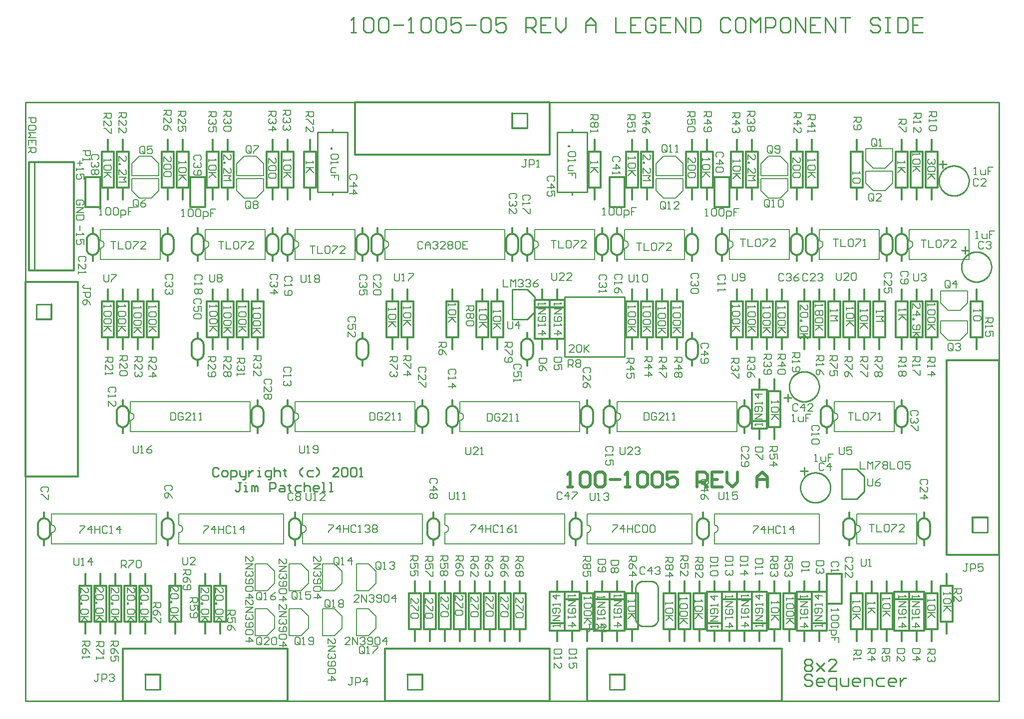
<source format=gto>
*%FSLAX23Y23*%
*%MOIN*%
G01*
%ADD11C,0.006*%
%ADD12C,0.007*%
%ADD13C,0.008*%
%ADD14C,0.010*%
%ADD15C,0.012*%
%ADD16C,0.020*%
%ADD17C,0.032*%
%ADD18C,0.036*%
%ADD19C,0.050*%
%ADD20C,0.052*%
%ADD21C,0.055*%
%ADD22C,0.056*%
%ADD23C,0.059*%
%ADD24C,0.062*%
%ADD25C,0.066*%
%ADD26C,0.070*%
%ADD27C,0.090*%
%ADD28C,0.125*%
%ADD29C,0.129*%
%ADD30C,0.140*%
%ADD31C,0.160*%
%ADD32C,0.250*%
%ADD33R,0.062X0.062*%
%ADD34R,0.066X0.066*%
D11*
X6564Y6565D02*
Y6598D01*
X6597Y6565D01*
X6606D01*
X6614Y6573D01*
Y6590D01*
X6606Y6598D01*
Y6548D02*
X6614Y6540D01*
Y6523D01*
X6606Y6515D01*
X6572D01*
X6564Y6523D01*
Y6540D01*
X6572Y6548D01*
X6606D01*
X6572Y6498D02*
X6564D01*
X6572D02*
Y6490D01*
X6564D01*
Y6498D01*
X6606Y6456D02*
X6614Y6448D01*
Y6431D01*
X6606Y6423D01*
X6572D01*
X6564Y6431D01*
Y6448D01*
X6572Y6456D01*
X6606D01*
X6614Y6406D02*
X6564D01*
X6581D01*
X6614Y6373D01*
X6589Y6398D01*
X6564Y6373D01*
X6574Y6243D02*
X6624D01*
Y6218D01*
X6616Y6210D01*
X6599D01*
X6591Y6218D01*
Y6243D01*
Y6226D02*
X6574Y6210D01*
X6616Y6176D02*
X6624Y6160D01*
X6616Y6176D02*
X6599Y6193D01*
X6582D01*
X6574Y6185D01*
Y6168D01*
X6582Y6160D01*
X6591D01*
X6599Y6168D01*
Y6193D01*
X6574Y6143D02*
Y6126D01*
Y6135D01*
X6624D01*
X6625D01*
X6624D02*
X6616Y6143D01*
X6664Y6570D02*
Y6603D01*
X6697Y6570D01*
X6706D01*
X6714Y6578D01*
Y6595D01*
X6706Y6603D01*
Y6553D02*
X6714Y6545D01*
Y6528D01*
X6706Y6520D01*
X6672D01*
X6664Y6528D01*
Y6545D01*
X6672Y6553D01*
X6706D01*
X6672Y6503D02*
X6664D01*
X6672D02*
Y6495D01*
X6664D01*
Y6503D01*
X6706Y6461D02*
X6714Y6453D01*
Y6436D01*
X6706Y6428D01*
X6672D01*
X6664Y6436D01*
Y6453D01*
X6672Y6461D01*
X6706D01*
X6714Y6411D02*
X6664D01*
X6681D01*
X6714Y6378D01*
X6689Y6403D01*
X6664Y6378D01*
X6669Y6238D02*
X6719D01*
Y6213D01*
X6711Y6205D01*
X6694D01*
X6686Y6213D01*
Y6238D01*
Y6221D02*
X6669Y6205D01*
X6719Y6188D02*
Y6155D01*
X6711D01*
X6677Y6188D01*
X6669D01*
Y6138D02*
Y6121D01*
Y6130D01*
X6719D01*
X6720D01*
X6719D02*
X6711Y6138D01*
X6341Y7240D02*
X6349Y7248D01*
Y7265D01*
X6341Y7273D01*
X6307D01*
X6299Y7265D01*
Y7248D01*
X6307Y7240D01*
X6349Y7223D02*
Y7190D01*
X6341D01*
X6307Y7223D01*
X6299D01*
X6559Y7013D02*
X6592D01*
Y7005D01*
X6559Y6971D01*
Y6963D01*
X6634D02*
Y7013D01*
X6609Y6988D01*
X6642D01*
X6659Y7013D02*
Y6963D01*
Y6988D01*
X6692D01*
Y7013D01*
Y6963D01*
X6734Y7013D02*
X6742Y7005D01*
X6734Y7013D02*
X6717D01*
X6709Y7005D01*
Y6971D01*
X6717Y6963D01*
X6734D01*
X6742Y6971D01*
X6759Y6963D02*
X6776D01*
X6767D01*
Y7013D01*
X6768D01*
X6767D02*
X6759Y7005D01*
X6826Y7013D02*
Y6963D01*
X6801Y6988D02*
X6826Y7013D01*
X6834Y6988D02*
X6801D01*
X6519Y6798D02*
Y6756D01*
X6527Y6748D01*
X6544D01*
X6552Y6756D01*
Y6798D01*
X6569Y6748D02*
X6586D01*
X6577D01*
Y6798D01*
X6578D01*
X6577D02*
X6569Y6790D01*
X6636Y6798D02*
Y6748D01*
X6611Y6773D02*
X6636Y6798D01*
X6644Y6773D02*
X6611D01*
X6629Y8590D02*
Y8606D01*
Y8598D01*
X6587D01*
X6579Y8606D01*
Y8615D01*
X6587Y8623D01*
X6579Y8573D02*
X6629D01*
Y8548D01*
X6621Y8540D01*
X6604D01*
X6596Y8548D01*
Y8573D01*
X6621Y8506D02*
X6629Y8490D01*
X6621Y8506D02*
X6604Y8523D01*
X6587D01*
X6579Y8515D01*
Y8498D01*
X6587Y8490D01*
X6596D01*
X6604Y8498D01*
Y8523D01*
X6591Y8780D02*
X6599Y8788D01*
Y8805D01*
X6591Y8813D01*
X6557D01*
X6549Y8805D01*
Y8788D01*
X6557Y8780D01*
X6549Y8763D02*
Y8730D01*
Y8763D02*
X6582Y8730D01*
X6591D01*
X6599Y8738D01*
Y8755D01*
X6591Y8763D01*
X6549Y8713D02*
Y8696D01*
Y8705D01*
X6599D01*
X6600D01*
X6599D02*
X6591Y8713D01*
X6689Y9088D02*
X6706D01*
X6697D01*
Y9138D01*
X6698D01*
X6697D02*
X6689Y9130D01*
X6731D02*
X6739Y9138D01*
X6756D01*
X6764Y9130D01*
Y9096D01*
X6756Y9088D01*
X6739D01*
X6731Y9096D01*
Y9130D01*
X6781D02*
X6789Y9138D01*
X6806D01*
X6814Y9130D01*
Y9096D01*
X6806Y9088D01*
X6789D01*
X6781Y9096D01*
Y9130D01*
X6831Y9121D02*
Y9071D01*
Y9121D02*
X6856D01*
X6864Y9113D01*
Y9096D01*
X6856Y9088D01*
X6831D01*
X6881Y9138D02*
X6914D01*
X6881D02*
Y9113D01*
X6897D01*
X6881D01*
Y9088D01*
X6676Y9460D02*
X6684Y9468D01*
Y9485D01*
X6676Y9493D01*
X6642D01*
X6634Y9485D01*
Y9468D01*
X6642Y9460D01*
X6676Y9443D02*
X6684Y9435D01*
Y9418D01*
X6676Y9410D01*
X6667D01*
X6668D01*
X6667D02*
X6668D01*
X6667D02*
X6668D01*
X6667D02*
X6659Y9418D01*
Y9426D01*
Y9418D01*
X6651Y9410D01*
X6642D01*
X6634Y9418D01*
Y9435D01*
X6642Y9443D01*
X6676Y9393D02*
X6684Y9385D01*
Y9368D01*
X6676Y9360D01*
X6667D01*
X6659Y9368D01*
X6651Y9360D01*
X6642D01*
X6634Y9368D01*
Y9385D01*
X6642Y9393D01*
X6651D01*
X6659Y9385D01*
X6667Y9393D01*
X6676D01*
X6659Y9385D02*
Y9368D01*
X6719Y8488D02*
Y8471D01*
Y8480D01*
X6769D01*
X6770D01*
X6769D02*
X6761Y8488D01*
Y8446D02*
X6769Y8438D01*
Y8421D01*
X6761Y8413D01*
X6727D01*
X6719Y8421D01*
Y8438D01*
X6727Y8446D01*
X6761D01*
Y8396D02*
X6769Y8388D01*
Y8371D01*
X6761Y8363D01*
X6727D01*
X6719Y8371D01*
Y8388D01*
X6727Y8396D01*
X6761D01*
X6769Y8346D02*
X6719D01*
X6736D01*
X6769Y8313D01*
X6744Y8338D01*
X6719Y8313D01*
X6729Y8138D02*
X6779D01*
Y8113D01*
X6771Y8105D01*
X6754D01*
X6746Y8113D01*
Y8138D01*
Y8121D02*
X6729Y8105D01*
Y8088D02*
Y8055D01*
Y8088D02*
X6762Y8055D01*
X6771D01*
X6779Y8063D01*
Y8080D01*
X6771Y8088D01*
X6729Y8038D02*
Y8021D01*
Y8030D01*
X6779D01*
X6780D01*
X6779D02*
X6771Y8038D01*
X6764Y8913D02*
X6797D01*
X6781D01*
Y8863D01*
X6814D02*
Y8913D01*
Y8863D02*
X6847D01*
X6864Y8905D02*
X6872Y8913D01*
X6889D01*
X6897Y8905D01*
Y8871D01*
X6889Y8863D01*
X6872D01*
X6864Y8871D01*
Y8905D01*
X6914Y8913D02*
X6947D01*
Y8905D01*
X6914Y8871D01*
Y8863D01*
X6964D02*
X6997D01*
X6964D02*
X6997Y8896D01*
Y8905D01*
X6989Y8913D01*
X6972D01*
X6964Y8905D01*
X6719Y8693D02*
Y8651D01*
X6727Y8643D01*
X6744D01*
X6752Y8651D01*
Y8693D01*
X6769D02*
X6802D01*
Y8685D01*
X6769Y8651D01*
Y8643D01*
X6264Y9738D02*
X6214D01*
X6264D02*
Y9713D01*
X6256Y9705D01*
X6239D01*
X6231Y9713D01*
Y9738D01*
X6264Y9680D02*
Y9663D01*
Y9680D02*
X6256Y9688D01*
X6222D01*
X6214Y9680D01*
Y9663D01*
X6222Y9655D01*
X6256D01*
X6264Y9663D01*
Y9638D02*
X6214D01*
X6231Y9621D01*
X6214Y9605D01*
X6264D01*
Y9588D02*
Y9555D01*
Y9588D02*
X6214D01*
Y9555D01*
X6239Y9571D02*
Y9588D01*
X6214Y9538D02*
X6264D01*
Y9513D01*
X6256Y9505D01*
X6239D01*
X6231Y9513D01*
Y9538D01*
Y9521D02*
X6214Y9505D01*
X6579Y9518D02*
X6629D01*
Y9493D01*
X6621Y9485D01*
X6604D01*
X6596Y9493D01*
Y9518D01*
X6579Y9468D02*
Y9451D01*
Y9460D01*
X6629D01*
X6630D01*
X6629D02*
X6621Y9468D01*
X6719Y9463D02*
Y9446D01*
Y9455D01*
X6769D01*
X6770D01*
X6769D02*
X6761Y9463D01*
Y9421D02*
X6769Y9413D01*
Y9396D01*
X6761Y9388D01*
X6727D01*
X6719Y9396D01*
Y9413D01*
X6727Y9421D01*
X6761D01*
X6769Y9371D02*
X6719D01*
X6736D01*
X6769Y9338D01*
X6744Y9363D01*
X6719Y9338D01*
Y9768D02*
X6769D01*
Y9743D01*
X6761Y9735D01*
X6744D01*
X6736Y9743D01*
Y9768D01*
Y9751D02*
X6719Y9735D01*
Y9718D02*
Y9685D01*
Y9718D02*
X6752Y9685D01*
X6761D01*
X6769Y9693D01*
Y9710D01*
X6761Y9718D01*
X6769Y9668D02*
Y9635D01*
X6761D01*
X6727Y9668D01*
X6719D01*
X6687Y6023D02*
X6671D01*
X6679D01*
Y5981D01*
X6671Y5973D01*
X6662D01*
X6654Y5981D01*
X6704Y5973D02*
Y6023D01*
X6729D01*
X6737Y6015D01*
Y5998D01*
X6729Y5990D01*
X6704D01*
X6754Y6015D02*
X6762Y6023D01*
X6779D01*
X6787Y6015D01*
Y6006D01*
X6788D01*
X6787D02*
X6788D01*
X6787D02*
X6788D01*
X6787D02*
X6779Y5998D01*
X6771D01*
X6779D01*
X6787Y5990D01*
Y5981D01*
X6779Y5973D01*
X6762D01*
X6754Y5981D01*
X7664Y6485D02*
Y6518D01*
X7697Y6485D01*
X7706D01*
X7714Y6493D01*
Y6510D01*
X7706Y6518D01*
X7714Y6468D02*
X7664D01*
Y6435D02*
X7714Y6468D01*
Y6435D02*
X7664D01*
X7706Y6418D02*
X7714Y6410D01*
Y6393D01*
X7706Y6385D01*
X7697D01*
X7698D01*
X7697D02*
X7698D01*
X7697D02*
X7698D01*
X7697D02*
X7689Y6393D01*
Y6401D01*
Y6393D01*
X7681Y6385D01*
X7672D01*
X7664Y6393D01*
Y6410D01*
X7672Y6418D01*
Y6368D02*
X7664Y6360D01*
Y6343D01*
X7672Y6335D01*
X7706D01*
X7714Y6343D01*
Y6360D01*
X7706Y6368D01*
X7697D01*
X7689Y6360D01*
Y6335D01*
X7706Y6318D02*
X7714Y6310D01*
Y6293D01*
X7706Y6285D01*
X7672D01*
X7664Y6293D01*
Y6310D01*
X7672Y6318D01*
X7706D01*
X7714Y6243D02*
X7664D01*
X7689Y6268D02*
X7714Y6243D01*
X7689Y6235D02*
Y6268D01*
X7772Y6260D02*
Y6226D01*
Y6260D02*
X7764Y6268D01*
X7747D01*
X7739Y6260D01*
Y6226D01*
X7747Y6218D01*
X7764D01*
X7772D02*
X7756Y6235D01*
X7764Y6218D02*
X7772Y6226D01*
X7789Y6218D02*
X7822D01*
X7789D02*
X7822Y6251D01*
Y6260D01*
X7814Y6268D01*
X7797D01*
X7789Y6260D01*
X7839D02*
X7847Y6268D01*
X7864D01*
X7872Y6260D01*
Y6226D01*
X7864Y6218D01*
X7847D01*
X7839Y6226D01*
Y6260D01*
X7889Y6455D02*
Y6488D01*
X7922Y6455D01*
X7931D01*
X7939Y6463D01*
Y6480D01*
X7931Y6488D01*
X7939Y6438D02*
X7889D01*
Y6405D02*
X7939Y6438D01*
Y6405D02*
X7889D01*
X7931Y6388D02*
X7939Y6380D01*
Y6363D01*
X7931Y6355D01*
X7922D01*
X7923D01*
X7922D02*
X7923D01*
X7922D02*
X7923D01*
X7922D02*
X7914Y6363D01*
Y6371D01*
Y6363D01*
X7906Y6355D01*
X7897D01*
X7889Y6363D01*
Y6380D01*
X7897Y6388D01*
Y6338D02*
X7889Y6330D01*
Y6313D01*
X7897Y6305D01*
X7931D01*
X7939Y6313D01*
Y6330D01*
X7931Y6338D01*
X7922D01*
X7914Y6330D01*
Y6305D01*
X7931Y6288D02*
X7939Y6280D01*
Y6263D01*
X7931Y6255D01*
X7897D01*
X7889Y6263D01*
Y6280D01*
X7897Y6288D01*
X7931D01*
X7939Y6213D02*
X7889D01*
X7914Y6238D02*
X7939Y6213D01*
X7914Y6205D02*
Y6238D01*
X8027Y6226D02*
Y6260D01*
X8019Y6268D01*
X8002D01*
X7994Y6260D01*
Y6226D01*
X8002Y6218D01*
X8019D01*
X8027D02*
X8011Y6235D01*
X8019Y6218D02*
X8027Y6226D01*
X8044Y6218D02*
X8061D01*
X8052D01*
Y6268D01*
X8053D01*
X8052D02*
X8044Y6260D01*
X8086Y6226D02*
X8094Y6218D01*
X8111D01*
X8119Y6226D01*
Y6260D01*
X8111Y6268D01*
X8094D01*
X8086Y6260D01*
Y6251D01*
X8094Y6243D01*
X8119D01*
X8214Y6258D02*
Y6225D01*
Y6258D02*
X8247Y6225D01*
X8256D01*
X8264Y6233D01*
Y6250D01*
X8256Y6258D01*
X8264Y6208D02*
X8214D01*
Y6175D02*
X8264Y6208D01*
Y6175D02*
X8214D01*
X8256Y6158D02*
X8264Y6150D01*
Y6133D01*
X8256Y6125D01*
X8247D01*
X8248D01*
X8247D02*
X8248D01*
X8247D02*
X8248D01*
X8247D02*
X8239Y6133D01*
Y6141D01*
Y6133D01*
X8231Y6125D01*
X8222D01*
X8214Y6133D01*
Y6150D01*
X8222Y6158D01*
Y6108D02*
X8214Y6100D01*
Y6083D01*
X8222Y6075D01*
X8256D01*
X8264Y6083D01*
Y6100D01*
X8256Y6108D01*
X8247D01*
X8239Y6100D01*
Y6075D01*
X8256Y6058D02*
X8264Y6050D01*
Y6033D01*
X8256Y6025D01*
X8222D01*
X8214Y6033D01*
Y6050D01*
X8222Y6058D01*
X8256D01*
X8264Y5983D02*
X8214D01*
X8239Y6008D02*
X8264Y5983D01*
X8239Y5975D02*
Y6008D01*
X8227Y6476D02*
Y6510D01*
X8219Y6518D01*
X8202D01*
X8194Y6510D01*
Y6476D01*
X8202Y6468D01*
X8219D01*
X8227D02*
X8211Y6485D01*
X8219Y6468D02*
X8227Y6476D01*
X8244Y6468D02*
X8261D01*
X8252D01*
Y6518D01*
X8253D01*
X8252D02*
X8244Y6510D01*
X8286D02*
X8294Y6518D01*
X8311D01*
X8319Y6510D01*
Y6501D01*
X8311Y6493D01*
X8319Y6485D01*
Y6476D01*
X8311Y6468D01*
X8294D01*
X8286Y6476D01*
Y6485D01*
X8294Y6493D01*
X8286Y6501D01*
Y6510D01*
X8294Y6493D02*
X8311D01*
X7464Y6565D02*
Y6598D01*
X7497Y6565D01*
X7506D01*
X7514Y6573D01*
Y6590D01*
X7506Y6598D01*
Y6548D02*
X7514Y6540D01*
Y6523D01*
X7506Y6515D01*
X7472D01*
X7464Y6523D01*
Y6540D01*
X7472Y6548D01*
X7506D01*
X7472Y6498D02*
X7464D01*
X7472D02*
Y6490D01*
X7464D01*
Y6498D01*
X7506Y6456D02*
X7514Y6448D01*
Y6431D01*
X7506Y6423D01*
X7472D01*
X7464Y6431D01*
Y6448D01*
X7472Y6456D01*
X7506D01*
X7514Y6406D02*
X7464D01*
X7481D01*
X7514Y6373D01*
X7489Y6398D01*
X7464Y6373D01*
X7544Y6448D02*
X7594D01*
Y6423D01*
X7586Y6415D01*
X7569D01*
X7561Y6423D01*
Y6448D01*
Y6431D02*
X7544Y6415D01*
X7594Y6398D02*
Y6365D01*
Y6398D02*
X7569D01*
X7577Y6381D01*
Y6373D01*
X7569Y6365D01*
X7552D01*
X7544Y6373D01*
Y6390D01*
X7552Y6398D01*
X7586Y6331D02*
X7594Y6315D01*
X7586Y6331D02*
X7569Y6348D01*
X7552D01*
X7544Y6340D01*
Y6323D01*
X7552Y6315D01*
X7561D01*
X7569Y6323D01*
Y6348D01*
X8219Y7018D02*
X8252D01*
Y7010D01*
X8219Y6976D01*
Y6968D01*
X8294D02*
Y7018D01*
X8269Y6993D01*
X8302D01*
X8319Y7018D02*
Y6968D01*
Y6993D01*
X8352D01*
Y7018D01*
Y6968D01*
X8394Y7018D02*
X8402Y7010D01*
X8394Y7018D02*
X8377D01*
X8369Y7010D01*
Y6976D01*
X8377Y6968D01*
X8394D01*
X8402Y6976D01*
X8419Y6968D02*
X8436D01*
X8427D01*
Y7018D01*
X8428D01*
X8427D02*
X8419Y7010D01*
X8461D02*
X8469Y7018D01*
X8486D01*
X8494Y7010D01*
Y7001D01*
X8495D01*
X8494D02*
X8495D01*
X8494D02*
X8495D01*
X8494D02*
X8486Y6993D01*
X8477D01*
X8486D01*
X8494Y6985D01*
Y6976D01*
X8486Y6968D01*
X8469D01*
X8461Y6976D01*
X8511Y7010D02*
X8519Y7018D01*
X8536D01*
X8544Y7010D01*
Y7001D01*
X8536Y6993D01*
X8544Y6985D01*
Y6976D01*
X8536Y6968D01*
X8519D01*
X8511Y6976D01*
Y6985D01*
X8519Y6993D01*
X8511Y7001D01*
Y7010D01*
X8519Y6993D02*
X8536D01*
X8069Y7191D02*
Y7233D01*
Y7191D02*
X8077Y7183D01*
X8094D01*
X8102Y7191D01*
Y7233D01*
X8119Y7183D02*
X8136D01*
X8127D01*
Y7233D01*
X8128D01*
X8127D02*
X8119Y7225D01*
X8161Y7183D02*
X8194D01*
X8161D02*
X8194Y7216D01*
Y7225D01*
X8186Y7233D01*
X8169D01*
X8161Y7225D01*
X7982D02*
X7974Y7233D01*
X7957D01*
X7949Y7225D01*
Y7191D01*
X7957Y7183D01*
X7974D01*
X7982Y7191D01*
X7999Y7225D02*
X8007Y7233D01*
X8024D01*
X8032Y7225D01*
Y7216D01*
X8024Y7208D01*
X8032Y7200D01*
Y7191D01*
X8024Y7183D01*
X8007D01*
X7999Y7191D01*
Y7200D01*
X8007Y7208D01*
X7999Y7216D01*
Y7225D01*
X8007Y7208D02*
X8024D01*
X6769Y6598D02*
Y6565D01*
Y6598D02*
X6802Y6565D01*
X6811D01*
X6819Y6573D01*
Y6590D01*
X6811Y6598D01*
Y6548D02*
X6819Y6540D01*
Y6523D01*
X6811Y6515D01*
X6777D01*
X6769Y6523D01*
Y6540D01*
X6777Y6548D01*
X6811D01*
X6777Y6498D02*
X6769D01*
X6777D02*
Y6490D01*
X6769D01*
Y6498D01*
X6811Y6456D02*
X6819Y6448D01*
Y6431D01*
X6811Y6423D01*
X6777D01*
X6769Y6431D01*
Y6448D01*
X6777Y6456D01*
X6811D01*
X6819Y6406D02*
X6769D01*
X6786D01*
X6819Y6373D01*
X6794Y6398D01*
X6769Y6373D01*
X6764Y6243D02*
X6814D01*
Y6218D01*
X6806Y6210D01*
X6789D01*
X6781Y6218D01*
Y6243D01*
Y6226D02*
X6764Y6210D01*
X6806Y6176D02*
X6814Y6160D01*
X6806Y6176D02*
X6789Y6193D01*
X6772D01*
X6764Y6185D01*
Y6168D01*
X6772Y6160D01*
X6781D01*
X6789Y6168D01*
Y6193D01*
X6814Y6143D02*
Y6110D01*
Y6143D02*
X6789D01*
X6797Y6126D01*
Y6118D01*
X6789Y6110D01*
X6772D01*
X6764Y6118D01*
Y6135D01*
X6772Y6143D01*
X6964Y6565D02*
Y6598D01*
X6997Y6565D01*
X7006D01*
X7014Y6573D01*
Y6590D01*
X7006Y6598D01*
Y6548D02*
X7014Y6540D01*
Y6523D01*
X7006Y6515D01*
X6972D01*
X6964Y6523D01*
Y6540D01*
X6972Y6548D01*
X7006D01*
X6972Y6498D02*
X6964D01*
X6972D02*
Y6490D01*
X6964D01*
Y6498D01*
X7006Y6456D02*
X7014Y6448D01*
Y6431D01*
X7006Y6423D01*
X6972D01*
X6964Y6431D01*
Y6448D01*
X6972Y6456D01*
X7006D01*
X7014Y6406D02*
X6964D01*
X6981D01*
X7014Y6373D01*
X6989Y6398D01*
X6964Y6373D01*
X7049Y6498D02*
X7099D01*
Y6473D01*
X7091Y6465D01*
X7074D01*
X7066Y6473D01*
Y6498D01*
Y6481D02*
X7049Y6465D01*
X7091Y6431D02*
X7099Y6415D01*
X7091Y6431D02*
X7074Y6448D01*
X7057D01*
X7049Y6440D01*
Y6423D01*
X7057Y6415D01*
X7066D01*
X7074Y6423D01*
Y6448D01*
X7099Y6398D02*
Y6365D01*
X7091D01*
X7057Y6398D01*
X7049D01*
X7164Y6575D02*
Y6608D01*
X7197Y6575D01*
X7206D01*
X7214Y6583D01*
Y6600D01*
X7206Y6608D01*
Y6558D02*
X7214Y6550D01*
Y6533D01*
X7206Y6525D01*
X7172D01*
X7164Y6533D01*
Y6550D01*
X7172Y6558D01*
X7206D01*
X7172Y6508D02*
X7164D01*
X7172D02*
Y6500D01*
X7164D01*
Y6508D01*
X7206Y6466D02*
X7214Y6458D01*
Y6441D01*
X7206Y6433D01*
X7172D01*
X7164Y6441D01*
Y6458D01*
X7172Y6466D01*
X7206D01*
X7214Y6416D02*
X7164D01*
X7181D01*
X7214Y6383D01*
X7189Y6408D01*
X7164Y6383D01*
X7249Y6718D02*
X7299D01*
Y6693D01*
X7291Y6685D01*
X7274D01*
X7266Y6693D01*
Y6718D01*
Y6701D02*
X7249Y6685D01*
X7291Y6651D02*
X7299Y6635D01*
X7291Y6651D02*
X7274Y6668D01*
X7257D01*
X7249Y6660D01*
Y6643D01*
X7257Y6635D01*
X7266D01*
X7274Y6643D01*
Y6668D01*
X7257Y6618D02*
X7249Y6610D01*
Y6593D01*
X7257Y6585D01*
X7291D01*
X7299Y6593D01*
Y6610D01*
X7291Y6618D01*
X7282D01*
X7274Y6610D01*
Y6585D01*
X6874Y6598D02*
Y6565D01*
Y6598D02*
X6907Y6565D01*
X6916D01*
X6924Y6573D01*
Y6590D01*
X6916Y6598D01*
Y6548D02*
X6924Y6540D01*
Y6523D01*
X6916Y6515D01*
X6882D01*
X6874Y6523D01*
Y6540D01*
X6882Y6548D01*
X6916D01*
X6882Y6498D02*
X6874D01*
X6882D02*
Y6490D01*
X6874D01*
Y6498D01*
X6916Y6456D02*
X6924Y6448D01*
Y6431D01*
X6916Y6423D01*
X6882D01*
X6874Y6431D01*
Y6448D01*
X6882Y6456D01*
X6916D01*
X6924Y6406D02*
X6874D01*
X6891D01*
X6924Y6373D01*
X6899Y6398D01*
X6874Y6373D01*
X6834Y6733D02*
Y6783D01*
X6859D01*
X6867Y6775D01*
Y6758D01*
X6859Y6750D01*
X6834D01*
X6851D02*
X6867Y6733D01*
X6884Y6783D02*
X6917D01*
Y6775D01*
X6884Y6741D01*
Y6733D01*
X6934Y6775D02*
X6942Y6783D01*
X6959D01*
X6967Y6775D01*
Y6741D01*
X6959Y6733D01*
X6942D01*
X6934Y6741D01*
Y6775D01*
X7369Y6598D02*
Y6565D01*
Y6598D02*
X7402Y6565D01*
X7411D01*
X7419Y6573D01*
Y6590D01*
X7411Y6598D01*
Y6548D02*
X7419Y6540D01*
Y6523D01*
X7411Y6515D01*
X7377D01*
X7369Y6523D01*
Y6540D01*
X7377Y6548D01*
X7411D01*
X7377Y6498D02*
X7369D01*
X7377D02*
Y6490D01*
X7369D01*
Y6498D01*
X7411Y6456D02*
X7419Y6448D01*
Y6431D01*
X7411Y6423D01*
X7377D01*
X7369Y6431D01*
Y6448D01*
X7377Y6456D01*
X7411D01*
X7419Y6406D02*
X7369D01*
X7386D01*
X7419Y6373D01*
X7394Y6398D01*
X7369Y6373D01*
X7344Y6533D02*
X7294D01*
X7344D02*
Y6508D01*
X7336Y6500D01*
X7319D01*
X7311Y6508D01*
Y6533D01*
Y6516D02*
X7294Y6500D01*
X7344Y6483D02*
Y6450D01*
Y6483D02*
X7319D01*
X7327Y6466D01*
Y6458D01*
X7319Y6450D01*
X7302D01*
X7294Y6458D01*
Y6475D01*
X7302Y6483D01*
Y6433D02*
X7294Y6425D01*
Y6408D01*
X7302Y6400D01*
X7336D01*
X7344Y6408D01*
Y6425D01*
X7336Y6433D01*
X7327D01*
X7319Y6425D01*
Y6400D01*
X8494Y7718D02*
Y7768D01*
Y7718D02*
X8519D01*
X8527Y7726D01*
Y7760D01*
X8519Y7768D01*
X8494D01*
X8569D02*
X8577Y7760D01*
X8569Y7768D02*
X8552D01*
X8544Y7760D01*
Y7726D01*
X8552Y7718D01*
X8569D01*
X8577Y7726D01*
Y7743D01*
X8561D01*
X8594Y7718D02*
X8627D01*
X8594D02*
X8627Y7751D01*
Y7760D01*
X8619Y7768D01*
X8602D01*
X8594Y7760D01*
X8644Y7718D02*
X8661D01*
X8652D01*
Y7768D01*
X8653D01*
X8652D02*
X8644Y7760D01*
X8686Y7718D02*
X8702D01*
X8694D01*
Y7768D01*
X8695D01*
X8694D02*
X8686Y7760D01*
X8024Y7548D02*
Y7506D01*
X8032Y7498D01*
X8049D01*
X8057Y7506D01*
Y7548D01*
X8074Y7498D02*
X8091D01*
X8082D01*
Y7548D01*
X8083D01*
X8082D02*
X8074Y7540D01*
X8116Y7506D02*
X8124Y7498D01*
X8141D01*
X8149Y7506D01*
Y7540D01*
X8141Y7548D01*
X8124D01*
X8116Y7540D01*
Y7531D01*
X8124Y7523D01*
X8149D01*
X7961Y8040D02*
X7969Y8048D01*
Y8065D01*
X7961Y8073D01*
X7927D01*
X7919Y8065D01*
Y8048D01*
X7927Y8040D01*
X7919Y8023D02*
Y8006D01*
Y8015D01*
X7969D01*
X7970D01*
X7969D02*
X7961Y8023D01*
Y7981D02*
X7969Y7973D01*
Y7956D01*
X7961Y7948D01*
X7952D01*
X7953D01*
X7952D02*
X7953D01*
X7952D02*
X7953D01*
X7952D02*
X7944Y7956D01*
Y7965D01*
Y7956D01*
X7936Y7948D01*
X7927D01*
X7919Y7956D01*
Y7973D01*
X7927Y7981D01*
X7839Y7968D02*
X7831Y7960D01*
X7839Y7968D02*
Y7985D01*
X7831Y7993D01*
X7797D01*
X7789Y7985D01*
Y7968D01*
X7797Y7960D01*
X7789Y7943D02*
Y7910D01*
Y7943D02*
X7822Y7910D01*
X7831D01*
X7839Y7918D01*
Y7935D01*
X7831Y7943D01*
Y7893D02*
X7839Y7885D01*
Y7868D01*
X7831Y7860D01*
X7822D01*
X7814Y7868D01*
X7806Y7860D01*
X7797D01*
X7789Y7868D01*
Y7885D01*
X7797Y7893D01*
X7806D01*
X7814Y7885D01*
X7822Y7893D01*
X7831D01*
X7814Y7885D02*
Y7868D01*
X7164Y7768D02*
Y7718D01*
X7189D01*
X7197Y7726D01*
Y7760D01*
X7189Y7768D01*
X7164D01*
X7239D02*
X7247Y7760D01*
X7239Y7768D02*
X7222D01*
X7214Y7760D01*
Y7726D01*
X7222Y7718D01*
X7239D01*
X7247Y7726D01*
Y7743D01*
X7231D01*
X7264Y7718D02*
X7297D01*
X7264D02*
X7297Y7751D01*
Y7760D01*
X7289Y7768D01*
X7272D01*
X7264Y7760D01*
X7314Y7718D02*
X7331D01*
X7322D01*
Y7768D01*
X7323D01*
X7322D02*
X7314Y7760D01*
X7356Y7718D02*
X7372D01*
X7364D01*
Y7768D01*
X7365D01*
X7364D02*
X7356Y7760D01*
X6914Y7548D02*
Y7506D01*
X6922Y7498D01*
X6939D01*
X6947Y7506D01*
Y7548D01*
X6964Y7498D02*
X6981D01*
X6972D01*
Y7548D01*
X6973D01*
X6972D02*
X6964Y7540D01*
X7022D02*
X7039Y7548D01*
X7022Y7540D02*
X7006Y7523D01*
Y7506D01*
X7014Y7498D01*
X7031D01*
X7039Y7506D01*
Y7515D01*
X7031Y7523D01*
X7006D01*
X6791Y7905D02*
X6799Y7913D01*
Y7930D01*
X6791Y7938D01*
X6757D01*
X6749Y7930D01*
Y7913D01*
X6757Y7905D01*
X6749Y7888D02*
Y7871D01*
Y7880D01*
X6799D01*
X6800D01*
X6799D02*
X6791Y7888D01*
X6749Y7846D02*
Y7813D01*
Y7846D02*
X6782Y7813D01*
X6791D01*
X6799Y7821D01*
Y7838D01*
X6791Y7846D01*
X8119Y6808D02*
Y6775D01*
Y6808D02*
X8152Y6775D01*
X8161D01*
X8169Y6783D01*
Y6800D01*
X8161Y6808D01*
X8169Y6758D02*
X8119D01*
Y6725D02*
X8169Y6758D01*
Y6725D02*
X8119D01*
X8161Y6708D02*
X8169Y6700D01*
Y6683D01*
X8161Y6675D01*
X8152D01*
X8153D01*
X8152D02*
X8153D01*
X8152D02*
X8153D01*
X8152D02*
X8144Y6683D01*
Y6691D01*
Y6683D01*
X8136Y6675D01*
X8127D01*
X8119Y6683D01*
Y6700D01*
X8127Y6708D01*
Y6658D02*
X8119Y6650D01*
Y6633D01*
X8127Y6625D01*
X8161D01*
X8169Y6633D01*
Y6650D01*
X8161Y6658D01*
X8152D01*
X8144Y6650D01*
Y6625D01*
X8161Y6608D02*
X8169Y6600D01*
Y6583D01*
X8161Y6575D01*
X8127D01*
X8119Y6583D01*
Y6600D01*
X8127Y6608D01*
X8161D01*
X8169Y6533D02*
X8119D01*
X8144Y6558D02*
X8169Y6533D01*
X8144Y6525D02*
Y6558D01*
X8287Y6761D02*
Y6795D01*
X8279Y6803D01*
X8262D01*
X8254Y6795D01*
Y6761D01*
X8262Y6753D01*
X8279D01*
X8287D02*
X8271Y6770D01*
X8279Y6753D02*
X8287Y6761D01*
X8304Y6753D02*
X8321D01*
X8312D01*
Y6803D01*
X8313D01*
X8312D02*
X8304Y6795D01*
X8371Y6803D02*
Y6753D01*
X8346Y6778D02*
X8371Y6803D01*
X8379Y6778D02*
X8346D01*
X7889Y6793D02*
Y6760D01*
Y6793D02*
X7922Y6760D01*
X7931D01*
X7939Y6768D01*
Y6785D01*
X7931Y6793D01*
X7939Y6743D02*
X7889D01*
Y6710D02*
X7939Y6743D01*
Y6710D02*
X7889D01*
X7931Y6693D02*
X7939Y6685D01*
Y6668D01*
X7931Y6660D01*
X7922D01*
X7923D01*
X7922D02*
X7923D01*
X7922D02*
X7923D01*
X7922D02*
X7914Y6668D01*
Y6676D01*
Y6668D01*
X7906Y6660D01*
X7897D01*
X7889Y6668D01*
Y6685D01*
X7897Y6693D01*
Y6643D02*
X7889Y6635D01*
Y6618D01*
X7897Y6610D01*
X7931D01*
X7939Y6618D01*
Y6635D01*
X7931Y6643D01*
X7922D01*
X7914Y6635D01*
Y6610D01*
X7931Y6593D02*
X7939Y6585D01*
Y6568D01*
X7931Y6560D01*
X7897D01*
X7889Y6568D01*
Y6585D01*
X7897Y6593D01*
X7931D01*
X7939Y6518D02*
X7889D01*
X7914Y6543D02*
X7939Y6518D01*
X7914Y6510D02*
Y6543D01*
X8007Y6531D02*
Y6565D01*
X7999Y6573D01*
X7982D01*
X7974Y6565D01*
Y6531D01*
X7982Y6523D01*
X7999D01*
X8007D02*
X7991Y6540D01*
X7999Y6523D02*
X8007Y6531D01*
X8024Y6523D02*
X8041D01*
X8032D01*
Y6573D01*
X8033D01*
X8032D02*
X8024Y6565D01*
X8066Y6573D02*
X8099D01*
X8066D02*
Y6548D01*
X8082Y6556D01*
X8091D01*
X8099Y6548D01*
Y6531D01*
X8091Y6523D01*
X8074D01*
X8066Y6531D01*
X7664Y6775D02*
Y6808D01*
X7697Y6775D01*
X7706D01*
X7714Y6783D01*
Y6800D01*
X7706Y6808D01*
X7714Y6758D02*
X7664D01*
Y6725D02*
X7714Y6758D01*
Y6725D02*
X7664D01*
X7706Y6708D02*
X7714Y6700D01*
Y6683D01*
X7706Y6675D01*
X7697D01*
X7698D01*
X7697D02*
X7698D01*
X7697D02*
X7698D01*
X7697D02*
X7689Y6683D01*
Y6691D01*
Y6683D01*
X7681Y6675D01*
X7672D01*
X7664Y6683D01*
Y6700D01*
X7672Y6708D01*
Y6658D02*
X7664Y6650D01*
Y6633D01*
X7672Y6625D01*
X7706D01*
X7714Y6633D01*
Y6650D01*
X7706Y6658D01*
X7697D01*
X7689Y6650D01*
Y6625D01*
X7706Y6608D02*
X7714Y6600D01*
Y6583D01*
X7706Y6575D01*
X7672D01*
X7664Y6583D01*
Y6600D01*
X7672Y6608D01*
X7706D01*
X7714Y6533D02*
X7664D01*
X7689Y6558D02*
X7714Y6533D01*
X7689Y6525D02*
Y6558D01*
X7772Y6560D02*
Y6526D01*
Y6560D02*
X7764Y6568D01*
X7747D01*
X7739Y6560D01*
Y6526D01*
X7747Y6518D01*
X7764D01*
X7772D02*
X7756Y6535D01*
X7764Y6518D02*
X7772Y6526D01*
X7789Y6518D02*
X7806D01*
X7797D01*
Y6568D01*
X7798D01*
X7797D02*
X7789Y6560D01*
X7847D02*
X7864Y6568D01*
X7847Y6560D02*
X7831Y6543D01*
Y6526D01*
X7839Y6518D01*
X7856D01*
X7864Y6526D01*
Y6535D01*
X7856Y6543D01*
X7831D01*
X7166Y7250D02*
X7174Y7258D01*
Y7275D01*
X7166Y7283D01*
X7132D01*
X7124Y7275D01*
Y7258D01*
X7132Y7250D01*
X7166Y7216D02*
X7174Y7200D01*
X7166Y7216D02*
X7149Y7233D01*
X7132D01*
X7124Y7225D01*
Y7208D01*
X7132Y7200D01*
X7141D01*
X7149Y7208D01*
Y7233D01*
X7384Y7013D02*
X7417D01*
Y7005D01*
X7384Y6971D01*
Y6963D01*
X7459D02*
Y7013D01*
X7434Y6988D01*
X7467D01*
X7484Y7013D02*
Y6963D01*
Y6988D01*
X7517D01*
Y7013D01*
Y6963D01*
X7559Y7013D02*
X7567Y7005D01*
X7559Y7013D02*
X7542D01*
X7534Y7005D01*
Y6971D01*
X7542Y6963D01*
X7559D01*
X7567Y6971D01*
X7584Y6963D02*
X7601D01*
X7592D01*
Y7013D01*
X7593D01*
X7592D02*
X7584Y7005D01*
X7651Y7013D02*
Y6963D01*
X7626Y6988D02*
X7651Y7013D01*
X7659Y6988D02*
X7626D01*
X7244Y6803D02*
Y6761D01*
X7252Y6753D01*
X7269D01*
X7277Y6761D01*
Y6803D01*
X7294Y6753D02*
X7327D01*
X7294D02*
X7327Y6786D01*
Y6795D01*
X7319Y6803D01*
X7302D01*
X7294Y6795D01*
X7697Y9141D02*
Y9175D01*
X7689Y9183D01*
X7672D01*
X7664Y9175D01*
Y9141D01*
X7672Y9133D01*
X7689D01*
X7697D02*
X7681Y9150D01*
X7689Y9133D02*
X7697Y9141D01*
X7714Y9175D02*
X7722Y9183D01*
X7739D01*
X7747Y9175D01*
Y9166D01*
X7739Y9158D01*
X7747Y9150D01*
Y9141D01*
X7739Y9133D01*
X7722D01*
X7714Y9141D01*
Y9150D01*
X7722Y9158D01*
X7714Y9166D01*
Y9175D01*
X7722Y9158D02*
X7739D01*
X7702Y9511D02*
Y9545D01*
X7694Y9553D01*
X7677D01*
X7669Y9545D01*
Y9511D01*
X7677Y9503D01*
X7694D01*
X7702D02*
X7686Y9520D01*
X7694Y9503D02*
X7702Y9511D01*
X7719Y9553D02*
X7752D01*
Y9545D01*
X7719Y9511D01*
Y9503D01*
X6947Y9185D02*
Y9151D01*
Y9185D02*
X6939Y9193D01*
X6922D01*
X6914Y9185D01*
Y9151D01*
X6922Y9143D01*
X6939D01*
X6947D02*
X6931Y9160D01*
X6939Y9143D02*
X6947Y9151D01*
X6981Y9185D02*
X6997Y9193D01*
X6981Y9185D02*
X6964Y9168D01*
Y9151D01*
X6972Y9143D01*
X6989D01*
X6997Y9151D01*
Y9160D01*
X6989Y9168D01*
X6964D01*
X6992Y9506D02*
Y9540D01*
X6984Y9548D01*
X6967D01*
X6959Y9540D01*
Y9506D01*
X6967Y9498D01*
X6984D01*
X6992D02*
X6976Y9515D01*
X6984Y9498D02*
X6992Y9506D01*
X7009Y9548D02*
X7042D01*
X7009D02*
Y9523D01*
X7026Y9531D01*
X7034D01*
X7042Y9523D01*
Y9506D01*
X7034Y9498D01*
X7017D01*
X7009Y9506D01*
X7369Y8503D02*
X7361Y8495D01*
X7369Y8503D02*
Y8520D01*
X7361Y8528D01*
X7327D01*
X7319Y8520D01*
Y8503D01*
X7327Y8495D01*
X7369Y8478D02*
Y8445D01*
Y8478D02*
X7344D01*
X7352Y8461D01*
Y8453D01*
X7344Y8445D01*
X7327D01*
X7319Y8453D01*
Y8470D01*
X7327Y8478D01*
X7361Y8428D02*
X7369Y8420D01*
Y8403D01*
X7361Y8395D01*
X7327D01*
X7319Y8403D01*
Y8420D01*
X7327Y8428D01*
X7361D01*
X7919Y9446D02*
Y9463D01*
Y9455D02*
Y9446D01*
Y9455D02*
X7969D01*
X7970D01*
X7969D02*
X7961Y9463D01*
Y9421D02*
X7969Y9413D01*
Y9396D01*
X7961Y9388D01*
X7927D01*
X7919Y9396D01*
Y9413D01*
X7927Y9421D01*
X7961D01*
X7969Y9371D02*
X7919D01*
X7936D01*
X7969Y9338D01*
X7944Y9363D01*
X7919Y9338D01*
X7914Y9788D02*
X7964D01*
Y9763D01*
X7956Y9755D01*
X7939D01*
X7931Y9763D01*
Y9788D01*
Y9771D02*
X7914Y9755D01*
X7956Y9738D02*
X7964Y9730D01*
Y9713D01*
X7956Y9705D01*
X7947D01*
X7948D01*
X7947D02*
X7948D01*
X7947D02*
X7948D01*
X7947D02*
X7939Y9713D01*
Y9721D01*
Y9713D01*
X7931Y9705D01*
X7922D01*
X7914Y9713D01*
Y9730D01*
X7922Y9738D01*
X7956Y9688D02*
X7964Y9680D01*
Y9663D01*
X7956Y9655D01*
X7947D01*
X7948D01*
X7947D02*
X7948D01*
X7947D02*
X7948D01*
X7947D02*
X7939Y9663D01*
Y9671D01*
Y9663D01*
X7931Y9655D01*
X7922D01*
X7914Y9663D01*
Y9680D01*
X7922Y9688D01*
X7424Y8488D02*
Y8471D01*
Y8480D01*
X7474D01*
X7475D01*
X7474D02*
X7466Y8488D01*
Y8446D02*
X7474Y8438D01*
Y8421D01*
X7466Y8413D01*
X7432D01*
X7424Y8421D01*
Y8438D01*
X7432Y8446D01*
X7466D01*
Y8396D02*
X7474Y8388D01*
Y8371D01*
X7466Y8363D01*
X7432D01*
X7424Y8371D01*
Y8388D01*
X7432Y8396D01*
X7466D01*
X7474Y8346D02*
X7424D01*
X7441D01*
X7474Y8313D01*
X7449Y8338D01*
X7424Y8313D01*
X7414Y8143D02*
X7464D01*
Y8118D01*
X7456Y8110D01*
X7439D01*
X7431Y8118D01*
Y8143D01*
Y8126D02*
X7414Y8110D01*
Y8093D02*
Y8060D01*
Y8093D02*
X7447Y8060D01*
X7456D01*
X7464Y8068D01*
Y8085D01*
X7456Y8093D01*
X7422Y8043D02*
X7414Y8035D01*
Y8018D01*
X7422Y8010D01*
X7456D01*
X7464Y8018D01*
Y8035D01*
X7456Y8043D01*
X7447D01*
X7439Y8035D01*
Y8010D01*
X7519Y8461D02*
Y8478D01*
Y8470D02*
Y8461D01*
Y8470D02*
X7569D01*
X7570D01*
X7569D02*
X7561Y8478D01*
Y8436D02*
X7569Y8428D01*
Y8411D01*
X7561Y8403D01*
X7527D01*
X7519Y8411D01*
Y8428D01*
X7527Y8436D01*
X7561D01*
Y8386D02*
X7569Y8378D01*
Y8361D01*
X7561Y8353D01*
X7527D01*
X7519Y8361D01*
Y8378D01*
X7527Y8386D01*
X7561D01*
X7569Y8336D02*
X7519D01*
X7536D01*
X7569Y8303D01*
X7544Y8328D01*
X7519Y8303D01*
Y8143D02*
X7569D01*
Y8118D01*
X7561Y8110D01*
X7544D01*
X7536Y8118D01*
Y8143D01*
Y8126D02*
X7519Y8110D01*
Y8093D02*
Y8060D01*
Y8093D02*
X7552Y8060D01*
X7561D01*
X7569Y8068D01*
Y8085D01*
X7561Y8093D01*
Y8043D02*
X7569Y8035D01*
Y8018D01*
X7561Y8010D01*
X7552D01*
X7544Y8018D01*
X7536Y8010D01*
X7527D01*
X7519Y8018D01*
Y8035D01*
X7527Y8043D01*
X7536D01*
X7544Y8035D01*
X7552Y8043D01*
X7561D01*
X7544Y8035D02*
Y8018D01*
X7619Y8466D02*
Y8483D01*
Y8475D02*
Y8466D01*
Y8475D02*
X7669D01*
X7670D01*
X7669D02*
X7661Y8483D01*
Y8441D02*
X7669Y8433D01*
Y8416D01*
X7661Y8408D01*
X7627D01*
X7619Y8416D01*
Y8433D01*
X7627Y8441D01*
X7661D01*
Y8391D02*
X7669Y8383D01*
Y8366D01*
X7661Y8358D01*
X7627D01*
X7619Y8366D01*
Y8383D01*
X7627Y8391D01*
X7661D01*
X7669Y8341D02*
X7619D01*
X7636D01*
X7669Y8308D01*
X7644Y8333D01*
X7619Y8308D01*
X7609Y8133D02*
X7659D01*
Y8108D01*
X7651Y8100D01*
X7634D01*
X7626Y8108D01*
Y8133D01*
Y8116D02*
X7609Y8100D01*
X7651Y8083D02*
X7659Y8075D01*
Y8058D01*
X7651Y8050D01*
X7642D01*
X7643D01*
X7642D02*
X7643D01*
X7642D02*
X7643D01*
X7642D02*
X7634Y8058D01*
Y8066D01*
Y8058D01*
X7626Y8050D01*
X7617D01*
X7609Y8058D01*
Y8075D01*
X7617Y8083D01*
X7609Y8033D02*
Y8016D01*
Y8025D01*
X7659D01*
X7660D01*
X7659D02*
X7651Y8033D01*
X7714Y8456D02*
Y8473D01*
Y8465D02*
Y8456D01*
Y8465D02*
X7764D01*
X7765D01*
X7764D02*
X7756Y8473D01*
Y8431D02*
X7764Y8423D01*
Y8406D01*
X7756Y8398D01*
X7722D01*
X7714Y8406D01*
Y8423D01*
X7722Y8431D01*
X7756D01*
Y8381D02*
X7764Y8373D01*
Y8356D01*
X7756Y8348D01*
X7722D01*
X7714Y8356D01*
Y8373D01*
X7722Y8381D01*
X7756D01*
X7764Y8331D02*
X7714D01*
X7731D01*
X7764Y8298D01*
X7739Y8323D01*
X7714Y8298D01*
X7719Y8148D02*
X7769D01*
Y8123D01*
X7761Y8115D01*
X7744D01*
X7736Y8123D01*
Y8148D01*
Y8131D02*
X7719Y8115D01*
X7761Y8098D02*
X7769Y8090D01*
Y8073D01*
X7761Y8065D01*
X7752D01*
X7753D01*
X7752D02*
X7753D01*
X7752D02*
X7753D01*
X7752D02*
X7744Y8073D01*
Y8081D01*
Y8073D01*
X7736Y8065D01*
X7727D01*
X7719Y8073D01*
Y8090D01*
X7727Y8098D01*
X7719Y8048D02*
Y8015D01*
Y8048D02*
X7752Y8015D01*
X7761D01*
X7769Y8023D01*
Y8040D01*
X7761Y8048D01*
X8234Y9538D02*
X8242D01*
Y9530D01*
X8234D01*
Y9538D01*
X8276Y9496D02*
X8284Y9488D01*
Y9471D01*
X8276Y9463D01*
X8242D01*
X8234Y9471D01*
Y9488D01*
X8242Y9496D01*
X8276D01*
X8234Y9446D02*
Y9430D01*
Y9438D01*
X8284D01*
X8285D01*
X8284D02*
X8276Y9446D01*
X8267Y9405D02*
X8242D01*
X8234Y9396D01*
Y9371D01*
X8267D01*
X8284Y9355D02*
Y9321D01*
Y9355D02*
X8259D01*
Y9338D01*
Y9355D01*
X8234D01*
X8401Y9325D02*
X8409Y9333D01*
Y9350D01*
X8401Y9358D01*
X8367D01*
X8359Y9350D01*
Y9333D01*
X8367Y9325D01*
X8359Y9283D02*
X8409D01*
X8384Y9308D01*
Y9275D01*
X8359Y9233D02*
X8409D01*
X8384Y9258D01*
Y9225D01*
X7179Y8668D02*
X7171Y8660D01*
X7179Y8668D02*
Y8685D01*
X7171Y8693D01*
X7137D01*
X7129Y8685D01*
Y8668D01*
X7137Y8660D01*
X7171Y8643D02*
X7179Y8635D01*
Y8618D01*
X7171Y8610D01*
X7162D01*
X7163D01*
X7162D02*
X7163D01*
X7162D02*
X7163D01*
X7162D02*
X7154Y8618D01*
Y8626D01*
Y8618D01*
X7146Y8610D01*
X7137D01*
X7129Y8618D01*
Y8635D01*
X7137Y8643D01*
X7171Y8593D02*
X7179Y8585D01*
Y8568D01*
X7171Y8560D01*
X7162D01*
X7163D01*
X7162D02*
X7163D01*
X7162D02*
X7163D01*
X7162D02*
X7154Y8568D01*
Y8576D01*
Y8568D01*
X7146Y8560D01*
X7137D01*
X7129Y8568D01*
Y8585D01*
X7137Y8593D01*
X7239Y9078D02*
X7256D01*
X7247D01*
Y9128D01*
X7248D01*
X7247D02*
X7239Y9120D01*
X7281D02*
X7289Y9128D01*
X7306D01*
X7314Y9120D01*
Y9086D01*
X7306Y9078D01*
X7289D01*
X7281Y9086D01*
Y9120D01*
X7331D02*
X7339Y9128D01*
X7356D01*
X7364Y9120D01*
Y9086D01*
X7356Y9078D01*
X7339D01*
X7331Y9086D01*
Y9120D01*
X7381Y9111D02*
Y9061D01*
Y9111D02*
X7406D01*
X7414Y9103D01*
Y9086D01*
X7406Y9078D01*
X7381D01*
X7431Y9128D02*
X7464D01*
X7431D02*
Y9103D01*
X7447D01*
X7431D01*
Y9078D01*
X7361Y9455D02*
X7369Y9463D01*
Y9480D01*
X7361Y9488D01*
X7327D01*
X7319Y9480D01*
Y9463D01*
X7327Y9455D01*
X7361Y9438D02*
X7369Y9430D01*
Y9413D01*
X7361Y9405D01*
X7352D01*
X7353D01*
X7352D02*
X7353D01*
X7352D02*
X7353D01*
X7352D02*
X7344Y9413D01*
Y9421D01*
Y9413D01*
X7336Y9405D01*
X7327D01*
X7319Y9413D01*
Y9430D01*
X7327Y9438D01*
Y9388D02*
X7319Y9380D01*
Y9363D01*
X7327Y9355D01*
X7361D01*
X7369Y9363D01*
Y9380D01*
X7361Y9388D01*
X7352D01*
X7344Y9380D01*
Y9355D01*
X7484Y8913D02*
X7517D01*
X7501D01*
Y8863D01*
X7534D02*
Y8913D01*
Y8863D02*
X7567D01*
X7584Y8905D02*
X7592Y8913D01*
X7609D01*
X7617Y8905D01*
Y8871D01*
X7609Y8863D01*
X7592D01*
X7584Y8871D01*
Y8905D01*
X7634Y8913D02*
X7667D01*
Y8905D01*
X7634Y8871D01*
Y8863D01*
X7684D02*
X7717D01*
X7684D02*
X7717Y8896D01*
Y8905D01*
X7709Y8913D01*
X7692D01*
X7684Y8905D01*
X7424Y8693D02*
Y8651D01*
X7432Y8643D01*
X7449D01*
X7457Y8651D01*
Y8693D01*
X7474Y8685D02*
X7482Y8693D01*
X7499D01*
X7507Y8685D01*
Y8676D01*
X7499Y8668D01*
X7507Y8660D01*
Y8651D01*
X7499Y8643D01*
X7482D01*
X7474Y8651D01*
Y8660D01*
X7482Y8668D01*
X7474Y8676D01*
Y8685D01*
X7482Y8668D02*
X7499D01*
X7219Y9431D02*
Y9448D01*
Y9440D02*
Y9431D01*
Y9440D02*
X7269D01*
X7270D01*
X7269D02*
X7261Y9448D01*
Y9406D02*
X7269Y9398D01*
Y9381D01*
X7261Y9373D01*
X7227D01*
X7219Y9381D01*
Y9398D01*
X7227Y9406D01*
X7261D01*
X7269Y9356D02*
X7219D01*
X7236D01*
X7269Y9323D01*
X7244Y9348D01*
X7219Y9323D01*
X7214Y9783D02*
X7264D01*
Y9758D01*
X7256Y9750D01*
X7239D01*
X7231Y9758D01*
Y9783D01*
Y9766D02*
X7214Y9750D01*
Y9733D02*
Y9700D01*
Y9733D02*
X7247Y9700D01*
X7256D01*
X7264Y9708D01*
Y9725D01*
X7256Y9733D01*
X7264Y9683D02*
Y9650D01*
Y9683D02*
X7239D01*
X7247Y9666D01*
Y9658D01*
X7239Y9650D01*
X7222D01*
X7214Y9658D01*
Y9675D01*
X7222Y9683D01*
X6814Y8488D02*
Y8471D01*
Y8480D01*
X6864D01*
X6865D01*
X6864D02*
X6856Y8488D01*
Y8446D02*
X6864Y8438D01*
Y8421D01*
X6856Y8413D01*
X6822D01*
X6814Y8421D01*
Y8438D01*
X6822Y8446D01*
X6856D01*
Y8396D02*
X6864Y8388D01*
Y8371D01*
X6856Y8363D01*
X6822D01*
X6814Y8371D01*
Y8388D01*
X6822Y8396D01*
X6856D01*
X6864Y8346D02*
X6814D01*
X6831D01*
X6864Y8313D01*
X6839Y8338D01*
X6814Y8313D01*
X6824Y8148D02*
X6874D01*
Y8123D01*
X6866Y8115D01*
X6849D01*
X6841Y8123D01*
Y8148D01*
Y8131D02*
X6824Y8115D01*
Y8098D02*
Y8065D01*
Y8098D02*
X6857Y8065D01*
X6866D01*
X6874Y8073D01*
Y8090D01*
X6866Y8098D01*
Y8048D02*
X6874Y8040D01*
Y8023D01*
X6866Y8015D01*
X6832D01*
X6824Y8023D01*
Y8040D01*
X6832Y8048D01*
X6866D01*
X6919Y8461D02*
Y8478D01*
Y8470D02*
Y8461D01*
Y8470D02*
X6969D01*
X6970D01*
X6969D02*
X6961Y8478D01*
Y8436D02*
X6969Y8428D01*
Y8411D01*
X6961Y8403D01*
X6927D01*
X6919Y8411D01*
Y8428D01*
X6927Y8436D01*
X6961D01*
Y8386D02*
X6969Y8378D01*
Y8361D01*
X6961Y8353D01*
X6927D01*
X6919Y8361D01*
Y8378D01*
X6927Y8386D01*
X6961D01*
X6969Y8336D02*
X6919D01*
X6936D01*
X6969Y8303D01*
X6944Y8328D01*
X6919Y8303D01*
X6924Y8143D02*
X6974D01*
Y8118D01*
X6966Y8110D01*
X6949D01*
X6941Y8118D01*
Y8143D01*
Y8126D02*
X6924Y8110D01*
Y8093D02*
Y8060D01*
Y8093D02*
X6957Y8060D01*
X6966D01*
X6974Y8068D01*
Y8085D01*
X6966Y8093D01*
Y8043D02*
X6974Y8035D01*
Y8018D01*
X6966Y8010D01*
X6957D01*
X6958D01*
X6957D02*
X6958D01*
X6957D02*
X6958D01*
X6957D02*
X6949Y8018D01*
Y8026D01*
Y8018D01*
X6941Y8010D01*
X6932D01*
X6924Y8018D01*
Y8035D01*
X6932Y8043D01*
X7019Y8466D02*
Y8483D01*
Y8475D02*
Y8466D01*
Y8475D02*
X7069D01*
X7070D01*
X7069D02*
X7061Y8483D01*
Y8441D02*
X7069Y8433D01*
Y8416D01*
X7061Y8408D01*
X7027D01*
X7019Y8416D01*
Y8433D01*
X7027Y8441D01*
X7061D01*
Y8391D02*
X7069Y8383D01*
Y8366D01*
X7061Y8358D01*
X7027D01*
X7019Y8366D01*
Y8383D01*
X7027Y8391D01*
X7061D01*
X7069Y8341D02*
X7019D01*
X7036D01*
X7069Y8308D01*
X7044Y8333D01*
X7019Y8308D01*
Y8138D02*
X7069D01*
Y8113D01*
X7061Y8105D01*
X7044D01*
X7036Y8113D01*
Y8138D01*
Y8121D02*
X7019Y8105D01*
Y8088D02*
Y8055D01*
Y8088D02*
X7052Y8055D01*
X7061D01*
X7069Y8063D01*
Y8080D01*
X7061Y8088D01*
X7069Y8013D02*
X7019D01*
X7044Y8038D02*
X7069Y8013D01*
X7044Y8005D02*
Y8038D01*
X7366Y8655D02*
X7374Y8663D01*
Y8680D01*
X7366Y8688D01*
X7332D01*
X7324Y8680D01*
Y8663D01*
X7332Y8655D01*
X7324Y8638D02*
Y8621D01*
Y8630D01*
X7374D01*
X7375D01*
X7374D02*
X7366Y8638D01*
Y8596D02*
X7374Y8588D01*
Y8571D01*
X7366Y8563D01*
X7357D01*
X7349Y8571D01*
X7341Y8563D01*
X7332D01*
X7324Y8571D01*
Y8588D01*
X7332Y8596D01*
X7341D01*
X7349Y8588D01*
X7357Y8596D01*
X7366D01*
X7349Y8588D02*
Y8571D01*
X7871Y8660D02*
X7879Y8668D01*
Y8685D01*
X7871Y8693D01*
X7837D01*
X7829Y8685D01*
Y8668D01*
X7837Y8660D01*
X7871Y8643D02*
X7879Y8635D01*
Y8618D01*
X7871Y8610D01*
X7862D01*
X7863D01*
X7862D02*
X7863D01*
X7862D02*
X7863D01*
X7862D02*
X7854Y8618D01*
Y8626D01*
Y8618D01*
X7846Y8610D01*
X7837D01*
X7829Y8618D01*
Y8635D01*
X7837Y8643D01*
X7829Y8568D02*
X7879D01*
X7854Y8593D01*
Y8560D01*
X7966Y8645D02*
X7974Y8653D01*
Y8670D01*
X7966Y8678D01*
X7932D01*
X7924Y8670D01*
Y8653D01*
X7932Y8645D01*
X7924Y8628D02*
Y8611D01*
Y8620D01*
X7974D01*
X7975D01*
X7974D02*
X7966Y8628D01*
X7932Y8586D02*
X7924Y8578D01*
Y8561D01*
X7932Y8553D01*
X7966D01*
X7974Y8561D01*
Y8578D01*
X7966Y8586D01*
X7957D01*
X7949Y8578D01*
Y8553D01*
X8094Y8883D02*
X8127D01*
X8111D01*
Y8833D01*
X8144D02*
Y8883D01*
Y8833D02*
X8177D01*
X8194Y8875D02*
X8202Y8883D01*
X8219D01*
X8227Y8875D01*
Y8841D01*
X8219Y8833D01*
X8202D01*
X8194Y8841D01*
Y8875D01*
X8244Y8883D02*
X8277D01*
Y8875D01*
X8244Y8841D01*
Y8833D01*
X8294D02*
X8327D01*
X8294D02*
X8327Y8866D01*
Y8875D01*
X8319Y8883D01*
X8302D01*
X8294Y8875D01*
X8034Y8688D02*
Y8646D01*
X8042Y8638D01*
X8059D01*
X8067Y8646D01*
Y8688D01*
X8084Y8638D02*
X8101D01*
X8092D01*
Y8688D01*
X8093D01*
X8092D02*
X8084Y8680D01*
X8126D02*
X8134Y8688D01*
X8151D01*
X8159Y8680D01*
Y8671D01*
X8151Y8663D01*
X8159Y8655D01*
Y8646D01*
X8151Y8638D01*
X8134D01*
X8126Y8646D01*
Y8655D01*
X8134Y8663D01*
X8126Y8671D01*
Y8680D01*
X8134Y8663D02*
X8151D01*
X8069Y9431D02*
Y9448D01*
Y9440D02*
Y9431D01*
Y9440D02*
X8119D01*
X8120D01*
X8119D02*
X8111Y9448D01*
X8119Y9406D02*
X8069D01*
X8086D01*
X8119Y9373D01*
X8094Y9398D01*
X8069Y9373D01*
Y9778D02*
X8119D01*
Y9753D01*
X8111Y9745D01*
X8094D01*
X8086Y9753D01*
Y9778D01*
Y9761D02*
X8069Y9745D01*
X8119Y9728D02*
Y9695D01*
X8111D01*
X8077Y9728D01*
X8069D01*
Y9678D02*
Y9645D01*
Y9678D02*
X8102Y9645D01*
X8111D01*
X8119Y9653D01*
Y9670D01*
X8111Y9678D01*
X7819Y9468D02*
Y9435D01*
Y9468D02*
X7852Y9435D01*
X7861D01*
X7869Y9443D01*
Y9460D01*
X7861Y9468D01*
Y9418D02*
X7869Y9410D01*
Y9393D01*
X7861Y9385D01*
X7827D01*
X7819Y9393D01*
Y9410D01*
X7827Y9418D01*
X7861D01*
Y9368D02*
X7869Y9360D01*
Y9343D01*
X7861Y9335D01*
X7827D01*
X7819Y9343D01*
Y9360D01*
X7827Y9368D01*
X7861D01*
X7869Y9783D02*
X7819D01*
X7869D02*
Y9758D01*
X7861Y9750D01*
X7844D01*
X7836Y9758D01*
Y9783D01*
Y9766D02*
X7819Y9750D01*
X7861Y9733D02*
X7869Y9725D01*
Y9708D01*
X7861Y9700D01*
X7852D01*
X7853D01*
X7852D02*
X7853D01*
X7852D02*
X7853D01*
X7852D02*
X7844Y9708D01*
Y9716D01*
Y9708D01*
X7836Y9700D01*
X7827D01*
X7819Y9708D01*
Y9725D01*
X7827Y9733D01*
X7819Y9658D02*
X7869D01*
X7844Y9683D01*
Y9650D01*
X7519Y9493D02*
Y9460D01*
Y9493D02*
X7552Y9460D01*
X7561D01*
X7569Y9468D01*
Y9485D01*
X7561Y9493D01*
X7527Y9443D02*
X7519D01*
X7527D02*
Y9435D01*
X7519D01*
Y9443D01*
Y9401D02*
Y9368D01*
Y9401D02*
X7552Y9368D01*
X7561D01*
X7569Y9376D01*
Y9393D01*
X7561Y9401D01*
X7569Y9351D02*
X7519D01*
X7552Y9335D02*
X7569Y9351D01*
X7552Y9335D02*
X7569Y9318D01*
X7519D01*
Y9783D02*
X7569D01*
Y9758D01*
X7561Y9750D01*
X7544D01*
X7536Y9758D01*
Y9783D01*
Y9766D02*
X7519Y9750D01*
X7561Y9733D02*
X7569Y9725D01*
Y9708D01*
X7561Y9700D01*
X7552D01*
X7553D01*
X7552D02*
X7553D01*
X7552D02*
X7553D01*
X7552D02*
X7544Y9708D01*
Y9716D01*
Y9708D01*
X7536Y9700D01*
X7527D01*
X7519Y9708D01*
Y9725D01*
X7527Y9733D01*
X7561Y9683D02*
X7569Y9675D01*
Y9658D01*
X7561Y9650D01*
X7527D01*
X7519Y9658D01*
Y9675D01*
X7527Y9683D01*
X7561D01*
X7419Y9463D02*
Y9446D01*
Y9455D01*
X7469D01*
X7470D01*
X7469D02*
X7461Y9463D01*
Y9421D02*
X7469Y9413D01*
Y9396D01*
X7461Y9388D01*
X7427D01*
X7419Y9396D01*
Y9413D01*
X7427Y9421D01*
X7461D01*
X7469Y9371D02*
X7419D01*
X7436D01*
X7469Y9338D01*
X7444Y9363D01*
X7419Y9338D01*
Y9778D02*
X7469D01*
Y9753D01*
X7461Y9745D01*
X7444D01*
X7436Y9753D01*
Y9778D01*
Y9761D02*
X7419Y9745D01*
X7461Y9728D02*
X7469Y9720D01*
Y9703D01*
X7461Y9695D01*
X7452D01*
X7453D01*
X7452D02*
X7453D01*
X7452D02*
X7453D01*
X7452D02*
X7444Y9703D01*
Y9711D01*
Y9703D01*
X7436Y9695D01*
X7427D01*
X7419Y9703D01*
Y9720D01*
X7427Y9728D01*
X7469Y9678D02*
Y9645D01*
Y9678D02*
X7444D01*
X7452Y9661D01*
Y9653D01*
X7444Y9645D01*
X7427D01*
X7419Y9653D01*
Y9670D01*
X7427Y9678D01*
X7119Y9478D02*
Y9445D01*
Y9478D02*
X7152Y9445D01*
X7161D01*
X7169Y9453D01*
Y9470D01*
X7161Y9478D01*
Y9428D02*
X7169Y9420D01*
Y9403D01*
X7161Y9395D01*
X7127D01*
X7119Y9403D01*
Y9420D01*
X7127Y9428D01*
X7161D01*
Y9378D02*
X7169Y9370D01*
Y9353D01*
X7161Y9345D01*
X7127D01*
X7119Y9353D01*
Y9370D01*
X7127Y9378D01*
X7161D01*
X7169Y9788D02*
X7119D01*
X7169D02*
Y9763D01*
X7161Y9755D01*
X7144D01*
X7136Y9763D01*
Y9788D01*
Y9771D02*
X7119Y9755D01*
Y9738D02*
Y9705D01*
Y9738D02*
X7152Y9705D01*
X7161D01*
X7169Y9713D01*
Y9730D01*
X7161Y9738D01*
Y9671D02*
X7169Y9655D01*
X7161Y9671D02*
X7144Y9688D01*
X7127D01*
X7119Y9680D01*
Y9663D01*
X7127Y9655D01*
X7136D01*
X7144Y9663D01*
Y9688D01*
X6819Y9483D02*
Y9450D01*
Y9483D02*
X6852Y9450D01*
X6861D01*
X6869Y9458D01*
Y9475D01*
X6861Y9483D01*
X6827Y9433D02*
X6819D01*
X6827D02*
Y9425D01*
X6819D01*
Y9433D01*
Y9391D02*
Y9358D01*
Y9391D02*
X6852Y9358D01*
X6861D01*
X6869Y9366D01*
Y9383D01*
X6861Y9391D01*
X6869Y9341D02*
X6819D01*
X6852Y9325D02*
X6869Y9341D01*
X6852Y9325D02*
X6869Y9308D01*
X6819D01*
Y9773D02*
X6869D01*
Y9748D01*
X6861Y9740D01*
X6844D01*
X6836Y9748D01*
Y9773D01*
Y9756D02*
X6819Y9740D01*
Y9723D02*
Y9690D01*
Y9723D02*
X6852Y9690D01*
X6861D01*
X6869Y9698D01*
Y9715D01*
X6861Y9723D01*
X6819Y9673D02*
Y9640D01*
Y9673D02*
X6852Y9640D01*
X6861D01*
X6869Y9648D01*
Y9665D01*
X6861Y9673D01*
X9764Y6355D02*
Y6338D01*
Y6346D02*
Y6355D01*
Y6346D02*
X9714D01*
X9715D01*
X9714D02*
X9722Y6338D01*
X9714Y6380D02*
X9764D01*
Y6413D02*
X9714Y6380D01*
Y6413D02*
X9764D01*
X9756Y6430D02*
X9764Y6438D01*
Y6455D01*
X9756Y6463D01*
X9722D01*
X9714Y6455D01*
Y6438D01*
X9722Y6430D01*
X9731D01*
X9739Y6438D01*
Y6463D01*
X9764Y6480D02*
Y6496D01*
Y6488D01*
X9714D01*
X9715D01*
X9714D02*
X9722Y6480D01*
X9714Y6546D02*
X9764D01*
X9739Y6521D02*
X9714Y6546D01*
X9739Y6555D02*
Y6521D01*
X9724Y6188D02*
X9774D01*
X9724D02*
Y6163D01*
X9732Y6155D01*
X9766D01*
X9774Y6163D01*
Y6188D01*
X9724Y6138D02*
Y6121D01*
Y6130D01*
X9774D01*
X9775D01*
X9774D02*
X9766Y6138D01*
X9724Y6096D02*
Y6063D01*
Y6096D02*
X9757Y6063D01*
X9766D01*
X9774Y6071D01*
Y6088D01*
X9766Y6096D01*
X8382Y5998D02*
X8366D01*
X8374D01*
Y5956D01*
X8366Y5948D01*
X8357D01*
X8349Y5956D01*
X8399Y5948D02*
Y5998D01*
X8424D01*
X8432Y5990D01*
Y5973D01*
X8424Y5965D01*
X8399D01*
X8474Y5948D02*
Y5998D01*
X8449Y5973D01*
X8482D01*
X8362Y6218D02*
X8329D01*
X8362Y6251D01*
Y6260D01*
X8354Y6268D01*
X8337D01*
X8329Y6260D01*
X8379Y6268D02*
Y6218D01*
X8412D02*
X8379Y6268D01*
X8412D02*
Y6218D01*
X8429Y6260D02*
X8437Y6268D01*
X8454D01*
X8462Y6260D01*
Y6251D01*
X8463D01*
X8462D02*
X8463D01*
X8462D02*
X8463D01*
X8462D02*
X8454Y6243D01*
X8446D01*
X8454D01*
X8462Y6235D01*
Y6226D01*
X8454Y6218D01*
X8437D01*
X8429Y6226D01*
X8479D02*
X8487Y6218D01*
X8504D01*
X8512Y6226D01*
Y6260D01*
X8504Y6268D01*
X8487D01*
X8479Y6260D01*
Y6251D01*
X8487Y6243D01*
X8512D01*
X8529Y6260D02*
X8537Y6268D01*
X8554D01*
X8562Y6260D01*
Y6226D01*
X8554Y6218D01*
X8537D01*
X8529Y6226D01*
Y6260D01*
X8604Y6268D02*
Y6218D01*
X8579Y6243D02*
X8604Y6268D01*
X8612Y6243D02*
X8579D01*
X8457Y6200D02*
Y6166D01*
Y6200D02*
X8449Y6208D01*
X8432D01*
X8424Y6200D01*
Y6166D01*
X8432Y6158D01*
X8449D01*
X8457D02*
X8441Y6175D01*
X8449Y6158D02*
X8457Y6166D01*
X8474Y6158D02*
X8491D01*
X8482D01*
Y6208D01*
X8483D01*
X8482D02*
X8474Y6200D01*
X8516Y6208D02*
X8549D01*
Y6200D01*
X8516Y6166D01*
Y6158D01*
X9819Y6536D02*
Y6553D01*
Y6545D02*
Y6536D01*
Y6545D02*
X9869D01*
X9870D01*
X9869D02*
X9861Y6553D01*
X9869Y6511D02*
X9819D01*
Y6478D02*
X9869Y6511D01*
Y6478D02*
X9819D01*
X9827Y6461D02*
X9819Y6453D01*
Y6436D01*
X9827Y6428D01*
X9861D01*
X9869Y6436D01*
Y6453D01*
X9861Y6461D01*
X9852D01*
X9844Y6453D01*
Y6428D01*
X9819Y6411D02*
Y6395D01*
Y6403D01*
X9869D01*
X9870D01*
X9869D02*
X9861Y6411D01*
X9869Y6345D02*
X9819D01*
X9844Y6370D02*
X9869Y6345D01*
X9844Y6336D02*
Y6370D01*
X9824Y6188D02*
X9874D01*
X9824D02*
Y6163D01*
X9832Y6155D01*
X9866D01*
X9874Y6163D01*
Y6188D01*
X9824Y6138D02*
Y6121D01*
Y6130D01*
X9874D01*
X9875D01*
X9874D02*
X9866Y6138D01*
X9874Y6096D02*
Y6063D01*
Y6096D02*
X9849D01*
X9857Y6080D01*
Y6071D01*
X9849Y6063D01*
X9832D01*
X9824Y6071D01*
Y6088D01*
X9832Y6096D01*
X9469Y6500D02*
Y6533D01*
X9502Y6500D01*
X9511D01*
X9519Y6508D01*
Y6525D01*
X9511Y6533D01*
X9519Y6483D02*
Y6450D01*
X9511D01*
X9477Y6483D01*
X9469D01*
X9511Y6433D02*
X9519Y6425D01*
Y6408D01*
X9511Y6400D01*
X9477D01*
X9469Y6408D01*
Y6425D01*
X9477Y6433D01*
X9511D01*
X9519Y6808D02*
X9469D01*
X9519D02*
Y6783D01*
X9511Y6775D01*
X9494D01*
X9486Y6783D01*
Y6808D01*
Y6791D02*
X9469Y6775D01*
X9511Y6741D02*
X9519Y6725D01*
X9511Y6741D02*
X9494Y6758D01*
X9477D01*
X9469Y6750D01*
Y6733D01*
X9477Y6725D01*
X9486D01*
X9494Y6733D01*
Y6758D01*
X9511Y6708D02*
X9519Y6700D01*
Y6683D01*
X9511Y6675D01*
X9502D01*
X9494Y6683D01*
X9486Y6675D01*
X9477D01*
X9469Y6683D01*
Y6700D01*
X9477Y6708D01*
X9486D01*
X9494Y6700D01*
X9502Y6708D01*
X9511D01*
X9494Y6700D02*
Y6683D01*
X9369Y6538D02*
Y6505D01*
Y6538D02*
X9402Y6505D01*
X9411D01*
X9419Y6513D01*
Y6530D01*
X9411Y6538D01*
X9419Y6488D02*
Y6455D01*
X9411D01*
X9377Y6488D01*
X9369D01*
X9411Y6438D02*
X9419Y6430D01*
Y6413D01*
X9411Y6405D01*
X9377D01*
X9369Y6413D01*
Y6430D01*
X9377Y6438D01*
X9411D01*
X9419Y6808D02*
X9369D01*
X9419D02*
Y6783D01*
X9411Y6775D01*
X9394D01*
X9386Y6783D01*
Y6808D01*
Y6791D02*
X9369Y6775D01*
X9411Y6741D02*
X9419Y6725D01*
X9411Y6741D02*
X9394Y6758D01*
X9377D01*
X9369Y6750D01*
Y6733D01*
X9377Y6725D01*
X9386D01*
X9394Y6733D01*
Y6758D01*
X9411Y6691D02*
X9419Y6675D01*
X9411Y6691D02*
X9394Y6708D01*
X9377D01*
X9369Y6700D01*
Y6683D01*
X9377Y6675D01*
X9386D01*
X9394Y6683D01*
Y6708D01*
X9269Y6543D02*
Y6510D01*
Y6543D02*
X9302Y6510D01*
X9311D01*
X9319Y6518D01*
Y6535D01*
X9311Y6543D01*
X9319Y6493D02*
Y6460D01*
X9311D01*
X9277Y6493D01*
X9269D01*
X9311Y6443D02*
X9319Y6435D01*
Y6418D01*
X9311Y6410D01*
X9277D01*
X9269Y6418D01*
Y6435D01*
X9277Y6443D01*
X9311D01*
X9314Y6808D02*
X9264D01*
X9314D02*
Y6783D01*
X9306Y6775D01*
X9289D01*
X9281Y6783D01*
Y6808D01*
Y6791D02*
X9264Y6775D01*
X9306Y6741D02*
X9314Y6725D01*
X9306Y6741D02*
X9289Y6758D01*
X9272D01*
X9264Y6750D01*
Y6733D01*
X9272Y6725D01*
X9281D01*
X9289Y6733D01*
Y6758D01*
X9306Y6708D02*
X9314Y6700D01*
Y6683D01*
X9306Y6675D01*
X9297D01*
X9298D01*
X9297D02*
X9298D01*
X9297D02*
X9298D01*
X9297D02*
X9289Y6683D01*
Y6691D01*
Y6683D01*
X9281Y6675D01*
X9272D01*
X9264Y6683D01*
Y6700D01*
X9272Y6708D01*
X9169Y6538D02*
Y6505D01*
Y6538D02*
X9202Y6505D01*
X9211D01*
X9219Y6513D01*
Y6530D01*
X9211Y6538D01*
X9219Y6488D02*
Y6455D01*
X9211D01*
X9177Y6488D01*
X9169D01*
X9211Y6438D02*
X9219Y6430D01*
Y6413D01*
X9211Y6405D01*
X9177D01*
X9169Y6413D01*
Y6430D01*
X9177Y6438D01*
X9211D01*
X9219Y6808D02*
X9169D01*
X9219D02*
Y6783D01*
X9211Y6775D01*
X9194D01*
X9186Y6783D01*
Y6808D01*
Y6791D02*
X9169Y6775D01*
X9211Y6741D02*
X9219Y6725D01*
X9211Y6741D02*
X9194Y6758D01*
X9177D01*
X9169Y6750D01*
Y6733D01*
X9177Y6725D01*
X9186D01*
X9194Y6733D01*
Y6758D01*
X9169Y6708D02*
Y6675D01*
Y6708D02*
X9202Y6675D01*
X9211D01*
X9219Y6683D01*
Y6700D01*
X9211Y6708D01*
X9064Y6548D02*
Y6515D01*
Y6548D02*
X9097Y6515D01*
X9106D01*
X9114Y6523D01*
Y6540D01*
X9106Y6548D01*
X9114Y6498D02*
Y6465D01*
X9106D01*
X9072Y6498D01*
X9064D01*
X9106Y6448D02*
X9114Y6440D01*
Y6423D01*
X9106Y6415D01*
X9072D01*
X9064Y6423D01*
Y6440D01*
X9072Y6448D01*
X9106D01*
X9119Y6813D02*
X9069D01*
X9119D02*
Y6788D01*
X9111Y6780D01*
X9094D01*
X9086Y6788D01*
Y6813D01*
Y6796D02*
X9069Y6780D01*
X9111Y6746D02*
X9119Y6730D01*
X9111Y6746D02*
X9094Y6763D01*
X9077D01*
X9069Y6755D01*
Y6738D01*
X9077Y6730D01*
X9086D01*
X9094Y6738D01*
Y6763D01*
X9111Y6713D02*
X9119Y6705D01*
Y6688D01*
X9111Y6680D01*
X9077D01*
X9069Y6688D01*
Y6705D01*
X9077Y6713D01*
X9111D01*
X8969Y6538D02*
Y6505D01*
Y6538D02*
X9002Y6505D01*
X9011D01*
X9019Y6513D01*
Y6530D01*
X9011Y6538D01*
X9019Y6488D02*
Y6455D01*
X9011D01*
X8977Y6488D01*
X8969D01*
X9011Y6438D02*
X9019Y6430D01*
Y6413D01*
X9011Y6405D01*
X8977D01*
X8969Y6413D01*
Y6430D01*
X8977Y6438D01*
X9011D01*
X9014Y6813D02*
X8964D01*
X9014D02*
Y6788D01*
X9006Y6780D01*
X8989D01*
X8981Y6788D01*
Y6813D01*
Y6796D02*
X8964Y6780D01*
X9014Y6763D02*
Y6730D01*
Y6763D02*
X8989D01*
X8997Y6746D01*
Y6738D01*
X8989Y6730D01*
X8972D01*
X8964Y6738D01*
Y6755D01*
X8972Y6763D01*
X9006Y6713D02*
X9014Y6705D01*
Y6688D01*
X9006Y6680D01*
X8997D01*
X8989Y6688D01*
X8981Y6680D01*
X8972D01*
X8964Y6688D01*
Y6705D01*
X8972Y6713D01*
X8981D01*
X8989Y6705D01*
X8997Y6713D01*
X9006D01*
X8989Y6705D02*
Y6688D01*
X8864Y6528D02*
Y6495D01*
Y6528D02*
X8897Y6495D01*
X8906D01*
X8914Y6503D01*
Y6520D01*
X8906Y6528D01*
X8914Y6478D02*
Y6445D01*
X8906D01*
X8872Y6478D01*
X8864D01*
X8906Y6428D02*
X8914Y6420D01*
Y6403D01*
X8906Y6395D01*
X8872D01*
X8864Y6403D01*
Y6420D01*
X8872Y6428D01*
X8906D01*
X8914Y6808D02*
X8864D01*
X8914D02*
Y6783D01*
X8906Y6775D01*
X8889D01*
X8881Y6783D01*
Y6808D01*
Y6791D02*
X8864Y6775D01*
X8914Y6758D02*
Y6725D01*
Y6758D02*
X8889D01*
X8897Y6741D01*
Y6733D01*
X8889Y6725D01*
X8872D01*
X8864Y6733D01*
Y6750D01*
X8872Y6758D01*
X8914Y6708D02*
Y6675D01*
X8906D01*
X8872Y6708D01*
X8864D01*
X8769Y6528D02*
Y6495D01*
Y6528D02*
X8802Y6495D01*
X8811D01*
X8819Y6503D01*
Y6520D01*
X8811Y6528D01*
X8819Y6478D02*
Y6445D01*
X8811D01*
X8777Y6478D01*
X8769D01*
X8811Y6428D02*
X8819Y6420D01*
Y6403D01*
X8811Y6395D01*
X8777D01*
X8769Y6403D01*
Y6420D01*
X8777Y6428D01*
X8811D01*
X8814Y6813D02*
X8764D01*
X8814D02*
Y6788D01*
X8806Y6780D01*
X8789D01*
X8781Y6788D01*
Y6813D01*
Y6796D02*
X8764Y6780D01*
X8814Y6763D02*
Y6730D01*
Y6763D02*
X8789D01*
X8797Y6746D01*
Y6738D01*
X8789Y6730D01*
X8772D01*
X8764Y6738D01*
Y6755D01*
X8772Y6763D01*
X8814Y6713D02*
Y6680D01*
Y6713D02*
X8789D01*
X8797Y6696D01*
Y6688D01*
X8789Y6680D01*
X8772D01*
X8764Y6688D01*
Y6705D01*
X8772Y6713D01*
X9279Y7713D02*
Y7763D01*
Y7713D02*
X9304D01*
X9312Y7721D01*
Y7755D01*
X9304Y7763D01*
X9279D01*
X9354D02*
X9362Y7755D01*
X9354Y7763D02*
X9337D01*
X9329Y7755D01*
Y7721D01*
X9337Y7713D01*
X9354D01*
X9362Y7721D01*
Y7738D01*
X9346D01*
X9379Y7713D02*
X9412D01*
X9379D02*
X9412Y7746D01*
Y7755D01*
X9404Y7763D01*
X9387D01*
X9379Y7755D01*
X9429Y7713D02*
X9446D01*
X9437D01*
Y7763D01*
X9438D01*
X9437D02*
X9429Y7755D01*
X9471Y7713D02*
X9487D01*
X9479D01*
Y7763D01*
X9480D01*
X9479D02*
X9471Y7755D01*
X9134Y7538D02*
Y7496D01*
X9142Y7488D01*
X9159D01*
X9167Y7496D01*
Y7538D01*
X9184Y7488D02*
X9217D01*
X9184D02*
X9217Y7521D01*
Y7530D01*
X9209Y7538D01*
X9192D01*
X9184Y7530D01*
X9234Y7488D02*
X9251D01*
X9242D01*
Y7538D01*
X9243D01*
X9242D02*
X9234Y7530D01*
X9061Y8025D02*
X9069Y8033D01*
Y8050D01*
X9061Y8058D01*
X9027D01*
X9019Y8050D01*
Y8033D01*
X9027Y8025D01*
X9019Y8008D02*
Y7991D01*
Y8000D01*
X9069D01*
X9070D01*
X9069D02*
X9061Y8008D01*
X9069Y7941D02*
X9019D01*
X9044Y7966D02*
X9069Y7941D01*
X9044Y7933D02*
Y7966D01*
X8869Y8048D02*
X8861Y8040D01*
X8869Y8048D02*
Y8065D01*
X8861Y8073D01*
X8827D01*
X8819Y8065D01*
Y8048D01*
X8827Y8040D01*
X8819Y8023D02*
Y7990D01*
Y8023D02*
X8852Y7990D01*
X8861D01*
X8869Y7998D01*
Y8015D01*
X8861Y8023D01*
X8869Y7973D02*
Y7940D01*
X8861D01*
X8827Y7973D01*
X8819D01*
X8422Y6503D02*
X8389D01*
X8422Y6536D01*
Y6545D01*
X8414Y6553D01*
X8397D01*
X8389Y6545D01*
X8439Y6553D02*
Y6503D01*
X8472D02*
X8439Y6553D01*
X8472D02*
Y6503D01*
X8489Y6545D02*
X8497Y6553D01*
X8514D01*
X8522Y6545D01*
Y6536D01*
X8523D01*
X8522D02*
X8523D01*
X8522D02*
X8523D01*
X8522D02*
X8514Y6528D01*
X8506D01*
X8514D01*
X8522Y6520D01*
Y6511D01*
X8514Y6503D01*
X8497D01*
X8489Y6511D01*
X8539D02*
X8547Y6503D01*
X8564D01*
X8572Y6511D01*
Y6545D01*
X8564Y6553D01*
X8547D01*
X8539Y6545D01*
Y6536D01*
X8547Y6528D01*
X8572D01*
X8589Y6545D02*
X8597Y6553D01*
X8614D01*
X8622Y6545D01*
Y6511D01*
X8614Y6503D01*
X8597D01*
X8589Y6511D01*
Y6545D01*
X8664Y6553D02*
Y6503D01*
X8639Y6528D02*
X8664Y6553D01*
X8672Y6528D02*
X8639D01*
X8567Y6731D02*
Y6765D01*
X8559Y6773D01*
X8542D01*
X8534Y6765D01*
Y6731D01*
X8542Y6723D01*
X8559D01*
X8567D02*
X8551Y6740D01*
X8559Y6723D02*
X8567Y6731D01*
X8584Y6723D02*
X8601D01*
X8592D01*
Y6773D01*
X8593D01*
X8592D02*
X8584Y6765D01*
X8626D02*
X8634Y6773D01*
X8651D01*
X8659Y6765D01*
Y6756D01*
X8660D01*
X8659D02*
X8660D01*
X8659D02*
X8660D01*
X8659D02*
X8651Y6748D01*
X8642D01*
X8651D01*
X8659Y6740D01*
Y6731D01*
X8651Y6723D01*
X8634D01*
X8626Y6731D01*
X9769Y7238D02*
X9777Y7230D01*
X9769Y7238D02*
X9752D01*
X9744Y7230D01*
Y7196D01*
X9752Y7188D01*
X9769D01*
X9777Y7196D01*
X9819Y7188D02*
Y7238D01*
X9794Y7213D01*
X9827D01*
X9844Y7238D02*
X9877D01*
Y7230D01*
X9844Y7196D01*
Y7188D01*
X9202Y7018D02*
X9169D01*
X9202D02*
Y7010D01*
X9169Y6976D01*
Y6968D01*
X9244D02*
Y7018D01*
X9219Y6993D01*
X9252D01*
X9269Y7018D02*
Y6968D01*
Y6993D01*
X9302D01*
Y7018D01*
Y6968D01*
X9344Y7018D02*
X9352Y7010D01*
X9344Y7018D02*
X9327D01*
X9319Y7010D01*
Y6976D01*
X9327Y6968D01*
X9344D01*
X9352Y6976D01*
X9369Y6968D02*
X9386D01*
X9377D01*
Y7018D01*
X9378D01*
X9377D02*
X9369Y7010D01*
X9427D02*
X9444Y7018D01*
X9427Y7010D02*
X9411Y6993D01*
Y6976D01*
X9419Y6968D01*
X9436D01*
X9444Y6976D01*
Y6985D01*
X9436Y6993D01*
X9411D01*
X9461Y6968D02*
X9477D01*
X9469D01*
Y7018D01*
X9470D01*
X9469D02*
X9461Y7010D01*
X9024Y7196D02*
Y7238D01*
Y7196D02*
X9032Y7188D01*
X9049D01*
X9057Y7196D01*
Y7238D01*
X9074Y7188D02*
X9091D01*
X9082D01*
Y7238D01*
X9083D01*
X9082D02*
X9074Y7230D01*
X9116Y7188D02*
X9132D01*
X9124D01*
Y7238D01*
X9125D01*
X9124D02*
X9116Y7230D01*
X8944Y7303D02*
X8936Y7295D01*
X8944Y7303D02*
Y7320D01*
X8936Y7328D01*
X8902D01*
X8894Y7320D01*
Y7303D01*
X8902Y7295D01*
X8894Y7253D02*
X8944D01*
X8919Y7278D01*
Y7245D01*
X8936Y7228D02*
X8944Y7220D01*
Y7203D01*
X8936Y7195D01*
X8927D01*
X8919Y7203D01*
X8911Y7195D01*
X8902D01*
X8894Y7203D01*
Y7220D01*
X8902Y7228D01*
X8911D01*
X8919Y7220D01*
X8927Y7228D01*
X8936D01*
X8919Y7220D02*
Y7203D01*
X9019Y8481D02*
Y8498D01*
Y8490D02*
Y8481D01*
Y8490D02*
X9069D01*
X9070D01*
X9069D02*
X9061Y8498D01*
Y8456D02*
X9069Y8448D01*
Y8431D01*
X9061Y8423D01*
X9027D01*
X9019Y8431D01*
Y8448D01*
X9027Y8456D01*
X9061D01*
X9069Y8406D02*
X9019D01*
X9036D01*
X9069Y8373D01*
X9044Y8398D01*
X9019Y8373D01*
X9004Y8238D02*
X8954D01*
X9004D02*
Y8213D01*
X8996Y8205D01*
X8979D01*
X8971Y8213D01*
Y8238D01*
Y8221D02*
X8954Y8205D01*
X8996Y8171D02*
X9004Y8155D01*
X8996Y8171D02*
X8979Y8188D01*
X8962D01*
X8954Y8180D01*
Y8163D01*
X8962Y8155D01*
X8971D01*
X8979Y8163D01*
Y8188D01*
X9619Y8486D02*
Y8503D01*
Y8495D02*
Y8486D01*
Y8495D02*
X9669D01*
X9670D01*
X9669D02*
X9661Y8503D01*
X9669Y8461D02*
X9619D01*
Y8428D02*
X9669Y8461D01*
Y8428D02*
X9619D01*
X9627Y8411D02*
X9619Y8403D01*
Y8386D01*
X9627Y8378D01*
X9661D01*
X9669Y8386D01*
Y8403D01*
X9661Y8411D01*
X9652D01*
X9644Y8403D01*
Y8378D01*
X9619Y8361D02*
Y8345D01*
Y8353D01*
X9669D01*
X9670D01*
X9669D02*
X9661Y8361D01*
X9669Y8295D02*
X9619D01*
X9644Y8320D02*
X9669Y8295D01*
X9644Y8286D02*
Y8320D01*
X9624Y8133D02*
X9674D01*
X9624D02*
Y8108D01*
X9632Y8100D01*
X9666D01*
X9674Y8108D01*
Y8133D01*
X9666Y8066D02*
X9674Y8050D01*
X9666Y8066D02*
X9649Y8083D01*
X9632D01*
X9624Y8075D01*
Y8058D01*
X9632Y8050D01*
X9641D01*
X9649Y8058D01*
Y8083D01*
X9724Y8486D02*
Y8503D01*
Y8495D02*
Y8486D01*
Y8495D02*
X9774D01*
X9775D01*
X9774D02*
X9766Y8503D01*
X9774Y8461D02*
X9724D01*
Y8428D02*
X9774Y8461D01*
Y8428D02*
X9724D01*
X9732Y8411D02*
X9724Y8403D01*
Y8386D01*
X9732Y8378D01*
X9766D01*
X9774Y8386D01*
Y8403D01*
X9766Y8411D01*
X9757D01*
X9749Y8403D01*
Y8378D01*
X9724Y8361D02*
Y8345D01*
Y8353D01*
X9774D01*
X9775D01*
X9774D02*
X9766Y8361D01*
X9774Y8295D02*
X9724D01*
X9749Y8320D02*
X9774Y8295D01*
X9749Y8286D02*
Y8320D01*
X9774Y8138D02*
X9724D01*
Y8113D01*
X9732Y8105D01*
X9766D01*
X9774Y8113D01*
Y8138D01*
Y8088D02*
Y8055D01*
Y8088D02*
X9749D01*
X9757Y8071D01*
Y8063D01*
X9749Y8055D01*
X9732D01*
X9724Y8063D01*
Y8080D01*
X9732Y8088D01*
X9819Y9553D02*
X9827D01*
Y9545D01*
X9819D01*
Y9553D01*
X9861Y9511D02*
X9869Y9503D01*
Y9486D01*
X9861Y9478D01*
X9827D01*
X9819Y9486D01*
Y9503D01*
X9827Y9511D01*
X9861D01*
X9819Y9461D02*
Y9445D01*
Y9453D01*
X9869D01*
X9870D01*
X9869D02*
X9861Y9461D01*
X9852Y9420D02*
X9827D01*
X9819Y9411D01*
Y9386D01*
X9852D01*
X9869Y9370D02*
Y9336D01*
Y9370D02*
X9844D01*
Y9353D01*
Y9370D01*
X9819D01*
X9729Y9323D02*
X9721Y9315D01*
X9729Y9323D02*
Y9340D01*
X9721Y9348D01*
X9687D01*
X9679Y9340D01*
Y9323D01*
X9687Y9315D01*
X9679Y9273D02*
X9729D01*
X9704Y9298D01*
Y9265D01*
X9729Y9248D02*
Y9215D01*
Y9248D02*
X9704D01*
X9712Y9231D01*
Y9223D01*
X9704Y9215D01*
X9687D01*
X9679Y9223D01*
Y9240D01*
X9687Y9248D01*
X9224Y8463D02*
Y8446D01*
Y8455D01*
X9274D01*
X9275D01*
X9274D02*
X9266Y8463D01*
Y8421D02*
X9274Y8413D01*
Y8396D01*
X9266Y8388D01*
X9232D01*
X9224Y8396D01*
Y8413D01*
X9232Y8421D01*
X9266D01*
X9274Y8371D02*
X9224D01*
X9241D01*
X9274Y8338D01*
X9249Y8363D01*
X9224Y8338D01*
X9189Y8483D02*
X9139D01*
X9189D02*
Y8458D01*
X9181Y8450D01*
X9164D01*
X9156Y8458D01*
Y8483D01*
Y8466D02*
X9139Y8450D01*
X9181Y8433D02*
X9189Y8425D01*
Y8408D01*
X9181Y8400D01*
X9172D01*
X9164Y8408D01*
X9156Y8400D01*
X9147D01*
X9139Y8408D01*
Y8425D01*
X9147Y8433D01*
X9156D01*
X9164Y8425D01*
X9172Y8433D01*
X9181D01*
X9164Y8425D02*
Y8408D01*
X9181Y8383D02*
X9189Y8375D01*
Y8358D01*
X9181Y8350D01*
X9147D01*
X9139Y8358D01*
Y8375D01*
X9147Y8383D01*
X9181D01*
X9319Y8436D02*
Y8453D01*
Y8445D02*
Y8436D01*
Y8445D02*
X9369D01*
X9370D01*
X9369D02*
X9361Y8453D01*
Y8411D02*
X9369Y8403D01*
Y8386D01*
X9361Y8378D01*
X9327D01*
X9319Y8386D01*
Y8403D01*
X9327Y8411D01*
X9361D01*
X9369Y8361D02*
X9319D01*
X9336D01*
X9369Y8328D01*
X9344Y8353D01*
X9319Y8328D01*
X9394Y8238D02*
X9444D01*
Y8213D01*
X9436Y8205D01*
X9419D01*
X9411Y8213D01*
Y8238D01*
Y8221D02*
X9394Y8205D01*
X9444Y8188D02*
Y8155D01*
X9436D01*
X9402Y8188D01*
X9394D01*
X9402Y8138D02*
X9394Y8130D01*
Y8113D01*
X9402Y8105D01*
X9436D01*
X9444Y8113D01*
Y8130D01*
X9436Y8138D01*
X9427D01*
X9419Y8130D01*
Y8105D01*
X8719Y8461D02*
Y8478D01*
Y8470D02*
Y8461D01*
Y8470D02*
X8769D01*
X8770D01*
X8769D02*
X8761Y8478D01*
Y8436D02*
X8769Y8428D01*
Y8411D01*
X8761Y8403D01*
X8727D01*
X8719Y8411D01*
Y8428D01*
X8727Y8436D01*
X8761D01*
X8769Y8386D02*
X8719D01*
X8736D01*
X8769Y8353D01*
X8744Y8378D01*
X8719Y8353D01*
Y8148D02*
X8769D01*
Y8123D01*
X8761Y8115D01*
X8744D01*
X8736Y8123D01*
Y8148D01*
Y8131D02*
X8719Y8115D01*
X8769Y8098D02*
Y8065D01*
X8761D01*
X8727Y8098D01*
X8719D01*
Y8023D02*
X8769D01*
X8744Y8048D01*
Y8015D01*
X8619Y8451D02*
Y8468D01*
Y8460D02*
Y8451D01*
Y8460D02*
X8669D01*
X8670D01*
X8669D02*
X8661Y8468D01*
Y8426D02*
X8669Y8418D01*
Y8401D01*
X8661Y8393D01*
X8627D01*
X8619Y8401D01*
Y8418D01*
X8627Y8426D01*
X8661D01*
X8669Y8376D02*
X8619D01*
X8636D01*
X8669Y8343D01*
X8644Y8368D01*
X8619Y8343D01*
X8629Y8143D02*
X8679D01*
Y8118D01*
X8671Y8110D01*
X8654D01*
X8646Y8118D01*
Y8143D01*
Y8126D02*
X8629Y8110D01*
X8679Y8093D02*
Y8060D01*
X8671D01*
X8637Y8093D01*
X8629D01*
X8671Y8043D02*
X8679Y8035D01*
Y8018D01*
X8671Y8010D01*
X8662D01*
X8663D01*
X8662D02*
X8663D01*
X8662D02*
X8663D01*
X8662D02*
X8654Y8018D01*
Y8026D01*
Y8018D01*
X8646Y8010D01*
X8637D01*
X8629Y8018D01*
Y8035D01*
X8637Y8043D01*
X8466Y8655D02*
X8474Y8663D01*
Y8680D01*
X8466Y8688D01*
X8432D01*
X8424Y8680D01*
Y8663D01*
X8432Y8655D01*
X8466Y8638D02*
X8474Y8630D01*
Y8613D01*
X8466Y8605D01*
X8457D01*
X8458D01*
X8457D02*
X8458D01*
X8457D02*
X8458D01*
X8457D02*
X8449Y8613D01*
Y8621D01*
Y8613D01*
X8441Y8605D01*
X8432D01*
X8424Y8613D01*
Y8630D01*
X8432Y8638D01*
X8474Y8588D02*
Y8555D01*
Y8588D02*
X8449D01*
X8457Y8571D01*
Y8563D01*
X8449Y8555D01*
X8432D01*
X8424Y8563D01*
Y8580D01*
X8432Y8588D01*
X8561Y8655D02*
X8569Y8663D01*
Y8680D01*
X8561Y8688D01*
X8527D01*
X8519Y8680D01*
Y8663D01*
X8527Y8655D01*
X8519Y8638D02*
Y8605D01*
Y8638D02*
X8552Y8605D01*
X8561D01*
X8569Y8613D01*
Y8630D01*
X8561Y8638D01*
Y8588D02*
X8569Y8580D01*
Y8563D01*
X8561Y8555D01*
X8527D01*
X8519Y8563D01*
Y8580D01*
X8527Y8588D01*
X8561D01*
X9466Y9200D02*
X9474Y9208D01*
Y9225D01*
X9466Y9233D01*
X9432D01*
X9424Y9225D01*
Y9208D01*
X9432Y9200D01*
X9466Y9183D02*
X9474Y9175D01*
Y9158D01*
X9466Y9150D01*
X9457D01*
X9458D01*
X9457D02*
X9458D01*
X9457D02*
X9458D01*
X9457D02*
X9449Y9158D01*
Y9166D01*
Y9158D01*
X9441Y9150D01*
X9432D01*
X9424Y9158D01*
Y9175D01*
X9432Y9183D01*
X9424Y9133D02*
Y9100D01*
Y9133D02*
X9457Y9100D01*
X9466D01*
X9474Y9108D01*
Y9125D01*
X9466Y9133D01*
X9556Y9190D02*
X9564Y9198D01*
Y9215D01*
X9556Y9223D01*
X9522D01*
X9514Y9215D01*
Y9198D01*
X9522Y9190D01*
X9514Y9173D02*
Y9156D01*
Y9165D01*
X9564D01*
X9565D01*
X9564D02*
X9556Y9173D01*
X9564Y9131D02*
Y9098D01*
X9556D01*
X9522Y9131D01*
X9514D01*
X8847Y8905D02*
X8839Y8913D01*
X8822D01*
X8814Y8905D01*
Y8871D01*
X8822Y8863D01*
X8839D01*
X8847Y8871D01*
X8864Y8863D02*
Y8896D01*
X8881Y8913D01*
X8897Y8896D01*
Y8863D01*
Y8888D01*
X8864D01*
X8914Y8905D02*
X8922Y8913D01*
X8939D01*
X8947Y8905D01*
Y8896D01*
X8948D01*
X8947D02*
X8948D01*
X8947D02*
X8948D01*
X8947D02*
X8939Y8888D01*
X8931D01*
X8939D01*
X8947Y8880D01*
Y8871D01*
X8939Y8863D01*
X8922D01*
X8914Y8871D01*
X8964Y8863D02*
X8997D01*
X8964D02*
X8997Y8896D01*
Y8905D01*
X8989Y8913D01*
X8972D01*
X8964Y8905D01*
X9014D02*
X9022Y8913D01*
X9039D01*
X9047Y8905D01*
Y8896D01*
X9039Y8888D01*
X9047Y8880D01*
Y8871D01*
X9039Y8863D01*
X9022D01*
X9014Y8871D01*
Y8880D01*
X9022Y8888D01*
X9014Y8896D01*
Y8905D01*
X9022Y8888D02*
X9039D01*
X9064Y8905D02*
X9072Y8913D01*
X9089D01*
X9097Y8905D01*
Y8871D01*
X9089Y8863D01*
X9072D01*
X9064Y8871D01*
Y8905D01*
X9114Y8913D02*
X9147D01*
X9114D02*
Y8863D01*
X9147D01*
X9131Y8888D02*
X9114D01*
X8659Y8698D02*
Y8656D01*
X8667Y8648D01*
X8684D01*
X8692Y8656D01*
Y8698D01*
X8709Y8648D02*
X8726D01*
X8717D01*
Y8698D01*
X8718D01*
X8717D02*
X8709Y8690D01*
X8751Y8698D02*
X8784D01*
Y8690D01*
X8751Y8656D01*
Y8648D01*
X9704Y8918D02*
X9737D01*
X9721D01*
Y8868D01*
X9754D02*
Y8918D01*
Y8868D02*
X9787D01*
X9804Y8910D02*
X9812Y8918D01*
X9829D01*
X9837Y8910D01*
Y8876D01*
X9829Y8868D01*
X9812D01*
X9804Y8876D01*
Y8910D01*
X9854Y8918D02*
X9887D01*
Y8910D01*
X9854Y8876D01*
Y8868D01*
X9904D02*
X9937D01*
X9904D02*
X9937Y8901D01*
Y8910D01*
X9929Y8918D01*
X9912D01*
X9904Y8910D01*
X9709Y8703D02*
Y8661D01*
X9717Y8653D01*
X9734D01*
X9742Y8661D01*
Y8703D01*
X9759Y8653D02*
X9792D01*
X9759D02*
X9792Y8686D01*
Y8695D01*
X9784Y8703D01*
X9767D01*
X9759Y8695D01*
X9809Y8653D02*
X9842D01*
X9809D02*
X9842Y8686D01*
Y8695D01*
X9834Y8703D01*
X9817D01*
X9809Y8695D01*
X8399Y8383D02*
X8391Y8375D01*
X8399Y8383D02*
Y8400D01*
X8391Y8408D01*
X8357D01*
X8349Y8400D01*
Y8383D01*
X8357Y8375D01*
X8399Y8358D02*
Y8325D01*
Y8358D02*
X8374D01*
X8382Y8341D01*
Y8333D01*
X8374Y8325D01*
X8357D01*
X8349Y8333D01*
Y8350D01*
X8357Y8358D01*
X8349Y8308D02*
Y8275D01*
Y8308D02*
X8382Y8275D01*
X8391D01*
X8399Y8283D01*
Y8300D01*
X8391Y8308D01*
X9496Y8060D02*
X9504Y8068D01*
Y8085D01*
X9496Y8093D01*
X9462D01*
X9454Y8085D01*
Y8068D01*
X9462Y8060D01*
X9504Y8043D02*
Y8010D01*
Y8043D02*
X9479D01*
X9487Y8026D01*
Y8018D01*
X9479Y8010D01*
X9462D01*
X9454Y8018D01*
Y8035D01*
X9462Y8043D01*
X9454Y7993D02*
Y7976D01*
Y7985D01*
X9504D01*
X9505D01*
X9504D02*
X9496Y7993D01*
X9384Y8608D02*
Y8658D01*
Y8608D02*
X9417D01*
X9434D02*
Y8658D01*
X9451Y8641D01*
X9467Y8658D01*
Y8608D01*
X9484Y8650D02*
X9492Y8658D01*
X9509D01*
X9517Y8650D01*
Y8641D01*
X9518D01*
X9517D02*
X9518D01*
X9517D02*
X9518D01*
X9517D02*
X9509Y8633D01*
X9501D01*
X9509D01*
X9517Y8625D01*
Y8616D01*
X9509Y8608D01*
X9492D01*
X9484Y8616D01*
X9534Y8650D02*
X9542Y8658D01*
X9559D01*
X9567Y8650D01*
Y8641D01*
X9568D01*
X9567D02*
X9568D01*
X9567D02*
X9568D01*
X9567D02*
X9559Y8633D01*
X9551D01*
X9559D01*
X9567Y8625D01*
Y8616D01*
X9559Y8608D01*
X9542D01*
X9534Y8616D01*
X9601Y8650D02*
X9617Y8658D01*
X9601Y8650D02*
X9584Y8633D01*
Y8616D01*
X9592Y8608D01*
X9609D01*
X9617Y8616D01*
Y8625D01*
X9609Y8633D01*
X9584D01*
X9414Y8378D02*
Y8336D01*
X9422Y8328D01*
X9439D01*
X9447Y8336D01*
Y8378D01*
X9489D02*
Y8328D01*
X9464Y8353D02*
X9489Y8378D01*
X9497Y8353D02*
X9464D01*
X9526Y9458D02*
X9542D01*
X9534D02*
X9526D01*
X9534D02*
Y9416D01*
X9526Y9408D01*
X9517D01*
X9509Y9416D01*
X9559Y9408D02*
Y9458D01*
X9584D01*
X9592Y9450D01*
Y9433D01*
X9584Y9425D01*
X9559D01*
X9609Y9408D02*
X9626D01*
X9617D01*
Y9458D01*
X9618D01*
X9617D02*
X9609Y9450D01*
X10324Y6738D02*
X10332Y6730D01*
X10324Y6738D02*
X10307D01*
X10299Y6730D01*
Y6696D01*
X10307Y6688D01*
X10324D01*
X10332Y6696D01*
X10374Y6688D02*
Y6738D01*
X10349Y6713D01*
X10382D01*
X10399Y6730D02*
X10407Y6738D01*
X10424D01*
X10432Y6730D01*
Y6721D01*
X10433D01*
X10432D02*
X10433D01*
X10432D02*
X10433D01*
X10432D02*
X10424Y6713D01*
X10416D01*
X10424D01*
X10432Y6705D01*
Y6696D01*
X10424Y6688D01*
X10407D01*
X10399Y6696D01*
X10469Y6503D02*
Y6486D01*
Y6495D01*
X10519D01*
X10520D01*
X10519D02*
X10511Y6503D01*
Y6461D02*
X10519Y6453D01*
Y6436D01*
X10511Y6428D01*
X10477D01*
X10469Y6436D01*
Y6453D01*
X10477Y6461D01*
X10511D01*
X10519Y6411D02*
X10469D01*
X10486D01*
X10519Y6378D01*
X10494Y6403D01*
X10469Y6378D01*
Y6803D02*
X10519D01*
Y6778D01*
X10511Y6770D01*
X10494D01*
X10486Y6778D01*
Y6803D01*
Y6786D02*
X10469Y6770D01*
X10511Y6753D02*
X10519Y6745D01*
Y6728D01*
X10511Y6720D01*
X10502D01*
X10494Y6728D01*
X10486Y6720D01*
X10477D01*
X10469Y6728D01*
Y6745D01*
X10477Y6753D01*
X10486D01*
X10494Y6745D01*
X10502Y6753D01*
X10511D01*
X10494Y6745D02*
Y6728D01*
X10469Y6678D02*
X10519D01*
X10494Y6703D01*
Y6670D01*
X9971Y6355D02*
X9955D01*
X9963D01*
Y6313D01*
X9955Y6305D01*
X9946D01*
X9938Y6313D01*
X9988Y6305D02*
Y6355D01*
X10013D01*
X10021Y6347D01*
Y6330D01*
X10013Y6322D01*
X9988D01*
X10038Y6305D02*
X10071D01*
X10038D02*
X10071Y6338D01*
Y6347D01*
X10063Y6355D01*
X10046D01*
X10038Y6347D01*
X11174Y6491D02*
Y6508D01*
Y6500D02*
Y6491D01*
Y6500D02*
X11224D01*
X11225D01*
X11224D02*
X11216Y6508D01*
Y6466D02*
X11224Y6458D01*
Y6441D01*
X11216Y6433D01*
X11182D01*
X11174Y6441D01*
Y6458D01*
X11182Y6466D01*
X11216D01*
X11224Y6416D02*
X11174D01*
X11191D01*
X11224Y6383D01*
X11199Y6408D01*
X11174Y6383D01*
X11169Y6808D02*
X11219D01*
Y6783D01*
X11211Y6775D01*
X11194D01*
X11186Y6783D01*
Y6808D01*
Y6791D02*
X11169Y6775D01*
X11211Y6758D02*
X11219Y6750D01*
Y6733D01*
X11211Y6725D01*
X11202D01*
X11194Y6733D01*
X11186Y6725D01*
X11177D01*
X11169Y6733D01*
Y6750D01*
X11177Y6758D01*
X11186D01*
X11194Y6750D01*
X11202Y6758D01*
X11211D01*
X11194Y6750D02*
Y6733D01*
X11211Y6708D02*
X11219Y6700D01*
Y6683D01*
X11211Y6675D01*
X11202D01*
X11203D01*
X11202D02*
X11203D01*
X11202D02*
X11203D01*
X11202D02*
X11194Y6683D01*
Y6691D01*
Y6683D01*
X11186Y6675D01*
X11177D01*
X11169Y6683D01*
Y6700D01*
X11177Y6708D01*
X11119Y6355D02*
Y6338D01*
Y6346D02*
Y6355D01*
Y6346D02*
X11069D01*
X11070D01*
X11069D02*
X11077Y6338D01*
X11069Y6380D02*
X11119D01*
Y6413D02*
X11069Y6380D01*
Y6413D02*
X11119D01*
X11111Y6430D02*
X11119Y6438D01*
Y6455D01*
X11111Y6463D01*
X11077D01*
X11069Y6455D01*
Y6438D01*
X11077Y6430D01*
X11086D01*
X11094Y6438D01*
Y6463D01*
X11119Y6480D02*
Y6496D01*
Y6488D01*
X11069D01*
X11070D01*
X11069D02*
X11077Y6480D01*
X11069Y6546D02*
X11119D01*
X11094Y6521D02*
X11069Y6546D01*
X11094Y6555D02*
Y6521D01*
X11119Y6793D02*
X11069D01*
Y6768D01*
X11077Y6760D01*
X11111D01*
X11119Y6768D01*
Y6793D01*
X11069Y6743D02*
Y6726D01*
Y6735D01*
X11119D01*
X11120D01*
X11119D02*
X11111Y6743D01*
X11069Y6701D02*
Y6685D01*
Y6693D01*
X11119D01*
X11120D01*
X11119D02*
X11111Y6701D01*
X10819Y6350D02*
Y6333D01*
Y6341D02*
Y6350D01*
Y6341D02*
X10769D01*
X10770D01*
X10769D02*
X10777Y6333D01*
X10769Y6375D02*
X10819D01*
Y6408D02*
X10769Y6375D01*
Y6408D02*
X10819D01*
X10811Y6425D02*
X10819Y6433D01*
Y6450D01*
X10811Y6458D01*
X10777D01*
X10769Y6450D01*
Y6433D01*
X10777Y6425D01*
X10786D01*
X10794Y6433D01*
Y6458D01*
X10819Y6475D02*
Y6491D01*
Y6483D01*
X10769D01*
X10770D01*
X10769D02*
X10777Y6475D01*
X10769Y6541D02*
X10819D01*
X10794Y6516D02*
X10769Y6541D01*
X10794Y6550D02*
Y6516D01*
X10819Y6803D02*
X10769D01*
Y6778D01*
X10777Y6770D01*
X10811D01*
X10819Y6778D01*
Y6803D01*
X10769Y6753D02*
Y6736D01*
Y6745D01*
X10819D01*
X10820D01*
X10819D02*
X10811Y6753D01*
Y6711D02*
X10819Y6703D01*
Y6686D01*
X10811Y6678D01*
X10777D01*
X10769Y6686D01*
Y6703D01*
X10777Y6711D01*
X10811D01*
X10664Y6518D02*
Y6501D01*
Y6510D01*
X10714D01*
X10715D01*
X10714D02*
X10706Y6518D01*
Y6476D02*
X10714Y6468D01*
Y6451D01*
X10706Y6443D01*
X10672D01*
X10664Y6451D01*
Y6468D01*
X10672Y6476D01*
X10706D01*
X10714Y6426D02*
X10664D01*
X10681D01*
X10714Y6393D01*
X10689Y6418D01*
X10664Y6393D01*
X10669Y6803D02*
X10719D01*
Y6778D01*
X10711Y6770D01*
X10694D01*
X10686Y6778D01*
Y6803D01*
Y6786D02*
X10669Y6770D01*
X10711Y6753D02*
X10719Y6745D01*
Y6728D01*
X10711Y6720D01*
X10702D01*
X10694Y6728D01*
X10686Y6720D01*
X10677D01*
X10669Y6728D01*
Y6745D01*
X10677Y6753D01*
X10686D01*
X10694Y6745D01*
X10702Y6753D01*
X10711D01*
X10694Y6745D02*
Y6728D01*
X10669Y6703D02*
Y6670D01*
Y6703D02*
X10702Y6670D01*
X10711D01*
X10719Y6678D01*
Y6695D01*
X10711Y6703D01*
X11314Y7708D02*
X11331D01*
X11322D01*
Y7758D01*
X11323D01*
X11322D02*
X11314Y7750D01*
X11356Y7741D02*
Y7716D01*
X11364Y7708D01*
X11389D01*
Y7741D01*
X11406Y7758D02*
X11439D01*
X11406D02*
Y7733D01*
X11422D01*
X11406D01*
Y7708D01*
X11352Y7820D02*
X11344Y7828D01*
X11327D01*
X11319Y7820D01*
Y7786D01*
X11327Y7778D01*
X11344D01*
X11352Y7786D01*
X11394Y7778D02*
Y7828D01*
X11369Y7803D01*
X11402D01*
X11419Y7778D02*
X11452D01*
X11419D02*
X11452Y7811D01*
Y7820D01*
X11444Y7828D01*
X11427D01*
X11419Y7820D01*
X10219Y6518D02*
Y6501D01*
Y6510D01*
X10269D01*
X10270D01*
X10269D02*
X10261Y6518D01*
Y6476D02*
X10269Y6468D01*
Y6451D01*
X10261Y6443D01*
X10227D01*
X10219Y6451D01*
Y6468D01*
X10227Y6476D01*
X10261D01*
X10269Y6426D02*
X10219D01*
X10236D01*
X10269Y6393D01*
X10244Y6418D01*
X10219Y6393D01*
X10224Y6808D02*
X10274D01*
Y6783D01*
X10266Y6775D01*
X10249D01*
X10241Y6783D01*
Y6808D01*
Y6791D02*
X10224Y6775D01*
X10266Y6741D02*
X10274Y6725D01*
X10266Y6741D02*
X10249Y6758D01*
X10232D01*
X10224Y6750D01*
Y6733D01*
X10232Y6725D01*
X10241D01*
X10249Y6733D01*
Y6758D01*
X10224Y6683D02*
X10274D01*
X10249Y6708D01*
Y6675D01*
X10124Y6553D02*
Y6536D01*
Y6545D01*
X10174D01*
X10175D01*
X10174D02*
X10166Y6553D01*
X10174Y6511D02*
X10124D01*
Y6478D02*
X10174Y6511D01*
Y6478D02*
X10124D01*
X10132Y6461D02*
X10124Y6453D01*
Y6436D01*
X10132Y6428D01*
X10166D01*
X10174Y6436D01*
Y6453D01*
X10166Y6461D01*
X10157D01*
X10149Y6453D01*
Y6428D01*
X10124Y6411D02*
Y6395D01*
Y6403D01*
X10174D01*
X10175D01*
X10174D02*
X10166Y6411D01*
X10174Y6345D02*
X10124D01*
X10149Y6370D02*
X10174Y6345D01*
X10149Y6336D02*
Y6370D01*
X10154Y6783D02*
X10104D01*
Y6758D01*
X10112Y6750D01*
X10146D01*
X10154Y6758D01*
Y6783D01*
X10146Y6733D02*
X10154Y6725D01*
Y6708D01*
X10146Y6700D01*
X10137D01*
X10129Y6708D01*
X10121Y6700D01*
X10112D01*
X10104Y6708D01*
Y6725D01*
X10112Y6733D01*
X10121D01*
X10129Y6725D01*
X10137Y6733D01*
X10146D01*
X10129Y6725D02*
Y6708D01*
X10014Y6543D02*
Y6526D01*
Y6535D01*
X10064D01*
X10065D01*
X10064D02*
X10056Y6543D01*
X10064Y6501D02*
X10014D01*
Y6468D02*
X10064Y6501D01*
Y6468D02*
X10014D01*
X10022Y6451D02*
X10014Y6443D01*
Y6426D01*
X10022Y6418D01*
X10056D01*
X10064Y6426D01*
Y6443D01*
X10056Y6451D01*
X10047D01*
X10039Y6443D01*
Y6418D01*
X10014Y6401D02*
Y6385D01*
Y6393D01*
X10064D01*
X10065D01*
X10064D02*
X10056Y6401D01*
X10064Y6335D02*
X10014D01*
X10039Y6360D02*
X10064Y6335D01*
X10039Y6326D02*
Y6360D01*
X10019Y6788D02*
X10069D01*
X10019D02*
Y6763D01*
X10027Y6755D01*
X10061D01*
X10069Y6763D01*
Y6788D01*
X10027Y6738D02*
X10019Y6730D01*
Y6713D01*
X10027Y6705D01*
X10061D01*
X10069Y6713D01*
Y6730D01*
X10061Y6738D01*
X10052D01*
X10044Y6730D01*
Y6705D01*
X9924Y6538D02*
Y6521D01*
Y6530D01*
X9974D01*
X9975D01*
X9974D02*
X9966Y6538D01*
Y6496D02*
X9974Y6488D01*
Y6471D01*
X9966Y6463D01*
X9932D01*
X9924Y6471D01*
Y6488D01*
X9932Y6496D01*
X9966D01*
Y6446D02*
X9974Y6438D01*
Y6421D01*
X9966Y6413D01*
X9932D01*
X9924Y6421D01*
Y6438D01*
X9932Y6446D01*
X9966D01*
X9974Y6396D02*
X9924D01*
X9941D01*
X9974Y6363D01*
X9949Y6388D01*
X9924Y6363D01*
X9919Y6808D02*
X9969D01*
Y6783D01*
X9961Y6775D01*
X9944D01*
X9936Y6783D01*
Y6808D01*
Y6791D02*
X9919Y6775D01*
X9961Y6758D02*
X9969Y6750D01*
Y6733D01*
X9961Y6725D01*
X9952D01*
X9944Y6733D01*
X9936Y6725D01*
X9927D01*
X9919Y6733D01*
Y6750D01*
X9927Y6758D01*
X9936D01*
X9944Y6750D01*
X9952Y6758D01*
X9961D01*
X9944Y6750D02*
Y6733D01*
X9969Y6708D02*
Y6675D01*
Y6708D02*
X9944D01*
X9952Y6691D01*
Y6683D01*
X9944Y6675D01*
X9927D01*
X9919Y6683D01*
Y6700D01*
X9927Y6708D01*
X11369Y6548D02*
Y6531D01*
Y6540D01*
X11419D01*
X11420D01*
X11419D02*
X11411Y6548D01*
X11419Y6506D02*
X11369D01*
Y6473D02*
X11419Y6506D01*
Y6473D02*
X11369D01*
X11377Y6456D02*
X11369Y6448D01*
Y6431D01*
X11377Y6423D01*
X11411D01*
X11419Y6431D01*
Y6448D01*
X11411Y6456D01*
X11402D01*
X11394Y6448D01*
Y6423D01*
X11369Y6406D02*
Y6390D01*
Y6398D01*
X11419D01*
X11420D01*
X11419D02*
X11411Y6406D01*
X11419Y6340D02*
X11369D01*
X11394Y6365D02*
X11419Y6340D01*
X11394Y6331D02*
Y6365D01*
X11379Y6773D02*
X11429D01*
X11379D02*
Y6748D01*
X11387Y6740D01*
X11421D01*
X11429Y6748D01*
Y6773D01*
X11379Y6723D02*
Y6706D01*
Y6715D01*
X11429D01*
X11430D01*
X11429D02*
X11421Y6723D01*
X9969Y8043D02*
X9961Y8035D01*
X9969Y8043D02*
Y8060D01*
X9961Y8068D01*
X9927D01*
X9919Y8060D01*
Y8043D01*
X9927Y8035D01*
X9919Y8018D02*
Y7985D01*
Y8018D02*
X9952Y7985D01*
X9961D01*
X9969Y7993D01*
Y8010D01*
X9961Y8018D01*
Y7951D02*
X9969Y7935D01*
X9961Y7951D02*
X9944Y7968D01*
X9927D01*
X9919Y7960D01*
Y7943D01*
X9927Y7935D01*
X9936D01*
X9944Y7943D01*
Y7968D01*
X11274Y6533D02*
Y6516D01*
Y6525D01*
X11324D01*
X11325D01*
X11324D02*
X11316Y6533D01*
Y6491D02*
X11324Y6483D01*
Y6466D01*
X11316Y6458D01*
X11282D01*
X11274Y6466D01*
Y6483D01*
X11282Y6491D01*
X11316D01*
Y6441D02*
X11324Y6433D01*
Y6416D01*
X11316Y6408D01*
X11282D01*
X11274Y6416D01*
Y6433D01*
X11282Y6441D01*
X11316D01*
X11324Y6391D02*
X11274D01*
X11291D01*
X11324Y6358D01*
X11299Y6383D01*
X11274Y6358D01*
X11264Y6808D02*
X11314D01*
Y6783D01*
X11306Y6775D01*
X11289D01*
X11281Y6783D01*
Y6808D01*
Y6791D02*
X11264Y6775D01*
X11314Y6758D02*
Y6725D01*
Y6758D02*
X11289D01*
X11297Y6741D01*
Y6733D01*
X11289Y6725D01*
X11272D01*
X11264Y6733D01*
Y6750D01*
X11272Y6758D01*
X11306Y6708D02*
X11314Y6700D01*
Y6683D01*
X11306Y6675D01*
X11297D01*
X11298D01*
X11297D02*
X11298D01*
X11297D02*
X11298D01*
X11297D02*
X11289Y6683D01*
Y6691D01*
Y6683D01*
X11281Y6675D01*
X11272D01*
X11264Y6683D01*
Y6700D01*
X11272Y6708D01*
X10974Y6553D02*
Y6536D01*
Y6545D01*
X11024D01*
X11025D01*
X11024D02*
X11016Y6553D01*
X11024Y6511D02*
X10974D01*
Y6478D02*
X11024Y6511D01*
Y6478D02*
X10974D01*
X10982Y6461D02*
X10974Y6453D01*
Y6436D01*
X10982Y6428D01*
X11016D01*
X11024Y6436D01*
Y6453D01*
X11016Y6461D01*
X11007D01*
X10999Y6453D01*
Y6428D01*
X10974Y6411D02*
Y6395D01*
Y6403D01*
X11024D01*
X11025D01*
X11024D02*
X11016Y6411D01*
X11024Y6345D02*
X10974D01*
X10999Y6370D02*
X11024Y6345D01*
X10999Y6336D02*
Y6370D01*
X11019Y6808D02*
X10969D01*
Y6783D01*
X10977Y6775D01*
X11011D01*
X11019Y6783D01*
Y6808D01*
X10969Y6758D02*
Y6741D01*
Y6750D01*
X11019D01*
X11020D01*
X11019D02*
X11011Y6758D01*
X11019Y6691D02*
X10969D01*
X10994Y6716D02*
X11019Y6691D01*
X10994Y6683D02*
Y6716D01*
X10869Y6548D02*
Y6531D01*
Y6540D01*
X10919D01*
X10920D01*
X10919D02*
X10911Y6548D01*
X10919Y6506D02*
X10869D01*
Y6473D02*
X10919Y6506D01*
Y6473D02*
X10869D01*
X10877Y6456D02*
X10869Y6448D01*
Y6431D01*
X10877Y6423D01*
X10911D01*
X10919Y6431D01*
Y6448D01*
X10911Y6456D01*
X10902D01*
X10894Y6448D01*
Y6423D01*
X10869Y6406D02*
Y6390D01*
Y6398D01*
X10919D01*
X10920D01*
X10919D02*
X10911Y6406D01*
X10919Y6340D02*
X10869D01*
X10894Y6365D02*
X10919Y6340D01*
X10894Y6331D02*
Y6365D01*
X10919Y6808D02*
X10869D01*
Y6783D01*
X10877Y6775D01*
X10911D01*
X10919Y6783D01*
Y6808D01*
X10869Y6758D02*
Y6741D01*
Y6750D01*
X10919D01*
X10920D01*
X10919D02*
X10911Y6758D01*
Y6716D02*
X10919Y6708D01*
Y6691D01*
X10911Y6683D01*
X10902D01*
X10903D01*
X10902D02*
X10903D01*
X10902D02*
X10903D01*
X10902D02*
X10894Y6691D01*
Y6700D01*
Y6691D01*
X10886Y6683D01*
X10877D01*
X10869Y6691D01*
Y6708D01*
X10877Y6716D01*
X10564Y6533D02*
Y6516D01*
Y6525D01*
X10614D01*
X10615D01*
X10614D02*
X10606Y6533D01*
Y6491D02*
X10614Y6483D01*
Y6466D01*
X10606Y6458D01*
X10572D01*
X10564Y6466D01*
Y6483D01*
X10572Y6491D01*
X10606D01*
Y6441D02*
X10614Y6433D01*
Y6416D01*
X10606Y6408D01*
X10572D01*
X10564Y6416D01*
Y6433D01*
X10572Y6441D01*
X10606D01*
X10614Y6391D02*
X10564D01*
X10581D01*
X10614Y6358D01*
X10589Y6383D01*
X10564Y6358D01*
X10569Y6813D02*
X10619D01*
Y6788D01*
X10611Y6780D01*
X10594D01*
X10586Y6788D01*
Y6813D01*
Y6796D02*
X10569Y6780D01*
X10619Y6763D02*
Y6730D01*
Y6763D02*
X10594D01*
X10602Y6746D01*
Y6738D01*
X10594Y6730D01*
X10577D01*
X10569Y6738D01*
Y6755D01*
X10577Y6763D01*
X10569Y6713D02*
Y6680D01*
Y6713D02*
X10602Y6680D01*
X10611D01*
X10619Y6688D01*
Y6705D01*
X10611Y6713D01*
X10111Y7510D02*
X10119Y7518D01*
Y7535D01*
X10111Y7543D01*
X10077D01*
X10069Y7535D01*
Y7518D01*
X10077Y7510D01*
X10069Y7493D02*
Y7476D01*
Y7485D01*
X10119D01*
X10120D01*
X10119D02*
X10111Y7493D01*
X10119Y7451D02*
Y7418D01*
Y7451D02*
X10094D01*
X10102Y7435D01*
Y7426D01*
X10094Y7418D01*
X10077D01*
X10069Y7426D01*
Y7443D01*
X10077Y7451D01*
X10324Y7718D02*
Y7768D01*
Y7718D02*
X10349D01*
X10357Y7726D01*
Y7760D01*
X10349Y7768D01*
X10324D01*
X10399D02*
X10407Y7760D01*
X10399Y7768D02*
X10382D01*
X10374Y7760D01*
Y7726D01*
X10382Y7718D01*
X10399D01*
X10407Y7726D01*
Y7743D01*
X10391D01*
X10424Y7718D02*
X10457D01*
X10424D02*
X10457Y7751D01*
Y7760D01*
X10449Y7768D01*
X10432D01*
X10424Y7760D01*
X10474Y7718D02*
X10491D01*
X10482D01*
Y7768D01*
X10483D01*
X10482D02*
X10474Y7760D01*
X10516Y7718D02*
X10532D01*
X10524D01*
Y7768D01*
X10525D01*
X10524D02*
X10516Y7760D01*
X10164Y7538D02*
Y7496D01*
X10172Y7488D01*
X10189D01*
X10197Y7496D01*
Y7538D01*
X10214Y7488D02*
X10247D01*
X10214D02*
X10247Y7521D01*
Y7530D01*
X10239Y7538D01*
X10222D01*
X10214Y7530D01*
X10264D02*
X10272Y7538D01*
X10289D01*
X10297Y7530D01*
Y7521D01*
X10298D01*
X10297D02*
X10298D01*
X10297D02*
X10298D01*
X10297D02*
X10289Y7513D01*
X10281D01*
X10289D01*
X10297Y7505D01*
Y7496D01*
X10289Y7488D01*
X10272D01*
X10264Y7496D01*
X11016Y7510D02*
X11024Y7518D01*
Y7535D01*
X11016Y7543D01*
X10982D01*
X10974Y7535D01*
Y7518D01*
X10982Y7510D01*
X10974Y7493D02*
Y7460D01*
Y7493D02*
X11007Y7460D01*
X11016D01*
X11024Y7468D01*
Y7485D01*
X11016Y7493D01*
X10982Y7443D02*
X10974Y7435D01*
Y7418D01*
X10982Y7410D01*
X11016D01*
X11024Y7418D01*
Y7435D01*
X11016Y7443D01*
X11007D01*
X10999Y7435D01*
Y7410D01*
X11114Y7683D02*
Y7700D01*
Y7691D01*
X11064D01*
X11065D01*
X11064D02*
X11072Y7683D01*
X11064Y7725D02*
X11114D01*
Y7758D02*
X11064Y7725D01*
Y7758D02*
X11114D01*
X11106Y7775D02*
X11114Y7783D01*
Y7800D01*
X11106Y7808D01*
X11072D01*
X11064Y7800D01*
Y7783D01*
X11072Y7775D01*
X11081D01*
X11089Y7783D01*
Y7808D01*
X11114Y7825D02*
Y7841D01*
Y7833D01*
X11064D01*
X11065D01*
X11064D02*
X11072Y7825D01*
X11064Y7891D02*
X11114D01*
X11089Y7866D02*
X11064Y7891D01*
X11089Y7900D02*
Y7866D01*
X11069Y7538D02*
X11119D01*
X11069D02*
Y7513D01*
X11077Y7505D01*
X11111D01*
X11119Y7513D01*
Y7538D01*
Y7488D02*
Y7455D01*
X11111D01*
X11077Y7488D01*
X11069D01*
X11174Y7831D02*
Y7848D01*
Y7840D02*
Y7831D01*
Y7840D02*
X11224D01*
X11225D01*
X11224D02*
X11216Y7848D01*
Y7806D02*
X11224Y7798D01*
Y7781D01*
X11216Y7773D01*
X11182D01*
X11174Y7781D01*
Y7798D01*
X11182Y7806D01*
X11216D01*
X11224Y7756D02*
X11174D01*
X11191D01*
X11224Y7723D01*
X11199Y7748D01*
X11174Y7723D01*
X11164Y7543D02*
X11214D01*
Y7518D01*
X11206Y7510D01*
X11189D01*
X11181Y7518D01*
Y7543D01*
Y7526D02*
X11164Y7510D01*
X11214Y7493D02*
Y7460D01*
Y7493D02*
X11189D01*
X11197Y7476D01*
Y7468D01*
X11189Y7460D01*
X11172D01*
X11164Y7468D01*
Y7485D01*
X11172Y7493D01*
X11164Y7418D02*
X11214D01*
X11189Y7443D01*
Y7410D01*
X11087Y7013D02*
X11054D01*
X11087D02*
Y7005D01*
X11054Y6971D01*
Y6963D01*
X11129D02*
Y7013D01*
X11104Y6988D01*
X11137D01*
X11154Y7013D02*
Y6963D01*
Y6988D01*
X11187D01*
Y7013D01*
Y6963D01*
X11229Y7013D02*
X11237Y7005D01*
X11229Y7013D02*
X11212D01*
X11204Y7005D01*
Y6971D01*
X11212Y6963D01*
X11229D01*
X11237Y6971D01*
X11254Y6963D02*
X11271D01*
X11262D01*
Y7013D01*
X11263D01*
X11262D02*
X11254Y7005D01*
X11321Y7013D02*
Y6963D01*
X11296Y6988D02*
X11321Y7013D01*
X11329Y6988D02*
X11296D01*
X10824Y7196D02*
Y7238D01*
Y7196D02*
X10832Y7188D01*
X10849D01*
X10857Y7196D01*
Y7238D01*
X10874Y7188D02*
X10891D01*
X10882D01*
Y7238D01*
X10883D01*
X10882D02*
X10874Y7230D01*
X10916Y7238D02*
X10949D01*
X10916D02*
Y7213D01*
X10932Y7221D01*
X10941D01*
X10949Y7213D01*
Y7196D01*
X10941Y7188D01*
X10924D01*
X10916Y7196D01*
X10754Y7298D02*
X10746Y7290D01*
X10754Y7298D02*
Y7315D01*
X10746Y7323D01*
X10712D01*
X10704Y7315D01*
Y7298D01*
X10712Y7290D01*
X10704Y7248D02*
X10754D01*
X10729Y7273D01*
Y7240D01*
X10746Y7206D02*
X10754Y7190D01*
X10746Y7206D02*
X10729Y7223D01*
X10712D01*
X10704Y7215D01*
Y7198D01*
X10712Y7190D01*
X10721D01*
X10729Y7198D01*
Y7223D01*
X10147Y7018D02*
X10114D01*
X10147D02*
Y7010D01*
X10114Y6976D01*
Y6968D01*
X10189D02*
Y7018D01*
X10164Y6993D01*
X10197D01*
X10214Y7018D02*
Y6968D01*
Y6993D01*
X10247D01*
Y7018D01*
Y6968D01*
X10289Y7018D02*
X10297Y7010D01*
X10289Y7018D02*
X10272D01*
X10264Y7010D01*
Y6976D01*
X10272Y6968D01*
X10289D01*
X10297Y6976D01*
X10314Y7010D02*
X10322Y7018D01*
X10339D01*
X10347Y7010D01*
Y6976D01*
X10339Y6968D01*
X10322D01*
X10314Y6976D01*
Y7010D01*
X10364D02*
X10372Y7018D01*
X10389D01*
X10397Y7010D01*
Y6976D01*
X10389Y6968D01*
X10372D01*
X10364Y6976D01*
Y7010D01*
X9964Y7191D02*
Y7233D01*
Y7191D02*
X9972Y7183D01*
X9989D01*
X9997Y7191D01*
Y7233D01*
X10014Y7183D02*
X10031D01*
X10022D01*
Y7233D01*
X10023D01*
X10022D02*
X10014Y7225D01*
X10056D02*
X10064Y7233D01*
X10081D01*
X10089Y7225D01*
Y7216D01*
X10090D01*
X10089D02*
X10090D01*
X10089D02*
X10090D01*
X10089D02*
X10081Y7208D01*
X10072D01*
X10081D01*
X10089Y7200D01*
Y7191D01*
X10081Y7183D01*
X10064D01*
X10056Y7191D01*
X11162Y9151D02*
Y9185D01*
X11154Y9193D01*
X11137D01*
X11129Y9185D01*
Y9151D01*
X11137Y9143D01*
X11154D01*
X11162D02*
X11146Y9160D01*
X11154Y9143D02*
X11162Y9151D01*
X11179Y9143D02*
X11196D01*
X11187D01*
Y9193D01*
X11188D01*
X11187D02*
X11179Y9185D01*
X11221D02*
X11229Y9193D01*
X11246D01*
X11254Y9185D01*
Y9151D01*
X11246Y9143D01*
X11229D01*
X11221Y9151D01*
Y9185D01*
X11182Y9511D02*
Y9545D01*
X11174Y9553D01*
X11157D01*
X11149Y9545D01*
Y9511D01*
X11157Y9503D01*
X11174D01*
X11182D02*
X11166Y9520D01*
X11174Y9503D02*
X11182Y9511D01*
X11199D02*
X11207Y9503D01*
X11224D01*
X11232Y9511D01*
Y9545D01*
X11224Y9553D01*
X11207D01*
X11199Y9545D01*
Y9536D01*
X11207Y9528D01*
X11232D01*
X10467Y9170D02*
Y9136D01*
Y9170D02*
X10459Y9178D01*
X10442D01*
X10434Y9170D01*
Y9136D01*
X10442Y9128D01*
X10459D01*
X10467D02*
X10451Y9145D01*
X10459Y9128D02*
X10467Y9136D01*
X10484Y9128D02*
X10501D01*
X10492D01*
Y9178D01*
X10493D01*
X10492D02*
X10484Y9170D01*
X10526Y9128D02*
X10559D01*
X10526D02*
X10559Y9161D01*
Y9170D01*
X10551Y9178D01*
X10534D01*
X10526Y9170D01*
X10477Y9516D02*
Y9550D01*
X10469Y9558D01*
X10452D01*
X10444Y9550D01*
Y9516D01*
X10452Y9508D01*
X10469D01*
X10477D02*
X10461Y9525D01*
X10469Y9508D02*
X10477Y9516D01*
X10494Y9508D02*
X10511D01*
X10502D01*
Y9558D01*
X10503D01*
X10502D02*
X10494Y9550D01*
X10536Y9508D02*
X10552D01*
X10544D01*
Y9558D01*
X10545D01*
X10544D02*
X10536Y9550D01*
X10714Y9468D02*
Y9451D01*
Y9460D01*
X10764D01*
X10765D01*
X10764D02*
X10756Y9468D01*
Y9426D02*
X10764Y9418D01*
Y9401D01*
X10756Y9393D01*
X10722D01*
X10714Y9401D01*
Y9418D01*
X10722Y9426D01*
X10756D01*
X10764Y9376D02*
X10714D01*
X10731D01*
X10764Y9343D01*
X10739Y9368D01*
X10714Y9343D01*
X10724Y9778D02*
X10774D01*
Y9753D01*
X10766Y9745D01*
X10749D01*
X10741Y9753D01*
Y9778D01*
Y9761D02*
X10724Y9745D01*
Y9703D02*
X10774D01*
X10749Y9728D01*
Y9695D01*
X10732Y9678D02*
X10724Y9670D01*
Y9653D01*
X10732Y9645D01*
X10766D01*
X10774Y9653D01*
Y9670D01*
X10766Y9678D01*
X10757D01*
X10749Y9670D01*
Y9645D01*
X9857Y8173D02*
X9824D01*
X9857Y8206D01*
Y8215D01*
X9849Y8223D01*
X9832D01*
X9824Y8215D01*
X9874D02*
X9882Y8223D01*
X9899D01*
X9907Y8215D01*
Y8181D01*
X9899Y8173D01*
X9882D01*
X9874Y8181D01*
Y8215D01*
X9924Y8223D02*
Y8173D01*
Y8190D01*
X9957Y8223D01*
X9932Y8198D01*
X9957Y8173D01*
X9819Y8123D02*
Y8073D01*
Y8123D02*
X9844D01*
X9852Y8115D01*
Y8098D01*
X9844Y8090D01*
X9819D01*
X9836D02*
X9852Y8073D01*
X9869Y8115D02*
X9877Y8123D01*
X9894D01*
X9902Y8115D01*
Y8106D01*
X9894Y8098D01*
X9902Y8090D01*
Y8081D01*
X9894Y8073D01*
X9877D01*
X9869Y8081D01*
Y8090D01*
X9877Y8098D01*
X9869Y8106D01*
Y8115D01*
X9877Y8098D02*
X9894D01*
X11369Y8455D02*
Y8488D01*
X11402Y8455D01*
X11411D01*
X11419Y8463D01*
Y8480D01*
X11411Y8488D01*
Y8438D02*
X11419Y8430D01*
Y8413D01*
X11411Y8405D01*
X11377D01*
X11369Y8413D01*
Y8430D01*
X11377Y8438D01*
X11411D01*
X11377Y8388D02*
X11369D01*
X11377D02*
Y8380D01*
X11369D01*
Y8388D01*
X11411Y8346D02*
X11419Y8338D01*
Y8321D01*
X11411Y8313D01*
X11377D01*
X11369Y8321D01*
Y8338D01*
X11377Y8346D01*
X11411D01*
X11419Y8296D02*
X11369D01*
X11386D01*
X11419Y8263D01*
X11394Y8288D01*
X11369Y8263D01*
X11364Y8168D02*
X11314D01*
X11364D02*
Y8143D01*
X11356Y8135D01*
X11339D01*
X11331Y8143D01*
Y8168D01*
Y8151D02*
X11314Y8135D01*
Y8118D02*
Y8101D01*
Y8110D01*
X11364D01*
X11365D01*
X11364D02*
X11356Y8118D01*
X11322Y8076D02*
X11314Y8068D01*
Y8051D01*
X11322Y8043D01*
X11356D01*
X11364Y8051D01*
Y8068D01*
X11356Y8076D01*
X11347D01*
X11339Y8068D01*
Y8043D01*
X10066Y9088D02*
X10049D01*
X10057D02*
X10066D01*
X10057D02*
Y9138D01*
X10058D01*
X10057D02*
X10049Y9130D01*
X10091D02*
X10099Y9138D01*
X10116D01*
X10124Y9130D01*
Y9096D01*
X10116Y9088D01*
X10099D01*
X10091Y9096D01*
Y9130D01*
X10141D02*
X10149Y9138D01*
X10166D01*
X10174Y9130D01*
Y9096D01*
X10166Y9088D01*
X10149D01*
X10141Y9096D01*
Y9130D01*
X10191Y9121D02*
Y9071D01*
Y9121D02*
X10216D01*
X10224Y9113D01*
Y9096D01*
X10216Y9088D01*
X10191D01*
X10241Y9138D02*
X10274D01*
X10241D02*
Y9113D01*
X10257D01*
X10241D01*
Y9088D01*
X10156Y9445D02*
X10164Y9453D01*
Y9470D01*
X10156Y9478D01*
X10122D01*
X10114Y9470D01*
Y9453D01*
X10122Y9445D01*
X10114Y9403D02*
X10164D01*
X10139Y9428D01*
Y9395D01*
X10114Y9378D02*
Y9361D01*
Y9370D01*
X10164D01*
X10165D01*
X10164D02*
X10156Y9378D01*
X10519Y8478D02*
Y8461D01*
Y8470D01*
X10569D01*
X10570D01*
X10569D02*
X10561Y8478D01*
Y8436D02*
X10569Y8428D01*
Y8411D01*
X10561Y8403D01*
X10527D01*
X10519Y8411D01*
Y8428D01*
X10527Y8436D01*
X10561D01*
Y8386D02*
X10569Y8378D01*
Y8361D01*
X10561Y8353D01*
X10527D01*
X10519Y8361D01*
Y8378D01*
X10527Y8386D01*
X10561D01*
X10569Y8336D02*
X10519D01*
X10536D01*
X10569Y8303D01*
X10544Y8328D01*
X10519Y8303D01*
X10529Y8138D02*
X10579D01*
Y8113D01*
X10571Y8105D01*
X10554D01*
X10546Y8113D01*
Y8138D01*
Y8121D02*
X10529Y8105D01*
Y8063D02*
X10579D01*
X10554Y8088D01*
Y8055D01*
X10571Y8038D02*
X10579Y8030D01*
Y8013D01*
X10571Y8005D01*
X10562D01*
X10554Y8013D01*
X10546Y8005D01*
X10537D01*
X10529Y8013D01*
Y8030D01*
X10537Y8038D01*
X10546D01*
X10554Y8030D01*
X10562Y8038D01*
X10571D01*
X10554Y8030D02*
Y8013D01*
X10419Y8456D02*
Y8473D01*
Y8465D02*
Y8456D01*
Y8465D02*
X10469D01*
X10470D01*
X10469D02*
X10461Y8473D01*
Y8431D02*
X10469Y8423D01*
Y8406D01*
X10461Y8398D01*
X10427D01*
X10419Y8406D01*
Y8423D01*
X10427Y8431D01*
X10461D01*
Y8381D02*
X10469Y8373D01*
Y8356D01*
X10461Y8348D01*
X10427D01*
X10419Y8356D01*
Y8373D01*
X10427Y8381D01*
X10461D01*
X10469Y8331D02*
X10419D01*
X10436D01*
X10469Y8298D01*
X10444Y8323D01*
X10419Y8298D01*
X10424Y8138D02*
X10474D01*
Y8113D01*
X10466Y8105D01*
X10449D01*
X10441Y8113D01*
Y8138D01*
Y8121D02*
X10424Y8105D01*
Y8063D02*
X10474D01*
X10449Y8088D01*
Y8055D01*
X10474Y8038D02*
Y8005D01*
X10466D01*
X10432Y8038D01*
X10424D01*
X10219Y8466D02*
Y8483D01*
Y8475D02*
Y8466D01*
Y8475D02*
X10269D01*
X10270D01*
X10269D02*
X10261Y8483D01*
Y8441D02*
X10269Y8433D01*
Y8416D01*
X10261Y8408D01*
X10227D01*
X10219Y8416D01*
Y8433D01*
X10227Y8441D01*
X10261D01*
Y8391D02*
X10269Y8383D01*
Y8366D01*
X10261Y8358D01*
X10227D01*
X10219Y8366D01*
Y8383D01*
X10227Y8391D01*
X10261D01*
X10269Y8341D02*
X10219D01*
X10236D01*
X10269Y8308D01*
X10244Y8333D01*
X10219Y8308D01*
X10209Y8133D02*
X10259D01*
Y8108D01*
X10251Y8100D01*
X10234D01*
X10226Y8108D01*
Y8133D01*
Y8116D02*
X10209Y8100D01*
Y8058D02*
X10259D01*
X10234Y8083D01*
Y8050D01*
X10259Y8033D02*
Y8000D01*
Y8033D02*
X10234D01*
X10242Y8016D01*
Y8008D01*
X10234Y8000D01*
X10217D01*
X10209Y8008D01*
Y8025D01*
X10217Y8033D01*
X10319Y8466D02*
Y8483D01*
Y8475D02*
Y8466D01*
Y8475D02*
X10369D01*
X10370D01*
X10369D02*
X10361Y8483D01*
Y8441D02*
X10369Y8433D01*
Y8416D01*
X10361Y8408D01*
X10327D01*
X10319Y8416D01*
Y8433D01*
X10327Y8441D01*
X10361D01*
Y8391D02*
X10369Y8383D01*
Y8366D01*
X10361Y8358D01*
X10327D01*
X10319Y8366D01*
Y8383D01*
X10327Y8391D01*
X10361D01*
X10369Y8341D02*
X10319D01*
X10336D01*
X10369Y8308D01*
X10344Y8333D01*
X10319Y8308D01*
X10329Y8143D02*
X10379D01*
Y8118D01*
X10371Y8110D01*
X10354D01*
X10346Y8118D01*
Y8143D01*
Y8126D02*
X10329Y8110D01*
Y8068D02*
X10379D01*
X10354Y8093D01*
Y8060D01*
X10329Y8018D02*
X10379D01*
X10354Y8043D01*
Y8010D01*
X10734Y9083D02*
X10751D01*
X10742D01*
Y9133D01*
X10743D01*
X10742D02*
X10734Y9125D01*
X10776D02*
X10784Y9133D01*
X10801D01*
X10809Y9125D01*
Y9091D01*
X10801Y9083D01*
X10784D01*
X10776Y9091D01*
Y9125D01*
X10826D02*
X10834Y9133D01*
X10851D01*
X10859Y9125D01*
Y9091D01*
X10851Y9083D01*
X10834D01*
X10826Y9091D01*
Y9125D01*
X10876Y9116D02*
Y9066D01*
Y9116D02*
X10901D01*
X10909Y9108D01*
Y9091D01*
X10901Y9083D01*
X10876D01*
X10926Y9133D02*
X10959D01*
X10926D02*
Y9108D01*
X10942D01*
X10926D01*
Y9083D01*
X10846Y9475D02*
X10854Y9483D01*
Y9500D01*
X10846Y9508D01*
X10812D01*
X10804Y9500D01*
Y9483D01*
X10812Y9475D01*
X10804Y9433D02*
X10854D01*
X10829Y9458D01*
Y9425D01*
X10846Y9408D02*
X10854Y9400D01*
Y9383D01*
X10846Y9375D01*
X10812D01*
X10804Y9383D01*
Y9400D01*
X10812Y9408D01*
X10846D01*
X10914Y8488D02*
Y8471D01*
Y8480D01*
X10964D01*
X10965D01*
X10964D02*
X10956Y8488D01*
Y8446D02*
X10964Y8438D01*
Y8421D01*
X10956Y8413D01*
X10922D01*
X10914Y8421D01*
Y8438D01*
X10922Y8446D01*
X10956D01*
Y8396D02*
X10964Y8388D01*
Y8371D01*
X10956Y8363D01*
X10922D01*
X10914Y8371D01*
Y8388D01*
X10922Y8396D01*
X10956D01*
X10964Y8346D02*
X10914D01*
X10931D01*
X10964Y8313D01*
X10939Y8338D01*
X10914Y8313D01*
X10909Y8133D02*
X10959D01*
Y8108D01*
X10951Y8100D01*
X10934D01*
X10926Y8108D01*
Y8133D01*
Y8116D02*
X10909Y8100D01*
X10951Y8083D02*
X10959Y8075D01*
Y8058D01*
X10951Y8050D01*
X10942D01*
X10943D01*
X10942D02*
X10943D01*
X10942D02*
X10943D01*
X10942D02*
X10934Y8058D01*
Y8066D01*
Y8058D01*
X10926Y8050D01*
X10917D01*
X10909Y8058D01*
Y8075D01*
X10917Y8083D01*
X10959Y8033D02*
Y8000D01*
X10951D01*
X10917Y8033D01*
X10909D01*
X11219Y8461D02*
Y8478D01*
Y8470D02*
Y8461D01*
Y8470D02*
X11269D01*
X11270D01*
X11269D02*
X11261Y8478D01*
Y8436D02*
X11269Y8428D01*
Y8411D01*
X11261Y8403D01*
X11227D01*
X11219Y8411D01*
Y8428D01*
X11227Y8436D01*
X11261D01*
Y8386D02*
X11269Y8378D01*
Y8361D01*
X11261Y8353D01*
X11227D01*
X11219Y8361D01*
Y8378D01*
X11227Y8386D01*
X11261D01*
X11269Y8336D02*
X11219D01*
X11236D01*
X11269Y8303D01*
X11244Y8328D01*
X11219Y8303D01*
Y8158D02*
X11269D01*
Y8133D01*
X11261Y8125D01*
X11244D01*
X11236Y8133D01*
Y8158D01*
Y8141D02*
X11219Y8125D01*
Y8083D02*
X11269D01*
X11244Y8108D01*
Y8075D01*
X11261Y8058D02*
X11269Y8050D01*
Y8033D01*
X11261Y8025D01*
X11227D01*
X11219Y8033D01*
Y8050D01*
X11227Y8058D01*
X11261D01*
X11119Y8461D02*
Y8478D01*
Y8470D02*
Y8461D01*
Y8470D02*
X11169D01*
X11170D01*
X11169D02*
X11161Y8478D01*
Y8436D02*
X11169Y8428D01*
Y8411D01*
X11161Y8403D01*
X11127D01*
X11119Y8411D01*
Y8428D01*
X11127Y8436D01*
X11161D01*
Y8386D02*
X11169Y8378D01*
Y8361D01*
X11161Y8353D01*
X11127D01*
X11119Y8361D01*
Y8378D01*
X11127Y8386D01*
X11161D01*
X11169Y8336D02*
X11119D01*
X11136D01*
X11169Y8303D01*
X11144Y8328D01*
X11119Y8303D01*
X11124Y8158D02*
X11174D01*
Y8133D01*
X11166Y8125D01*
X11149D01*
X11141Y8133D01*
Y8158D01*
Y8141D02*
X11124Y8125D01*
X11166Y8108D02*
X11174Y8100D01*
Y8083D01*
X11166Y8075D01*
X11157D01*
X11158D01*
X11157D02*
X11158D01*
X11157D02*
X11158D01*
X11157D02*
X11149Y8083D01*
Y8091D01*
Y8083D01*
X11141Y8075D01*
X11132D01*
X11124Y8083D01*
Y8100D01*
X11132Y8108D01*
Y8058D02*
X11124Y8050D01*
Y8033D01*
X11132Y8025D01*
X11166D01*
X11174Y8033D01*
Y8050D01*
X11166Y8058D01*
X11157D01*
X11149Y8050D01*
Y8025D01*
X11019Y8466D02*
Y8483D01*
Y8475D02*
Y8466D01*
Y8475D02*
X11069D01*
X11070D01*
X11069D02*
X11061Y8483D01*
Y8441D02*
X11069Y8433D01*
Y8416D01*
X11061Y8408D01*
X11027D01*
X11019Y8416D01*
Y8433D01*
X11027Y8441D01*
X11061D01*
Y8391D02*
X11069Y8383D01*
Y8366D01*
X11061Y8358D01*
X11027D01*
X11019Y8366D01*
Y8383D01*
X11027Y8391D01*
X11061D01*
X11069Y8341D02*
X11019D01*
X11036D01*
X11069Y8308D01*
X11044Y8333D01*
X11019Y8308D01*
X11014Y8138D02*
X11064D01*
Y8113D01*
X11056Y8105D01*
X11039D01*
X11031Y8113D01*
Y8138D01*
Y8121D02*
X11014Y8105D01*
X11056Y8088D02*
X11064Y8080D01*
Y8063D01*
X11056Y8055D01*
X11047D01*
X11048D01*
X11047D02*
X11048D01*
X11047D02*
X11048D01*
X11047D02*
X11039Y8063D01*
Y8071D01*
Y8063D01*
X11031Y8055D01*
X11022D01*
X11014Y8063D01*
Y8080D01*
X11022Y8088D01*
X11056Y8021D02*
X11064Y8005D01*
X11056Y8021D02*
X11039Y8038D01*
X11022D01*
X11014Y8030D01*
Y8013D01*
X11022Y8005D01*
X11031D01*
X11039Y8013D01*
Y8038D01*
X10307Y8903D02*
X10274D01*
X10291D02*
X10307D01*
X10291D02*
Y8853D01*
X10324D02*
Y8903D01*
Y8853D02*
X10357D01*
X10374Y8895D02*
X10382Y8903D01*
X10399D01*
X10407Y8895D01*
Y8861D01*
X10399Y8853D01*
X10382D01*
X10374Y8861D01*
Y8895D01*
X10424Y8903D02*
X10457D01*
Y8895D01*
X10424Y8861D01*
Y8853D01*
X10474D02*
X10507D01*
X10474D02*
X10507Y8886D01*
Y8895D01*
X10499Y8903D01*
X10482D01*
X10474Y8895D01*
X10224Y8693D02*
Y8651D01*
X10232Y8643D01*
X10249D01*
X10257Y8651D01*
Y8693D01*
X10274Y8643D02*
X10291D01*
X10282D01*
Y8693D01*
X10283D01*
X10282D02*
X10274Y8685D01*
X10316D02*
X10324Y8693D01*
X10341D01*
X10349Y8685D01*
Y8651D01*
X10341Y8643D01*
X10324D01*
X10316Y8651D01*
Y8685D01*
X11249Y8698D02*
X11257Y8690D01*
X11249Y8698D02*
X11232D01*
X11224Y8690D01*
Y8656D01*
X11232Y8648D01*
X11249D01*
X11257Y8656D01*
X11274Y8690D02*
X11282Y8698D01*
X11299D01*
X11307Y8690D01*
Y8681D01*
X11308D01*
X11307D02*
X11308D01*
X11307D02*
X11308D01*
X11307D02*
X11299Y8673D01*
X11291D01*
X11299D01*
X11307Y8665D01*
Y8656D01*
X11299Y8648D01*
X11282D01*
X11274Y8656D01*
X11341Y8690D02*
X11357Y8698D01*
X11341Y8690D02*
X11324Y8673D01*
Y8656D01*
X11332Y8648D01*
X11349D01*
X11357Y8656D01*
Y8665D01*
X11349Y8673D01*
X11324D01*
X10869Y8663D02*
X10861Y8655D01*
X10869Y8663D02*
Y8680D01*
X10861Y8688D01*
X10827D01*
X10819Y8680D01*
Y8663D01*
X10827Y8655D01*
X10819Y8638D02*
Y8621D01*
Y8630D01*
X10869D01*
X10870D01*
X10869D02*
X10861Y8638D01*
X10819Y8596D02*
Y8580D01*
Y8588D01*
X10869D01*
X10870D01*
X10869D02*
X10861Y8596D01*
X10969Y8928D02*
X11002D01*
X10986D01*
Y8878D01*
X11019D02*
Y8928D01*
Y8878D02*
X11052D01*
X11069Y8920D02*
X11077Y8928D01*
X11094D01*
X11102Y8920D01*
Y8886D01*
X11094Y8878D01*
X11077D01*
X11069Y8886D01*
Y8920D01*
X11119Y8928D02*
X11152D01*
Y8920D01*
X11119Y8886D01*
Y8878D01*
X11169D02*
X11202D01*
X11169D02*
X11202Y8911D01*
Y8920D01*
X11194Y8928D01*
X11177D01*
X11169Y8920D01*
X10914Y8698D02*
Y8656D01*
X10922Y8648D01*
X10939D01*
X10947Y8656D01*
Y8698D01*
X10964Y8656D02*
X10972Y8648D01*
X10989D01*
X10997Y8656D01*
Y8690D01*
X10989Y8698D01*
X10972D01*
X10964Y8690D01*
Y8681D01*
X10972Y8673D01*
X10997D01*
X10074Y8663D02*
X10066Y8655D01*
X10074Y8663D02*
Y8680D01*
X10066Y8688D01*
X10032D01*
X10024Y8680D01*
Y8663D01*
X10032Y8655D01*
X10066Y8638D02*
X10074Y8630D01*
Y8613D01*
X10066Y8605D01*
X10057D01*
X10058D01*
X10057D02*
X10058D01*
X10057D02*
X10058D01*
X10057D02*
X10049Y8613D01*
Y8621D01*
Y8613D01*
X10041Y8605D01*
X10032D01*
X10024Y8613D01*
Y8630D01*
X10032Y8638D01*
X10024Y8588D02*
Y8571D01*
Y8580D01*
X10074D01*
X10075D01*
X10074D02*
X10066Y8588D01*
X10171Y8660D02*
X10179Y8668D01*
Y8685D01*
X10171Y8693D01*
X10137D01*
X10129Y8685D01*
Y8668D01*
X10137Y8660D01*
X10129Y8643D02*
Y8626D01*
Y8635D01*
X10179D01*
X10180D01*
X10179D02*
X10171Y8643D01*
Y8585D02*
X10179Y8568D01*
X10171Y8585D02*
X10154Y8601D01*
X10137D01*
X10129Y8593D01*
Y8576D01*
X10137Y8568D01*
X10146D01*
X10154Y8576D01*
Y8601D01*
X10681Y8665D02*
X10689Y8673D01*
Y8690D01*
X10681Y8698D01*
X10647D01*
X10639Y8690D01*
Y8673D01*
X10647Y8665D01*
X10681Y8648D02*
X10689Y8640D01*
Y8623D01*
X10681Y8615D01*
X10672D01*
X10673D01*
X10672D02*
X10673D01*
X10672D02*
X10673D01*
X10672D02*
X10664Y8623D01*
Y8631D01*
Y8623D01*
X10656Y8615D01*
X10647D01*
X10639Y8623D01*
Y8640D01*
X10647Y8648D01*
X10681Y8598D02*
X10689Y8590D01*
Y8573D01*
X10681Y8565D01*
X10647D01*
X10639Y8573D01*
Y8590D01*
X10647Y8598D01*
X10681D01*
X10754Y8208D02*
X10746Y8200D01*
X10754Y8208D02*
Y8225D01*
X10746Y8233D01*
X10712D01*
X10704Y8225D01*
Y8208D01*
X10712Y8200D01*
X10704Y8158D02*
X10754D01*
X10729Y8183D01*
Y8150D01*
X10712Y8133D02*
X10704Y8125D01*
Y8108D01*
X10712Y8100D01*
X10746D01*
X10754Y8108D01*
Y8125D01*
X10746Y8133D01*
X10737D01*
X10729Y8125D01*
Y8100D01*
X9969Y9431D02*
Y9448D01*
Y9440D02*
Y9431D01*
Y9440D02*
X10019D01*
X10020D01*
X10019D02*
X10011Y9448D01*
X10019Y9406D02*
X9969D01*
X9986D01*
X10019Y9373D01*
X9994Y9398D01*
X9969Y9373D01*
Y9758D02*
X10019D01*
Y9733D01*
X10011Y9725D01*
X9994D01*
X9986Y9733D01*
Y9758D01*
Y9741D02*
X9969Y9725D01*
X10011Y9708D02*
X10019Y9700D01*
Y9683D01*
X10011Y9675D01*
X10002D01*
X9994Y9683D01*
X9986Y9675D01*
X9977D01*
X9969Y9683D01*
Y9700D01*
X9977Y9708D01*
X9986D01*
X9994Y9700D01*
X10002Y9708D01*
X10011D01*
X9994Y9700D02*
Y9683D01*
X9969Y9658D02*
Y9641D01*
Y9650D01*
X10019D01*
X10020D01*
X10019D02*
X10011Y9658D01*
X10619Y9473D02*
Y9440D01*
Y9473D02*
X10652Y9440D01*
X10661D01*
X10669Y9448D01*
Y9465D01*
X10661Y9473D01*
Y9423D02*
X10669Y9415D01*
Y9398D01*
X10661Y9390D01*
X10627D01*
X10619Y9398D01*
Y9415D01*
X10627Y9423D01*
X10661D01*
Y9373D02*
X10669Y9365D01*
Y9348D01*
X10661Y9340D01*
X10627D01*
X10619Y9348D01*
Y9365D01*
X10627Y9373D01*
X10661D01*
X10664Y9778D02*
X10614D01*
X10664D02*
Y9753D01*
X10656Y9745D01*
X10639D01*
X10631Y9753D01*
Y9778D01*
Y9761D02*
X10614Y9745D01*
X10664Y9728D02*
Y9695D01*
Y9728D02*
X10639D01*
X10647Y9711D01*
Y9703D01*
X10639Y9695D01*
X10622D01*
X10614Y9703D01*
Y9720D01*
X10622Y9728D01*
X10656Y9678D02*
X10664Y9670D01*
Y9653D01*
X10656Y9645D01*
X10622D01*
X10614Y9653D01*
Y9670D01*
X10622Y9678D01*
X10656D01*
X10319Y9493D02*
Y9460D01*
Y9493D02*
X10352Y9460D01*
X10361D01*
X10369Y9468D01*
Y9485D01*
X10361Y9493D01*
X10327Y9443D02*
X10319D01*
X10327D02*
Y9435D01*
X10319D01*
Y9443D01*
Y9401D02*
Y9368D01*
Y9401D02*
X10352Y9368D01*
X10361D01*
X10369Y9376D01*
Y9393D01*
X10361Y9401D01*
X10369Y9351D02*
X10319D01*
X10352Y9335D02*
X10369Y9351D01*
X10352Y9335D02*
X10369Y9318D01*
X10319D01*
X10314Y9773D02*
X10364D01*
Y9748D01*
X10356Y9740D01*
X10339D01*
X10331Y9748D01*
Y9773D01*
Y9756D02*
X10314Y9740D01*
Y9698D02*
X10364D01*
X10339Y9723D01*
Y9690D01*
X10356Y9656D02*
X10364Y9640D01*
X10356Y9656D02*
X10339Y9673D01*
X10322D01*
X10314Y9665D01*
Y9648D01*
X10322Y9640D01*
X10331D01*
X10339Y9648D01*
Y9673D01*
X10219Y9478D02*
Y9461D01*
Y9470D01*
X10269D01*
X10270D01*
X10269D02*
X10261Y9478D01*
Y9436D02*
X10269Y9428D01*
Y9411D01*
X10261Y9403D01*
X10227D01*
X10219Y9411D01*
Y9428D01*
X10227Y9436D01*
X10261D01*
X10269Y9386D02*
X10219D01*
X10236D01*
X10269Y9353D01*
X10244Y9378D01*
X10219Y9353D01*
X10214Y9758D02*
X10264D01*
Y9733D01*
X10256Y9725D01*
X10239D01*
X10231Y9733D01*
Y9758D01*
Y9741D02*
X10214Y9725D01*
X10264Y9708D02*
Y9675D01*
Y9708D02*
X10239D01*
X10247Y9691D01*
Y9683D01*
X10239Y9675D01*
X10222D01*
X10214Y9683D01*
Y9700D01*
X10222Y9708D01*
X10214Y9658D02*
Y9641D01*
Y9650D01*
X10264D01*
X10265D01*
X10264D02*
X10256Y9658D01*
X11319Y9473D02*
Y9440D01*
Y9473D02*
X11352Y9440D01*
X11361D01*
X11369Y9448D01*
Y9465D01*
X11361Y9473D01*
Y9423D02*
X11369Y9415D01*
Y9398D01*
X11361Y9390D01*
X11327D01*
X11319Y9398D01*
Y9415D01*
X11327Y9423D01*
X11361D01*
Y9373D02*
X11369Y9365D01*
Y9348D01*
X11361Y9340D01*
X11327D01*
X11319Y9348D01*
Y9365D01*
X11327Y9373D01*
X11361D01*
X11374Y9773D02*
X11324D01*
X11374D02*
Y9748D01*
X11366Y9740D01*
X11349D01*
X11341Y9748D01*
Y9773D01*
Y9756D02*
X11324Y9740D01*
Y9698D02*
X11374D01*
X11349Y9723D01*
Y9690D01*
X11324Y9673D02*
Y9640D01*
Y9673D02*
X11357Y9640D01*
X11366D01*
X11374Y9648D01*
Y9665D01*
X11366Y9673D01*
X11019Y9493D02*
Y9460D01*
Y9493D02*
X11052Y9460D01*
X11061D01*
X11069Y9468D01*
Y9485D01*
X11061Y9493D01*
X11027Y9443D02*
X11019D01*
X11027D02*
Y9435D01*
X11019D01*
Y9443D01*
Y9401D02*
Y9368D01*
Y9401D02*
X11052Y9368D01*
X11061D01*
X11069Y9376D01*
Y9393D01*
X11061Y9401D01*
X11069Y9351D02*
X11019D01*
X11052Y9335D02*
X11069Y9351D01*
X11052Y9335D02*
X11069Y9318D01*
X11019D01*
X11014Y9783D02*
X11064D01*
Y9758D01*
X11056Y9750D01*
X11039D01*
X11031Y9758D01*
Y9783D01*
Y9766D02*
X11014Y9750D01*
X11056Y9733D02*
X11064Y9725D01*
Y9708D01*
X11056Y9700D01*
X11047D01*
X11048D01*
X11047D02*
X11048D01*
X11047D02*
X11048D01*
X11047D02*
X11039Y9708D01*
Y9716D01*
Y9708D01*
X11031Y9700D01*
X11022D01*
X11014Y9708D01*
Y9725D01*
X11022Y9733D01*
X11056Y9683D02*
X11064Y9675D01*
Y9658D01*
X11056Y9650D01*
X11047D01*
X11039Y9658D01*
X11031Y9650D01*
X11022D01*
X11014Y9658D01*
Y9675D01*
X11022Y9683D01*
X11031D01*
X11039Y9675D01*
X11047Y9683D01*
X11056D01*
X11039Y9675D02*
Y9658D01*
X10919Y9458D02*
Y9441D01*
Y9450D01*
X10969D01*
X10970D01*
X10969D02*
X10961Y9458D01*
Y9416D02*
X10969Y9408D01*
Y9391D01*
X10961Y9383D01*
X10927D01*
X10919Y9391D01*
Y9408D01*
X10927Y9416D01*
X10961D01*
X10969Y9366D02*
X10919D01*
X10936D01*
X10969Y9333D01*
X10944Y9358D01*
X10919Y9333D01*
X10914Y9773D02*
X10964D01*
Y9748D01*
X10956Y9740D01*
X10939D01*
X10931Y9748D01*
Y9773D01*
Y9756D02*
X10914Y9740D01*
Y9698D02*
X10964D01*
X10939Y9723D01*
Y9690D01*
X10956Y9673D02*
X10964Y9665D01*
Y9648D01*
X10956Y9640D01*
X10947D01*
X10948D01*
X10947D02*
X10948D01*
X10947D02*
X10948D01*
X10947D02*
X10939Y9648D01*
Y9656D01*
Y9648D01*
X10931Y9640D01*
X10922D01*
X10914Y9648D01*
Y9665D01*
X10922Y9673D01*
X11514Y6355D02*
Y6338D01*
Y6346D02*
Y6355D01*
Y6346D02*
X11464D01*
X11465D01*
X11464D02*
X11472Y6338D01*
X11464Y6380D02*
X11514D01*
Y6413D02*
X11464Y6380D01*
Y6413D02*
X11514D01*
X11506Y6430D02*
X11514Y6438D01*
Y6455D01*
X11506Y6463D01*
X11472D01*
X11464Y6455D01*
Y6438D01*
X11472Y6430D01*
X11481D01*
X11489Y6438D01*
Y6463D01*
X11514Y6480D02*
Y6496D01*
Y6488D01*
X11464D01*
X11465D01*
X11464D02*
X11472Y6480D01*
X11464Y6546D02*
X11514D01*
X11489Y6521D02*
X11464Y6546D01*
X11489Y6555D02*
Y6521D01*
X11474Y6778D02*
X11524D01*
X11474D02*
Y6753D01*
X11482Y6745D01*
X11516D01*
X11524Y6753D01*
Y6778D01*
X11516Y6728D02*
X11524Y6720D01*
Y6703D01*
X11516Y6695D01*
X11507D01*
X11508D01*
X11507D02*
X11508D01*
X11507D02*
X11508D01*
X11507D02*
X11499Y6703D01*
Y6711D01*
Y6703D01*
X11491Y6695D01*
X11482D01*
X11474Y6703D01*
Y6720D01*
X11482Y6728D01*
X12324Y6568D02*
Y6551D01*
Y6560D01*
X12374D01*
X12375D01*
X12374D02*
X12366Y6568D01*
Y6526D02*
X12374Y6518D01*
Y6501D01*
X12366Y6493D01*
X12332D01*
X12324Y6501D01*
Y6518D01*
X12332Y6526D01*
X12366D01*
X12374Y6476D02*
X12324D01*
X12341D01*
X12374Y6443D01*
X12349Y6468D01*
X12324Y6443D01*
X12394Y6593D02*
X12444D01*
Y6568D01*
X12436Y6560D01*
X12419D01*
X12411Y6568D01*
Y6593D01*
Y6576D02*
X12394Y6560D01*
Y6543D02*
Y6510D01*
Y6543D02*
X12427Y6510D01*
X12436D01*
X12444Y6518D01*
Y6535D01*
X12436Y6543D01*
X12211Y7290D02*
X12219Y7298D01*
Y7315D01*
X12211Y7323D01*
X12177D01*
X12169Y7315D01*
Y7298D01*
X12177Y7290D01*
X12169Y7273D02*
Y7240D01*
Y7273D02*
X12202Y7240D01*
X12211D01*
X12219Y7248D01*
Y7265D01*
X12211Y7273D01*
X12219Y7198D02*
X12169D01*
X12194Y7223D02*
X12219Y7198D01*
X12194Y7190D02*
Y7223D01*
X11719Y6778D02*
X11711Y6770D01*
X11719Y6778D02*
Y6795D01*
X11711Y6803D01*
X11677D01*
X11669Y6795D01*
Y6778D01*
X11677Y6770D01*
X11669Y6753D02*
Y6720D01*
Y6753D02*
X11702Y6720D01*
X11711D01*
X11719Y6728D01*
Y6745D01*
X11711Y6753D01*
X11669Y6703D02*
Y6670D01*
Y6703D02*
X11702Y6670D01*
X11711D01*
X11719Y6678D01*
Y6695D01*
X11711Y6703D01*
X11829Y7023D02*
X11862D01*
X11846D01*
Y6973D01*
X11879D02*
Y7023D01*
Y6973D02*
X11912D01*
X11929Y7015D02*
X11937Y7023D01*
X11954D01*
X11962Y7015D01*
Y6981D01*
X11954Y6973D01*
X11937D01*
X11929Y6981D01*
Y7015D01*
X11979Y7023D02*
X12012D01*
Y7015D01*
X11979Y6981D01*
Y6973D01*
X12029D02*
X12062D01*
X12029D02*
X12062Y7006D01*
Y7015D01*
X12054Y7023D01*
X12037D01*
X12029Y7015D01*
X11774Y6793D02*
Y6751D01*
X11782Y6743D01*
X11799D01*
X11807Y6751D01*
Y6793D01*
X11824Y6743D02*
X11841D01*
X11832D01*
Y6793D01*
X11833D01*
X11832D02*
X11824Y6785D01*
X12146Y7750D02*
X12154Y7758D01*
Y7775D01*
X12146Y7783D01*
X12112D01*
X12104Y7775D01*
Y7758D01*
X12112Y7750D01*
X12146Y7733D02*
X12154Y7725D01*
Y7708D01*
X12146Y7700D01*
X12137D01*
X12138D01*
X12137D02*
X12138D01*
X12137D02*
X12138D01*
X12137D02*
X12129Y7708D01*
Y7716D01*
Y7708D01*
X12121Y7700D01*
X12112D01*
X12104Y7708D01*
Y7725D01*
X12112Y7733D01*
X12154Y7683D02*
Y7650D01*
X12146D01*
X12112Y7683D01*
X12104D01*
X11494Y7658D02*
X11486Y7650D01*
X11494Y7658D02*
Y7675D01*
X11486Y7683D01*
X11452D01*
X11444Y7675D01*
Y7658D01*
X11452Y7650D01*
X11444Y7633D02*
Y7616D01*
Y7625D01*
X11494D01*
X11495D01*
X11494D02*
X11486Y7633D01*
Y7591D02*
X11494Y7583D01*
Y7566D01*
X11486Y7558D01*
X11452D01*
X11444Y7566D01*
Y7583D01*
X11452Y7591D01*
X11486D01*
X11689Y7768D02*
X11722D01*
X11706D01*
Y7718D01*
X11739D02*
Y7768D01*
Y7718D02*
X11772D01*
X11789Y7760D02*
X11797Y7768D01*
X11814D01*
X11822Y7760D01*
Y7726D01*
X11814Y7718D01*
X11797D01*
X11789Y7726D01*
Y7760D01*
X11839Y7768D02*
X11872D01*
Y7760D01*
X11839Y7726D01*
Y7718D01*
X11889D02*
X11906D01*
X11897D01*
Y7768D01*
X11898D01*
X11897D02*
X11889Y7760D01*
X11629Y7538D02*
Y7496D01*
X11637Y7488D01*
X11654D01*
X11662Y7496D01*
Y7538D01*
X11679D02*
X11712D01*
X11679D02*
Y7513D01*
X11696Y7521D01*
X11704D01*
X11712Y7513D01*
Y7496D01*
X11704Y7488D01*
X11687D01*
X11679Y7496D01*
X12471Y6758D02*
X12487D01*
X12479D02*
X12471D01*
X12479D02*
Y6716D01*
X12471Y6708D01*
X12462D01*
X12454Y6716D01*
X12504Y6708D02*
Y6758D01*
X12529D01*
X12537Y6750D01*
Y6733D01*
X12529Y6725D01*
X12504D01*
X12554Y6758D02*
X12587D01*
X12554D02*
Y6733D01*
X12571Y6741D01*
X12579D01*
X12587Y6733D01*
Y6716D01*
X12579Y6708D01*
X12562D01*
X12554Y6716D01*
X12219Y6523D02*
Y6506D01*
Y6515D01*
X12269D01*
X12270D01*
X12269D02*
X12261Y6523D01*
Y6481D02*
X12269Y6473D01*
Y6456D01*
X12261Y6448D01*
X12227D01*
X12219Y6456D01*
Y6473D01*
X12227Y6481D01*
X12261D01*
X12269Y6431D02*
X12219D01*
X12236D01*
X12269Y6398D01*
X12244Y6423D01*
X12219Y6398D01*
Y6188D02*
X12269D01*
Y6163D01*
X12261Y6155D01*
X12244D01*
X12236Y6163D01*
Y6188D01*
Y6171D02*
X12219Y6155D01*
X12261Y6138D02*
X12269Y6130D01*
Y6113D01*
X12261Y6105D01*
X12252D01*
X12253D01*
X12252D02*
X12253D01*
X12252D02*
X12253D01*
X12252D02*
X12244Y6113D01*
Y6121D01*
Y6113D01*
X12236Y6105D01*
X12227D01*
X12219Y6113D01*
Y6130D01*
X12227Y6138D01*
X11574Y6441D02*
Y6458D01*
Y6450D02*
Y6441D01*
Y6450D02*
X11624D01*
X11625D01*
X11624D02*
X11616Y6458D01*
Y6416D02*
X11624Y6408D01*
Y6391D01*
X11616Y6383D01*
X11582D01*
X11574Y6391D01*
Y6408D01*
X11582Y6416D01*
X11616D01*
Y6366D02*
X11624Y6358D01*
Y6341D01*
X11616Y6333D01*
X11582D01*
X11574Y6341D01*
Y6358D01*
X11582Y6366D01*
X11616D01*
X11607Y6316D02*
X11557D01*
X11607D02*
Y6291D01*
X11599Y6283D01*
X11582D01*
X11574Y6291D01*
Y6316D01*
X11624Y6266D02*
Y6233D01*
Y6266D02*
X11599D01*
Y6250D01*
Y6266D01*
X11574D01*
X11616Y6740D02*
X11624Y6748D01*
Y6765D01*
X11616Y6773D01*
X11582D01*
X11574Y6765D01*
Y6748D01*
X11582Y6740D01*
X11574Y6723D02*
Y6706D01*
Y6715D01*
X11624D01*
X11625D01*
X11624D02*
X11616Y6723D01*
X12114Y6548D02*
Y6531D01*
Y6540D01*
X12164D01*
X12165D01*
X12164D02*
X12156Y6548D01*
X12164Y6506D02*
X12114D01*
Y6473D02*
X12164Y6506D01*
Y6473D02*
X12114D01*
X12122Y6456D02*
X12114Y6448D01*
Y6431D01*
X12122Y6423D01*
X12156D01*
X12164Y6431D01*
Y6448D01*
X12156Y6456D01*
X12147D01*
X12139Y6448D01*
Y6423D01*
X12114Y6406D02*
Y6390D01*
Y6398D01*
X12164D01*
X12165D01*
X12164D02*
X12156Y6406D01*
X12164Y6340D02*
X12114D01*
X12139Y6365D02*
X12164Y6340D01*
X12139Y6331D02*
Y6365D01*
X12119Y6193D02*
X12169D01*
X12119D02*
Y6168D01*
X12127Y6160D01*
X12161D01*
X12169Y6168D01*
Y6193D01*
Y6118D02*
X12119D01*
X12144Y6143D02*
X12169Y6118D01*
X12144Y6110D02*
Y6143D01*
X12024Y6531D02*
Y6548D01*
Y6540D02*
Y6531D01*
Y6540D02*
X12074D01*
X12075D01*
X12074D02*
X12066Y6548D01*
X12074Y6506D02*
X12024D01*
Y6473D02*
X12074Y6506D01*
Y6473D02*
X12024D01*
X12032Y6456D02*
X12024Y6448D01*
Y6431D01*
X12032Y6423D01*
X12066D01*
X12074Y6431D01*
Y6448D01*
X12066Y6456D01*
X12057D01*
X12049Y6448D01*
Y6423D01*
X12024Y6406D02*
Y6390D01*
Y6398D01*
X12074D01*
X12075D01*
X12074D02*
X12066Y6406D01*
X12074Y6340D02*
X12024D01*
X12049Y6365D02*
X12074Y6340D01*
X12049Y6331D02*
Y6365D01*
X12064Y6193D02*
X12014D01*
Y6168D01*
X12022Y6160D01*
X12056D01*
X12064Y6168D01*
Y6193D01*
X12014Y6143D02*
Y6110D01*
Y6143D02*
X12047Y6110D01*
X12056D01*
X12064Y6118D01*
Y6135D01*
X12056Y6143D01*
X11919Y6516D02*
Y6533D01*
Y6525D02*
Y6516D01*
Y6525D02*
X11969D01*
X11970D01*
X11969D02*
X11961Y6533D01*
Y6491D02*
X11969Y6483D01*
Y6466D01*
X11961Y6458D01*
X11927D01*
X11919Y6466D01*
Y6483D01*
X11927Y6491D01*
X11961D01*
X11969Y6441D02*
X11919D01*
X11936D01*
X11969Y6408D01*
X11944Y6433D01*
X11919Y6408D01*
X11914Y6193D02*
X11964D01*
Y6168D01*
X11956Y6160D01*
X11939D01*
X11931Y6168D01*
Y6193D01*
Y6176D02*
X11914Y6160D01*
X11964Y6143D02*
Y6110D01*
Y6143D02*
X11939D01*
X11947Y6126D01*
Y6118D01*
X11939Y6110D01*
X11922D01*
X11914Y6118D01*
Y6135D01*
X11922Y6143D01*
X11819Y6486D02*
Y6503D01*
Y6495D02*
Y6486D01*
Y6495D02*
X11869D01*
X11870D01*
X11869D02*
X11861Y6503D01*
X11869Y6461D02*
X11819D01*
X11836D01*
X11869Y6428D01*
X11844Y6453D01*
X11819Y6428D01*
Y6193D02*
X11869D01*
Y6168D01*
X11861Y6160D01*
X11844D01*
X11836Y6168D01*
Y6193D01*
Y6176D02*
X11819Y6160D01*
Y6118D02*
X11869D01*
X11844Y6143D01*
Y6110D01*
X11719Y6496D02*
Y6513D01*
Y6505D02*
Y6496D01*
Y6505D02*
X11769D01*
X11770D01*
X11769D02*
X11761Y6513D01*
Y6471D02*
X11769Y6463D01*
Y6446D01*
X11761Y6438D01*
X11727D01*
X11719Y6446D01*
Y6463D01*
X11727Y6471D01*
X11761D01*
X11769Y6421D02*
X11719D01*
X11736D01*
X11769Y6388D01*
X11744Y6413D01*
X11719Y6388D01*
X11724Y6183D02*
X11774D01*
Y6158D01*
X11766Y6150D01*
X11749D01*
X11741Y6158D01*
Y6183D01*
Y6166D02*
X11724Y6150D01*
Y6133D02*
Y6116D01*
Y6125D01*
X11774D01*
X11775D01*
X11774D02*
X11766Y6133D01*
X11769Y7393D02*
Y7443D01*
Y7393D02*
X11802D01*
X11819D02*
Y7443D01*
X11836Y7426D01*
X11852Y7443D01*
Y7393D01*
X11869Y7443D02*
X11902D01*
Y7435D01*
X11869Y7401D01*
Y7393D01*
X11919Y7435D02*
X11927Y7443D01*
X11944D01*
X11952Y7435D01*
Y7426D01*
X11944Y7418D01*
X11952Y7410D01*
Y7401D01*
X11944Y7393D01*
X11927D01*
X11919Y7401D01*
Y7410D01*
X11927Y7418D01*
X11919Y7426D01*
Y7435D01*
X11927Y7418D02*
X11944D01*
X11969Y7443D02*
Y7393D01*
X12002D01*
X12019Y7435D02*
X12027Y7443D01*
X12044D01*
X12052Y7435D01*
Y7401D01*
X12044Y7393D01*
X12027D01*
X12019Y7401D01*
Y7435D01*
X12069Y7443D02*
X12102D01*
X12069D02*
Y7418D01*
X12086Y7426D01*
X12094D01*
X12102Y7418D01*
Y7401D01*
X12094Y7393D01*
X12077D01*
X12069Y7401D01*
X11819Y7328D02*
Y7286D01*
X11827Y7278D01*
X11844D01*
X11852Y7286D01*
Y7328D01*
X11886Y7320D02*
X11902Y7328D01*
X11886Y7320D02*
X11869Y7303D01*
Y7286D01*
X11877Y7278D01*
X11894D01*
X11902Y7286D01*
Y7295D01*
X11894Y7303D01*
X11869D01*
X11481Y7443D02*
X11464D01*
X11472D02*
X11481D01*
X11472D02*
Y7493D01*
X11473D01*
X11472D02*
X11464Y7485D01*
X11506Y7476D02*
Y7451D01*
X11514Y7443D01*
X11539D01*
Y7476D01*
X11556Y7493D02*
X11589D01*
X11556D02*
Y7468D01*
X11572D01*
X11556D01*
Y7443D01*
X11527Y7425D02*
X11519Y7433D01*
X11502D01*
X11494Y7425D01*
Y7391D01*
X11502Y7383D01*
X11519D01*
X11527Y7391D01*
X11569Y7383D02*
Y7433D01*
X11544Y7408D01*
X11577D01*
X11877Y9556D02*
Y9590D01*
X11869Y9598D01*
X11852D01*
X11844Y9590D01*
Y9556D01*
X11852Y9548D01*
X11869D01*
X11877D02*
X11861Y9565D01*
X11869Y9548D02*
X11877Y9556D01*
X11894Y9548D02*
X11911D01*
X11902D01*
Y9598D01*
X11903D01*
X11902D02*
X11894Y9590D01*
X11857Y9225D02*
Y9191D01*
Y9225D02*
X11849Y9233D01*
X11832D01*
X11824Y9225D01*
Y9191D01*
X11832Y9183D01*
X11849D01*
X11857D02*
X11841Y9200D01*
X11849Y9183D02*
X11857Y9191D01*
X11874Y9183D02*
X11907D01*
X11874D02*
X11907Y9216D01*
Y9225D01*
X11899Y9233D01*
X11882D01*
X11874Y9225D01*
X12367Y8645D02*
Y8611D01*
Y8645D02*
X12359Y8653D01*
X12342D01*
X12334Y8645D01*
Y8611D01*
X12342Y8603D01*
X12359D01*
X12367D02*
X12351Y8620D01*
X12359Y8603D02*
X12367Y8611D01*
X12409Y8603D02*
Y8653D01*
X12384Y8628D01*
X12417D01*
X12387Y8225D02*
Y8191D01*
Y8225D02*
X12379Y8233D01*
X12362D01*
X12354Y8225D01*
Y8191D01*
X12362Y8183D01*
X12379D01*
X12387D02*
X12371Y8200D01*
X12379Y8183D02*
X12387Y8191D01*
X12404Y8225D02*
X12412Y8233D01*
X12429D01*
X12437Y8225D01*
Y8216D01*
X12438D01*
X12437D02*
X12438D01*
X12437D02*
X12438D01*
X12437D02*
X12429Y8208D01*
X12421D01*
X12429D01*
X12437Y8200D01*
Y8191D01*
X12429Y8183D01*
X12412D01*
X12404Y8191D01*
X11419Y9446D02*
Y9463D01*
Y9455D02*
Y9446D01*
Y9455D02*
X11469D01*
X11470D01*
X11469D02*
X11461Y9463D01*
Y9421D02*
X11469Y9413D01*
Y9396D01*
X11461Y9388D01*
X11427D01*
X11419Y9396D01*
Y9413D01*
X11427Y9421D01*
X11461D01*
X11469Y9371D02*
X11419D01*
X11436D01*
X11469Y9338D01*
X11444Y9363D01*
X11419Y9338D01*
Y9758D02*
X11469D01*
Y9733D01*
X11461Y9725D01*
X11444D01*
X11436Y9733D01*
Y9758D01*
Y9741D02*
X11419Y9725D01*
Y9683D02*
X11469D01*
X11444Y9708D01*
Y9675D01*
X11419Y9658D02*
Y9641D01*
Y9650D01*
X11469D01*
X11470D01*
X11469D02*
X11461Y9658D01*
X12089Y8688D02*
X12081Y8680D01*
X12089Y8688D02*
Y8705D01*
X12081Y8713D01*
X12047D01*
X12039Y8705D01*
Y8688D01*
X12047Y8680D01*
Y8663D02*
X12039Y8655D01*
Y8638D01*
X12047Y8630D01*
X12081D01*
X12089Y8638D01*
Y8655D01*
X12081Y8663D01*
X12072D01*
X12064Y8655D01*
Y8630D01*
X11979Y8678D02*
X11971Y8670D01*
X11979Y8678D02*
Y8695D01*
X11971Y8703D01*
X11937D01*
X11929Y8695D01*
Y8678D01*
X11937Y8670D01*
X11929Y8653D02*
Y8620D01*
Y8653D02*
X11962Y8620D01*
X11971D01*
X11979Y8628D01*
Y8645D01*
X11971Y8653D01*
X11979Y8603D02*
Y8570D01*
Y8603D02*
X11954D01*
X11962Y8586D01*
Y8578D01*
X11954Y8570D01*
X11937D01*
X11929Y8578D01*
Y8595D01*
X11937Y8603D01*
X11622Y8928D02*
X11589D01*
X11606D02*
X11622D01*
X11606D02*
Y8878D01*
X11639D02*
Y8928D01*
Y8878D02*
X11672D01*
X11689Y8920D02*
X11697Y8928D01*
X11714D01*
X11722Y8920D01*
Y8886D01*
X11714Y8878D01*
X11697D01*
X11689Y8886D01*
Y8920D01*
X11739Y8928D02*
X11772D01*
Y8920D01*
X11739Y8886D01*
Y8878D01*
X11789D02*
X11806D01*
X11797D01*
Y8928D01*
X11798D01*
X11797D02*
X11789Y8920D01*
X11609Y8703D02*
Y8661D01*
X11617Y8653D01*
X11634D01*
X11642Y8661D01*
Y8703D01*
X11659Y8653D02*
X11692D01*
X11659D02*
X11692Y8686D01*
Y8695D01*
X11684Y8703D01*
X11667D01*
X11659Y8695D01*
X11709D02*
X11717Y8703D01*
X11734D01*
X11742Y8695D01*
Y8661D01*
X11734Y8653D01*
X11717D01*
X11709Y8661D01*
Y8695D01*
X11417Y8690D02*
X11409Y8698D01*
X11392D01*
X11384Y8690D01*
Y8656D01*
X11392Y8648D01*
X11409D01*
X11417Y8656D01*
X11434Y8648D02*
X11467D01*
X11434D02*
X11467Y8681D01*
Y8690D01*
X11459Y8698D01*
X11442D01*
X11434Y8690D01*
X11484D02*
X11492Y8698D01*
X11509D01*
X11517Y8690D01*
Y8681D01*
X11518D01*
X11517D02*
X11518D01*
X11517D02*
X11518D01*
X11517D02*
X11509Y8673D01*
X11501D01*
X11509D01*
X11517Y8665D01*
Y8656D01*
X11509Y8648D01*
X11492D01*
X11484Y8656D01*
X12539Y8933D02*
X12556D01*
X12547D01*
Y8983D01*
X12548D01*
X12547D02*
X12539Y8975D01*
X12581Y8966D02*
Y8941D01*
X12589Y8933D01*
X12614D01*
Y8966D01*
X12631Y8983D02*
X12664D01*
X12631D02*
Y8958D01*
X12647D01*
X12631D01*
Y8933D01*
X12592Y8905D02*
X12584Y8913D01*
X12567D01*
X12559Y8905D01*
Y8871D01*
X12567Y8863D01*
X12584D01*
X12592Y8871D01*
X12609Y8905D02*
X12617Y8913D01*
X12634D01*
X12642Y8905D01*
Y8896D01*
X12643D01*
X12642D02*
X12643D01*
X12642D02*
X12643D01*
X12642D02*
X12634Y8888D01*
X12626D01*
X12634D01*
X12642Y8880D01*
Y8871D01*
X12634Y8863D01*
X12617D01*
X12609Y8871D01*
X12524Y8458D02*
Y8441D01*
Y8450D01*
X12574D01*
X12575D01*
X12574D02*
X12566Y8458D01*
Y8416D02*
X12574Y8408D01*
Y8391D01*
X12566Y8383D01*
X12532D01*
X12524Y8391D01*
Y8408D01*
X12532Y8416D01*
X12566D01*
X12604Y8403D02*
X12654D01*
Y8378D01*
X12646Y8370D01*
X12629D01*
X12621Y8378D01*
Y8403D01*
Y8386D02*
X12604Y8370D01*
Y8353D02*
Y8336D01*
Y8345D01*
X12654D01*
X12655D01*
X12654D02*
X12646Y8353D01*
X12654Y8311D02*
Y8278D01*
Y8311D02*
X12629D01*
X12637Y8295D01*
Y8286D01*
X12629Y8278D01*
X12612D01*
X12604Y8286D01*
Y8303D01*
X12612Y8311D01*
X12219Y8481D02*
Y8498D01*
Y8490D02*
Y8481D01*
Y8490D02*
X12269D01*
X12270D01*
X12269D02*
X12261Y8498D01*
Y8456D02*
X12269Y8448D01*
Y8431D01*
X12261Y8423D01*
X12227D01*
X12219Y8431D01*
Y8448D01*
X12227Y8456D01*
X12261D01*
Y8406D02*
X12269Y8398D01*
Y8381D01*
X12261Y8373D01*
X12227D01*
X12219Y8381D01*
Y8398D01*
X12227Y8406D01*
X12261D01*
X12269Y8356D02*
X12219D01*
X12236D01*
X12269Y8323D01*
X12244Y8348D01*
X12219Y8323D01*
Y8138D02*
X12269D01*
Y8113D01*
X12261Y8105D01*
X12244D01*
X12236Y8113D01*
Y8138D01*
Y8121D02*
X12219Y8105D01*
Y8088D02*
Y8071D01*
Y8080D01*
X12269D01*
X12270D01*
X12269D02*
X12261Y8088D01*
X12269Y8021D02*
X12219D01*
X12244Y8046D02*
X12269Y8021D01*
X12244Y8013D02*
Y8046D01*
X12119Y8465D02*
Y8498D01*
X12152Y8465D01*
X12161D01*
X12169Y8473D01*
Y8490D01*
X12161Y8498D01*
X12169Y8423D02*
X12119D01*
X12144Y8448D02*
X12169Y8423D01*
X12144Y8415D02*
Y8448D01*
X12127Y8398D02*
X12119D01*
X12127D02*
Y8390D01*
X12119D01*
Y8398D01*
X12127Y8356D02*
X12119Y8348D01*
Y8331D01*
X12127Y8323D01*
X12161D01*
X12169Y8331D01*
Y8348D01*
X12161Y8356D01*
X12152D01*
X12144Y8348D01*
Y8323D01*
X12169Y8306D02*
X12119D01*
X12136D01*
X12169Y8273D01*
X12144Y8298D01*
X12119Y8273D01*
Y8143D02*
X12169D01*
Y8118D01*
X12161Y8110D01*
X12144D01*
X12136Y8118D01*
Y8143D01*
Y8126D02*
X12119Y8110D01*
Y8093D02*
Y8076D01*
Y8085D01*
X12169D01*
X12170D01*
X12169D02*
X12161Y8093D01*
X12169Y8051D02*
Y8018D01*
X12161D01*
X12127Y8051D01*
X12119D01*
X12024Y8446D02*
Y8463D01*
Y8455D02*
Y8446D01*
Y8455D02*
X12074D01*
X12075D01*
X12074D02*
X12066Y8463D01*
X12074Y8421D02*
X12024D01*
X12041D01*
X12074Y8388D01*
X12049Y8413D01*
X12024Y8388D01*
Y8138D02*
X12074D01*
Y8113D01*
X12066Y8105D01*
X12049D01*
X12041Y8113D01*
Y8138D01*
Y8121D02*
X12024Y8105D01*
Y8088D02*
Y8071D01*
Y8080D01*
X12074D01*
X12075D01*
X12074D02*
X12066Y8088D01*
Y8046D02*
X12074Y8038D01*
Y8021D01*
X12066Y8013D01*
X12057D01*
X12049Y8021D01*
X12041Y8013D01*
X12032D01*
X12024Y8021D01*
Y8038D01*
X12032Y8046D01*
X12041D01*
X12049Y8038D01*
X12057Y8046D01*
X12066D01*
X12049Y8038D02*
Y8021D01*
X11719Y9361D02*
Y9378D01*
Y9370D02*
Y9361D01*
Y9370D02*
X11769D01*
X11770D01*
X11769D02*
X11761Y9378D01*
Y9336D02*
X11769Y9328D01*
Y9311D01*
X11761Y9303D01*
X11727D01*
X11719Y9311D01*
Y9328D01*
X11727Y9336D01*
X11761D01*
X11774Y9743D02*
X11724D01*
X11774D02*
Y9718D01*
X11766Y9710D01*
X11749D01*
X11741Y9718D01*
Y9743D01*
Y9726D02*
X11724Y9710D01*
X11732Y9693D02*
X11724Y9685D01*
Y9668D01*
X11732Y9660D01*
X11766D01*
X11774Y9668D01*
Y9685D01*
X11766Y9693D01*
X11757D01*
X11749Y9685D01*
Y9660D01*
X12019Y9448D02*
Y9431D01*
Y9440D01*
X12069D01*
X12070D01*
X12069D02*
X12061Y9448D01*
X12069Y9406D02*
X12019D01*
X12036D01*
X12069Y9373D01*
X12044Y9398D01*
X12019Y9373D01*
X12024Y9728D02*
X12074D01*
Y9703D01*
X12066Y9695D01*
X12049D01*
X12041Y9703D01*
Y9728D01*
Y9711D02*
X12024Y9695D01*
X12074Y9678D02*
Y9645D01*
X12066D01*
X12032Y9678D01*
X12024D01*
X12261Y9463D02*
X12269Y9455D01*
Y9438D01*
X12261Y9430D01*
X12252D01*
X12253D01*
X12252D02*
X12253D01*
X12252D02*
X12253D01*
X12252D02*
X12244Y9438D01*
Y9446D01*
Y9438D01*
X12236Y9430D01*
X12227D01*
X12219Y9438D01*
Y9455D01*
X12227Y9463D01*
X12261Y9413D02*
X12269Y9405D01*
Y9388D01*
X12261Y9380D01*
X12227D01*
X12219Y9388D01*
Y9405D01*
X12227Y9413D01*
X12261D01*
X12269Y9363D02*
X12219D01*
X12236D01*
X12269Y9330D01*
X12244Y9355D01*
X12219Y9330D01*
X12229Y9778D02*
X12279D01*
Y9753D01*
X12271Y9745D01*
X12254D01*
X12246Y9753D01*
Y9778D01*
Y9761D02*
X12229Y9745D01*
Y9728D02*
Y9711D01*
Y9720D01*
X12279D01*
X12280D01*
X12279D02*
X12271Y9728D01*
Y9686D02*
X12279Y9678D01*
Y9661D01*
X12271Y9653D01*
X12237D01*
X12229Y9661D01*
Y9678D01*
X12237Y9686D01*
X12271D01*
X12207Y8923D02*
X12174D01*
X12191D02*
X12207D01*
X12191D02*
Y8873D01*
X12224D02*
Y8923D01*
Y8873D02*
X12257D01*
X12274Y8915D02*
X12282Y8923D01*
X12299D01*
X12307Y8915D01*
Y8881D01*
X12299Y8873D01*
X12282D01*
X12274Y8881D01*
Y8915D01*
X12324Y8923D02*
X12357D01*
Y8915D01*
X12324Y8881D01*
Y8873D01*
X12374D02*
X12407D01*
X12374D02*
X12407Y8906D01*
Y8915D01*
X12399Y8923D01*
X12382D01*
X12374Y8915D01*
X12124Y8698D02*
Y8656D01*
X12132Y8648D01*
X12149D01*
X12157Y8656D01*
Y8698D01*
X12174Y8690D02*
X12182Y8698D01*
X12199D01*
X12207Y8690D01*
Y8681D01*
X12208D01*
X12207D02*
X12208D01*
X12207D02*
X12208D01*
X12207D02*
X12199Y8673D01*
X12191D01*
X12199D01*
X12207Y8665D01*
Y8656D01*
X12199Y8648D01*
X12182D01*
X12174Y8656D01*
X11469Y8493D02*
Y8476D01*
Y8485D01*
X11519D01*
X11520D01*
X11519D02*
X11511Y8493D01*
Y8451D02*
X11519Y8443D01*
Y8426D01*
X11511Y8418D01*
X11502D01*
X11494Y8426D01*
X11486Y8418D01*
X11477D01*
X11469Y8426D01*
Y8443D01*
X11477Y8451D01*
X11486D01*
X11494Y8443D01*
X11502Y8451D01*
X11511D01*
X11494Y8443D02*
Y8426D01*
X11511Y8401D02*
X11519Y8393D01*
Y8376D01*
X11511Y8368D01*
X11477D01*
X11469Y8376D01*
Y8393D01*
X11477Y8401D01*
X11511D01*
X11519Y8351D02*
X11469D01*
X11486D01*
X11519Y8318D01*
X11494Y8343D01*
X11469Y8318D01*
X11474Y8148D02*
X11524D01*
Y8123D01*
X11516Y8115D01*
X11499D01*
X11491Y8123D01*
Y8148D01*
Y8131D02*
X11474Y8115D01*
Y8098D02*
Y8081D01*
Y8090D01*
X11524D01*
X11525D01*
X11524D02*
X11516Y8098D01*
Y8040D02*
X11524Y8023D01*
X11516Y8040D02*
X11499Y8056D01*
X11482D01*
X11474Y8048D01*
Y8031D01*
X11482Y8023D01*
X11491D01*
X11499Y8031D01*
Y8056D01*
X11769Y8441D02*
Y8458D01*
Y8450D02*
Y8441D01*
Y8450D02*
X11819D01*
X11820D01*
X11819D02*
X11811Y8458D01*
Y8416D02*
X11819Y8408D01*
Y8391D01*
X11811Y8383D01*
X11777D01*
X11769Y8391D01*
Y8408D01*
X11777Y8416D01*
X11811D01*
X11819Y8366D02*
X11769D01*
X11786D01*
X11819Y8333D01*
X11794Y8358D01*
X11769Y8333D01*
Y8143D02*
X11819D01*
Y8118D01*
X11811Y8110D01*
X11794D01*
X11786Y8118D01*
Y8143D01*
Y8126D02*
X11769Y8110D01*
X11819Y8093D02*
Y8060D01*
X11811D01*
X11777Y8093D01*
X11769D01*
X11819Y8043D02*
Y8010D01*
X11811D01*
X11777Y8043D01*
X11769D01*
X11874Y8436D02*
Y8453D01*
Y8445D02*
Y8436D01*
Y8445D02*
X11924D01*
X11925D01*
X11924D02*
X11916Y8453D01*
X11924Y8411D02*
X11874D01*
X11907Y8395D02*
X11924Y8411D01*
X11907Y8395D02*
X11924Y8378D01*
X11874D01*
X11864Y8143D02*
X11914D01*
Y8118D01*
X11906Y8110D01*
X11889D01*
X11881Y8118D01*
Y8143D01*
Y8126D02*
X11864Y8110D01*
X11914Y8093D02*
Y8060D01*
X11906D01*
X11872Y8093D01*
X11864D01*
X11906Y8043D02*
X11914Y8035D01*
Y8018D01*
X11906Y8010D01*
X11897D01*
X11889Y8018D01*
X11881Y8010D01*
X11872D01*
X11864Y8018D01*
Y8035D01*
X11872Y8043D01*
X11881D01*
X11889Y8035D01*
X11897Y8043D01*
X11906D01*
X11889Y8035D02*
Y8018D01*
X11674Y8456D02*
Y8473D01*
Y8465D02*
Y8456D01*
Y8465D02*
X11724D01*
X11725D01*
X11724D02*
X11716Y8473D01*
Y8431D02*
X11724Y8423D01*
Y8406D01*
X11716Y8398D01*
X11682D01*
X11674Y8406D01*
Y8423D01*
X11682Y8431D01*
X11716D01*
X11724Y8381D02*
X11674D01*
X11691D01*
X11724Y8348D01*
X11699Y8373D01*
X11674Y8348D01*
X11664Y8143D02*
X11714D01*
Y8118D01*
X11706Y8110D01*
X11689D01*
X11681Y8118D01*
Y8143D01*
Y8126D02*
X11664Y8110D01*
X11714Y8093D02*
Y8060D01*
X11706D01*
X11672Y8093D01*
X11664D01*
X11706Y8026D02*
X11714Y8010D01*
X11706Y8026D02*
X11689Y8043D01*
X11672D01*
X11664Y8035D01*
Y8018D01*
X11672Y8010D01*
X11681D01*
X11689Y8018D01*
Y8043D01*
X11569Y8441D02*
Y8458D01*
Y8450D02*
Y8441D01*
Y8450D02*
X11619D01*
X11620D01*
X11619D02*
X11611Y8458D01*
X11619Y8416D02*
X11569D01*
X11602Y8400D02*
X11619Y8416D01*
X11602Y8400D02*
X11619Y8383D01*
X11569D01*
X11564Y8148D02*
X11614D01*
Y8123D01*
X11606Y8115D01*
X11589D01*
X11581Y8123D01*
Y8148D01*
Y8131D02*
X11564Y8115D01*
X11614Y8098D02*
Y8065D01*
X11606D01*
X11572Y8098D01*
X11564D01*
X11614Y8048D02*
Y8015D01*
Y8048D02*
X11589D01*
X11597Y8031D01*
Y8023D01*
X11589Y8015D01*
X11572D01*
X11564Y8023D01*
Y8040D01*
X11572Y8048D01*
X12529Y9358D02*
X12546D01*
X12537D01*
Y9408D01*
X12538D01*
X12537D02*
X12529Y9400D01*
X12571Y9391D02*
Y9366D01*
X12579Y9358D01*
X12604D01*
Y9391D01*
X12621Y9408D02*
X12654D01*
X12621D02*
Y9383D01*
X12637D01*
X12621D01*
Y9358D01*
X12557Y9325D02*
X12549Y9333D01*
X12532D01*
X12524Y9325D01*
Y9291D01*
X12532Y9283D01*
X12549D01*
X12557Y9291D01*
X12574Y9283D02*
X12607D01*
X12574D02*
X12607Y9316D01*
Y9325D01*
X12599Y9333D01*
X12582D01*
X12574Y9325D01*
X12119Y9486D02*
Y9503D01*
Y9495D02*
Y9486D01*
Y9495D02*
X12169D01*
X12170D01*
X12169D02*
X12161Y9503D01*
Y9461D02*
X12169Y9453D01*
Y9436D01*
X12161Y9428D01*
X12127D01*
X12119Y9436D01*
Y9453D01*
X12127Y9461D01*
X12161D01*
X12169Y9411D02*
X12119D01*
X12136D01*
X12169Y9378D01*
X12144Y9403D01*
X12119Y9378D01*
X12124Y9768D02*
X12174D01*
Y9743D01*
X12166Y9735D01*
X12149D01*
X12141Y9743D01*
Y9768D01*
Y9751D02*
X12124Y9735D01*
Y9718D02*
Y9701D01*
Y9710D01*
X12174D01*
X12175D01*
X12174D02*
X12166Y9718D01*
X12124Y9676D02*
Y9643D01*
Y9676D02*
X12157Y9643D01*
X12166D01*
X12174Y9651D01*
Y9668D01*
X12166Y9676D01*
D13*
X6584Y9163D02*
X6576Y9155D01*
X6584Y9163D02*
Y9180D01*
X6576Y9188D01*
X6542D01*
X6534Y9180D01*
Y9163D01*
X6542Y9155D01*
X6559D01*
Y9171D01*
X6534Y9138D02*
X6584D01*
X6534Y9105D01*
X6584D01*
Y9088D02*
X6534D01*
Y9063D01*
X6542Y9055D01*
X6576D01*
X6584Y9063D01*
Y9088D01*
X6559Y9018D02*
Y8985D01*
X6534Y8968D02*
Y8951D01*
Y8960D01*
X6584D01*
X6585D01*
X6584D02*
X6576Y8968D01*
X6584Y8926D02*
Y8893D01*
Y8926D02*
X6559D01*
X6567Y8910D01*
Y8901D01*
X6559Y8893D01*
X6542D01*
X6534Y8901D01*
Y8918D01*
X6542Y8926D01*
X6559Y9420D02*
Y9453D01*
X6576Y9436D02*
X6542D01*
X6534Y9403D02*
Y9386D01*
Y9395D01*
X6584D01*
X6585D01*
X6584D02*
X6576Y9403D01*
X6584Y9361D02*
Y9328D01*
Y9361D02*
X6559D01*
X6567Y9345D01*
Y9336D01*
X6559Y9328D01*
X6542D01*
X6534Y9336D01*
Y9353D01*
X6542Y9361D01*
X6369Y7018D02*
X6372Y7018D01*
X6375Y7017D01*
X6379Y7016D01*
X6382Y7015D01*
X6384Y7013D01*
X6387Y7011D01*
X6389Y7008D01*
X6391Y7006D01*
X6392Y7003D01*
X6393Y6999D01*
X6394Y6996D01*
X6394Y6993D01*
X6394Y6990D01*
X6393Y6987D01*
X6392Y6983D01*
X6391Y6980D01*
X6389Y6978D01*
X6387Y6975D01*
X6384Y6973D01*
X6382Y6971D01*
X6379Y6970D01*
X6375Y6969D01*
X6372Y6968D01*
X6369Y6968D01*
X7069Y6893D02*
Y7093D01*
X6369D02*
Y7018D01*
Y6968D02*
Y6893D01*
X7069D01*
Y7093D02*
X6369D01*
X6694Y8868D02*
X6697Y8868D01*
X6700Y8869D01*
X6704Y8870D01*
X6706Y8871D01*
X6709Y8873D01*
X6712Y8875D01*
X6714Y8878D01*
X6716Y8880D01*
X6717Y8883D01*
X6718Y8887D01*
X6719Y8890D01*
X6719Y8893D01*
X6719Y8896D01*
X6718Y8899D01*
X6717Y8903D01*
X6716Y8906D01*
X6714Y8908D01*
X6712Y8911D01*
X6709Y8913D01*
X6706Y8915D01*
X6704Y8916D01*
X6700Y8917D01*
X6697Y8918D01*
X6694Y8918D01*
X7094Y8993D02*
Y8793D01*
X6694Y8918D02*
Y8993D01*
Y8868D02*
Y8793D01*
X7094D01*
Y8993D02*
X6694D01*
X7809Y6458D02*
X7859Y6408D01*
Y6328D02*
X7809Y6278D01*
X7859Y6328D02*
Y6408D01*
X7729Y6458D02*
Y6278D01*
X7809D01*
Y6458D02*
X7729D01*
X8034D02*
X8084Y6408D01*
Y6328D02*
X8034Y6278D01*
X8084Y6328D02*
Y6408D01*
X7954Y6458D02*
Y6278D01*
X8034D01*
Y6458D02*
X7954D01*
X8259D02*
X8309Y6408D01*
Y6328D02*
X8259Y6278D01*
X8309Y6328D02*
Y6408D01*
X8179Y6458D02*
Y6278D01*
X8259D01*
Y6458D02*
X8179D01*
X8044Y6968D02*
X8047Y6968D01*
X8050Y6969D01*
X8054Y6970D01*
X8056Y6971D01*
X8059Y6973D01*
X8062Y6975D01*
X8064Y6978D01*
X8066Y6980D01*
X8067Y6983D01*
X8068Y6987D01*
X8069Y6990D01*
X8069Y6993D01*
X8069Y6996D01*
X8068Y6999D01*
X8067Y7003D01*
X8066Y7006D01*
X8064Y7008D01*
X8062Y7011D01*
X8059Y7013D01*
X8056Y7015D01*
X8054Y7016D01*
X8050Y7017D01*
X8047Y7018D01*
X8044Y7018D01*
X8844Y7093D02*
Y6893D01*
X8044Y7018D02*
Y7093D01*
Y6968D02*
Y6893D01*
X8844D01*
Y7093D02*
X8044D01*
X7994Y7718D02*
X7997Y7718D01*
X8000Y7719D01*
X8004Y7720D01*
X8006Y7721D01*
X8009Y7723D01*
X8012Y7725D01*
X8014Y7728D01*
X8016Y7730D01*
X8017Y7733D01*
X8018Y7737D01*
X8019Y7740D01*
X8019Y7743D01*
X8019Y7746D01*
X8018Y7749D01*
X8017Y7753D01*
X8016Y7756D01*
X8014Y7758D01*
X8012Y7761D01*
X8009Y7763D01*
X8006Y7765D01*
X8004Y7766D01*
X8000Y7767D01*
X7997Y7768D01*
X7994Y7768D01*
X8794Y7843D02*
Y7643D01*
X7994Y7768D02*
Y7843D01*
Y7718D02*
Y7643D01*
X8794D01*
Y7843D02*
X7994D01*
X6894Y7768D02*
X6897Y7768D01*
X6900Y7767D01*
X6904Y7766D01*
X6906Y7765D01*
X6909Y7763D01*
X6912Y7761D01*
X6914Y7758D01*
X6916Y7756D01*
X6917Y7753D01*
X6918Y7749D01*
X6919Y7746D01*
X6919Y7743D01*
X6919Y7740D01*
X6918Y7737D01*
X6917Y7733D01*
X6916Y7730D01*
X6914Y7728D01*
X6912Y7725D01*
X6909Y7723D01*
X6906Y7721D01*
X6904Y7720D01*
X6900Y7719D01*
X6897Y7718D01*
X6894Y7718D01*
X7694Y7643D02*
Y7843D01*
X6894D02*
Y7768D01*
Y7718D02*
Y7643D01*
X7694D01*
Y7843D02*
X6894D01*
X8259Y6758D02*
X8309Y6708D01*
Y6628D02*
X8259Y6578D01*
X8309Y6628D02*
Y6708D01*
X8179Y6758D02*
Y6578D01*
X8259D01*
Y6758D02*
X8179D01*
X8084Y6708D02*
X8034Y6758D01*
X8084Y6628D02*
X8034Y6578D01*
X8084Y6628D02*
Y6708D01*
X7954Y6758D02*
Y6578D01*
X8034D01*
Y6758D02*
X7954D01*
X7859Y6708D02*
X7809Y6758D01*
X7859Y6628D02*
X7809Y6578D01*
X7859Y6628D02*
Y6708D01*
X7729Y6758D02*
Y6578D01*
X7809D01*
Y6758D02*
X7729D01*
X7219Y6968D02*
X7222Y6968D01*
X7225Y6969D01*
X7229Y6970D01*
X7232Y6971D01*
X7234Y6973D01*
X7237Y6975D01*
X7239Y6978D01*
X7241Y6980D01*
X7242Y6983D01*
X7243Y6987D01*
X7244Y6990D01*
X7244Y6993D01*
X7244Y6996D01*
X7243Y6999D01*
X7242Y7003D01*
X7241Y7006D01*
X7239Y7008D01*
X7237Y7011D01*
X7234Y7013D01*
X7232Y7015D01*
X7229Y7016D01*
X7225Y7017D01*
X7222Y7018D01*
X7219Y7018D01*
X7919Y7093D02*
Y6893D01*
X7219Y7018D02*
Y7093D01*
Y6968D02*
Y6893D01*
X7919D01*
Y7093D02*
X7219D01*
X7654Y9203D02*
X7604Y9253D01*
X7734Y9203D02*
X7784Y9253D01*
X7604D02*
Y9333D01*
X7784D02*
Y9253D01*
X7734Y9203D02*
X7654D01*
X7604Y9333D02*
X7784D01*
Y9433D02*
X7734Y9483D01*
X7654D02*
X7604Y9433D01*
X7784D02*
Y9353D01*
X7604D02*
Y9433D01*
X7654Y9483D02*
X7734D01*
X7784Y9353D02*
X7604D01*
X6954Y9203D02*
X6904Y9253D01*
X7034Y9203D02*
X7084Y9253D01*
X6904D02*
Y9333D01*
X7084D02*
Y9253D01*
X7034Y9203D02*
X6954D01*
X6904Y9333D02*
X7084D01*
Y9433D02*
X7034Y9483D01*
X6954D02*
X6904Y9433D01*
X7084D02*
Y9353D01*
X6904D02*
Y9433D01*
X6954Y9483D02*
X7034D01*
X7084Y9353D02*
X6904D01*
X7394Y8918D02*
X7397Y8918D01*
X7400Y8917D01*
X7404Y8916D01*
X7406Y8915D01*
X7409Y8913D01*
X7412Y8911D01*
X7414Y8908D01*
X7416Y8906D01*
X7417Y8903D01*
X7418Y8899D01*
X7419Y8896D01*
X7419Y8893D01*
X7419Y8890D01*
X7418Y8887D01*
X7417Y8883D01*
X7416Y8880D01*
X7414Y8878D01*
X7412Y8875D01*
X7409Y8873D01*
X7406Y8871D01*
X7404Y8870D01*
X7400Y8869D01*
X7397Y8868D01*
X7394Y8868D01*
X7794Y8793D02*
Y8993D01*
X7394D02*
Y8918D01*
Y8868D02*
Y8793D01*
X7794D01*
Y8993D02*
X7394D01*
X7994Y8918D02*
X7997Y8918D01*
X8000Y8917D01*
X8004Y8916D01*
X8006Y8915D01*
X8009Y8913D01*
X8012Y8911D01*
X8014Y8908D01*
X8016Y8906D01*
X8017Y8903D01*
X8018Y8899D01*
X8019Y8896D01*
X8019Y8893D01*
X8019Y8890D01*
X8018Y8887D01*
X8017Y8883D01*
X8016Y8880D01*
X8014Y8878D01*
X8012Y8875D01*
X8009Y8873D01*
X8006Y8871D01*
X8004Y8870D01*
X8000Y8869D01*
X7997Y8868D01*
X7994Y8868D01*
X8394Y8793D02*
Y8993D01*
X7994D02*
Y8918D01*
Y8868D02*
Y8793D01*
X8394D01*
Y8993D02*
X7994D01*
X8484Y6458D02*
X8534Y6408D01*
Y6328D02*
X8484Y6278D01*
X8534Y6328D02*
Y6408D01*
X8404Y6458D02*
Y6278D01*
X8484D01*
Y6458D02*
X8404D01*
X9094Y7718D02*
X9097Y7718D01*
X9100Y7719D01*
X9104Y7720D01*
X9106Y7721D01*
X9109Y7723D01*
X9112Y7725D01*
X9114Y7728D01*
X9116Y7730D01*
X9117Y7733D01*
X9118Y7737D01*
X9119Y7740D01*
X9119Y7743D01*
X9119Y7746D01*
X9118Y7749D01*
X9117Y7753D01*
X9116Y7756D01*
X9114Y7758D01*
X9112Y7761D01*
X9109Y7763D01*
X9106Y7765D01*
X9104Y7766D01*
X9100Y7767D01*
X9097Y7768D01*
X9094Y7768D01*
X9894Y7843D02*
Y7643D01*
X9094Y7768D02*
Y7843D01*
Y7718D02*
Y7643D01*
X9894D01*
Y7843D02*
X9094D01*
X8484Y6758D02*
X8534Y6708D01*
Y6628D02*
X8484Y6578D01*
X8534Y6628D02*
Y6708D01*
X8404Y6758D02*
Y6578D01*
X8484D01*
Y6758D02*
X8404D01*
X8994Y6968D02*
X8997Y6968D01*
X9000Y6969D01*
X9004Y6970D01*
X9006Y6971D01*
X9009Y6973D01*
X9012Y6975D01*
X9014Y6978D01*
X9016Y6980D01*
X9017Y6983D01*
X9018Y6987D01*
X9019Y6990D01*
X9019Y6993D01*
X9019Y6996D01*
X9018Y6999D01*
X9017Y7003D01*
X9016Y7006D01*
X9014Y7008D01*
X9012Y7011D01*
X9009Y7013D01*
X9006Y7015D01*
X9004Y7016D01*
X9000Y7017D01*
X8997Y7018D01*
X8994Y7018D01*
X9794Y7093D02*
Y6893D01*
X8994Y7018D02*
Y7093D01*
Y6968D02*
Y6893D01*
X9794D01*
Y7093D02*
X8994D01*
X8594Y8868D02*
X8597Y8868D01*
X8600Y8869D01*
X8604Y8870D01*
X8606Y8871D01*
X8609Y8873D01*
X8612Y8875D01*
X8614Y8878D01*
X8616Y8880D01*
X8617Y8883D01*
X8618Y8887D01*
X8619Y8890D01*
X8619Y8893D01*
X8619Y8896D01*
X8618Y8899D01*
X8617Y8903D01*
X8616Y8906D01*
X8614Y8908D01*
X8612Y8911D01*
X8609Y8913D01*
X8606Y8915D01*
X8604Y8916D01*
X8600Y8917D01*
X8597Y8918D01*
X8594Y8918D01*
X9394Y8993D02*
Y8793D01*
X8594Y8918D02*
Y8993D01*
Y8868D02*
Y8793D01*
X9394D01*
Y8993D02*
X8594D01*
X9594Y8918D02*
X9597Y8918D01*
X9600Y8917D01*
X9604Y8916D01*
X9606Y8915D01*
X9609Y8913D01*
X9612Y8911D01*
X9614Y8908D01*
X9616Y8906D01*
X9617Y8903D01*
X9618Y8899D01*
X9619Y8896D01*
X9619Y8893D01*
X9619Y8890D01*
X9618Y8887D01*
X9617Y8883D01*
X9616Y8880D01*
X9614Y8878D01*
X9612Y8875D01*
X9609Y8873D01*
X9606Y8871D01*
X9604Y8870D01*
X9600Y8869D01*
X9597Y8868D01*
X9594Y8868D01*
X9994Y8793D02*
Y8993D01*
X9594D02*
Y8918D01*
Y8868D02*
Y8793D01*
X9994D01*
Y8993D02*
X9594D01*
X10144Y7768D02*
X10147Y7768D01*
X10150Y7767D01*
X10154Y7766D01*
X10156Y7765D01*
X10159Y7763D01*
X10162Y7761D01*
X10164Y7758D01*
X10166Y7756D01*
X10167Y7753D01*
X10168Y7749D01*
X10169Y7746D01*
X10169Y7743D01*
X10169Y7740D01*
X10168Y7737D01*
X10167Y7733D01*
X10166Y7730D01*
X10164Y7728D01*
X10162Y7725D01*
X10159Y7723D01*
X10156Y7721D01*
X10154Y7720D01*
X10150Y7719D01*
X10147Y7718D01*
X10144Y7718D01*
X10944Y7643D02*
Y7843D01*
X10144D02*
Y7768D01*
Y7718D02*
Y7643D01*
X10944D01*
Y7843D02*
X10144D01*
X10794Y7018D02*
X10797Y7018D01*
X10800Y7017D01*
X10804Y7016D01*
X10806Y7015D01*
X10809Y7013D01*
X10812Y7011D01*
X10814Y7008D01*
X10816Y7006D01*
X10817Y7003D01*
X10818Y6999D01*
X10819Y6996D01*
X10819Y6993D01*
X10819Y6990D01*
X10818Y6987D01*
X10817Y6983D01*
X10816Y6980D01*
X10814Y6978D01*
X10812Y6975D01*
X10809Y6973D01*
X10806Y6971D01*
X10804Y6970D01*
X10800Y6969D01*
X10797Y6968D01*
X10794Y6968D01*
X11494Y6893D02*
Y7093D01*
X10794D02*
Y7018D01*
Y6968D02*
Y6893D01*
X11494D01*
Y7093D02*
X10794D01*
X9944Y7018D02*
X9947Y7018D01*
X9950Y7017D01*
X9954Y7016D01*
X9956Y7015D01*
X9959Y7013D01*
X9962Y7011D01*
X9964Y7008D01*
X9966Y7006D01*
X9967Y7003D01*
X9968Y6999D01*
X9969Y6996D01*
X9969Y6993D01*
X9969Y6990D01*
X9968Y6987D01*
X9967Y6983D01*
X9966Y6980D01*
X9964Y6978D01*
X9962Y6975D01*
X9959Y6973D01*
X9956Y6971D01*
X9954Y6970D01*
X9950Y6969D01*
X9947Y6968D01*
X9944Y6968D01*
X10644Y6893D02*
Y7093D01*
X9944D02*
Y7018D01*
Y6968D02*
Y6893D01*
X10644D01*
Y7093D02*
X9944D01*
X11154Y9203D02*
X11104Y9253D01*
X11234Y9203D02*
X11284Y9253D01*
X11104D02*
Y9333D01*
X11284D02*
Y9253D01*
X11234Y9203D02*
X11154D01*
X11104Y9333D02*
X11284D01*
Y9433D02*
X11234Y9483D01*
X11154D02*
X11104Y9433D01*
X11284D02*
Y9353D01*
X11104D02*
Y9433D01*
X11154Y9483D02*
X11234D01*
X11284Y9353D02*
X11104D01*
X10454Y9203D02*
X10404Y9253D01*
X10534Y9203D02*
X10584Y9253D01*
X10404D02*
Y9333D01*
X10584D02*
Y9253D01*
X10534Y9203D02*
X10454D01*
X10404Y9333D02*
X10584D01*
Y9433D02*
X10534Y9483D01*
X10454D02*
X10404Y9433D01*
X10584D02*
Y9353D01*
X10404D02*
Y9433D01*
X10454Y9483D02*
X10534D01*
X10584Y9353D02*
X10404D01*
X10194Y8918D02*
X10197Y8918D01*
X10200Y8917D01*
X10204Y8916D01*
X10206Y8915D01*
X10209Y8913D01*
X10212Y8911D01*
X10214Y8908D01*
X10216Y8906D01*
X10217Y8903D01*
X10218Y8899D01*
X10219Y8896D01*
X10219Y8893D01*
X10219Y8890D01*
X10218Y8887D01*
X10217Y8883D01*
X10216Y8880D01*
X10214Y8878D01*
X10212Y8875D01*
X10209Y8873D01*
X10206Y8871D01*
X10204Y8870D01*
X10200Y8869D01*
X10197Y8868D01*
X10194Y8868D01*
X10594Y8793D02*
Y8993D01*
X10194D02*
Y8918D01*
Y8868D02*
Y8793D01*
X10594D01*
Y8993D02*
X10194D01*
X10894Y8918D02*
X10897Y8918D01*
X10900Y8917D01*
X10904Y8916D01*
X10906Y8915D01*
X10909Y8913D01*
X10912Y8911D01*
X10914Y8908D01*
X10916Y8906D01*
X10917Y8903D01*
X10918Y8899D01*
X10919Y8896D01*
X10919Y8893D01*
X10919Y8890D01*
X10918Y8887D01*
X10917Y8883D01*
X10916Y8880D01*
X10914Y8878D01*
X10912Y8875D01*
X10909Y8873D01*
X10906Y8871D01*
X10904Y8870D01*
X10900Y8869D01*
X10897Y8868D01*
X10894Y8868D01*
X11294Y8793D02*
Y8993D01*
X10894D02*
Y8918D01*
Y8868D02*
Y8793D01*
X11294D01*
Y8993D02*
X10894D01*
X11744Y7018D02*
X11747Y7018D01*
X11750Y7017D01*
X11754Y7016D01*
X11756Y7015D01*
X11759Y7013D01*
X11762Y7011D01*
X11764Y7008D01*
X11766Y7006D01*
X11767Y7003D01*
X11768Y6999D01*
X11769Y6996D01*
X11769Y6993D01*
X11769Y6990D01*
X11768Y6987D01*
X11767Y6983D01*
X11766Y6980D01*
X11764Y6978D01*
X11762Y6975D01*
X11759Y6973D01*
X11756Y6971D01*
X11754Y6970D01*
X11750Y6969D01*
X11747Y6968D01*
X11744Y6968D01*
X12144Y6893D02*
Y7093D01*
X11744D02*
Y7018D01*
Y6968D02*
Y6893D01*
X12144D01*
Y7093D02*
X11744D01*
X11594Y7718D02*
X11597Y7718D01*
X11600Y7719D01*
X11604Y7720D01*
X11606Y7721D01*
X11609Y7723D01*
X11612Y7725D01*
X11614Y7728D01*
X11616Y7730D01*
X11617Y7733D01*
X11618Y7737D01*
X11619Y7740D01*
X11619Y7743D01*
X11619Y7746D01*
X11618Y7749D01*
X11617Y7753D01*
X11616Y7756D01*
X11614Y7758D01*
X11612Y7761D01*
X11609Y7763D01*
X11606Y7765D01*
X11604Y7766D01*
X11600Y7767D01*
X11597Y7768D01*
X11594Y7768D01*
X11994Y7843D02*
Y7643D01*
X11594Y7768D02*
Y7843D01*
Y7718D02*
Y7643D01*
X11994D01*
Y7843D02*
X11594D01*
X11854Y9403D02*
X11804Y9453D01*
X11934Y9403D02*
X11984Y9453D01*
X11804D02*
Y9533D01*
X11984D02*
Y9453D01*
X11934Y9403D02*
X11854D01*
X11804Y9533D02*
X11984D01*
X11804Y9303D02*
X11854Y9253D01*
X11934D02*
X11984Y9303D01*
X11804D02*
Y9383D01*
X11984D02*
Y9303D01*
X11934Y9253D02*
X11854D01*
X11804Y9383D02*
X11984D01*
X12304Y8503D02*
X12354Y8453D01*
X12434D02*
X12484Y8503D01*
X12304D02*
Y8583D01*
X12484D02*
Y8503D01*
X12434Y8453D02*
X12354D01*
X12304Y8583D02*
X12484D01*
X12304Y8303D02*
X12354Y8253D01*
X12434D02*
X12484Y8303D01*
X12304D02*
Y8383D01*
X12484D02*
Y8303D01*
X12434Y8253D02*
X12354D01*
X12304Y8383D02*
X12484D01*
X11494Y8868D02*
X11497Y8868D01*
X11500Y8869D01*
X11504Y8870D01*
X11506Y8871D01*
X11509Y8873D01*
X11512Y8875D01*
X11514Y8878D01*
X11516Y8880D01*
X11517Y8883D01*
X11518Y8887D01*
X11519Y8890D01*
X11519Y8893D01*
X11519Y8896D01*
X11518Y8899D01*
X11517Y8903D01*
X11516Y8906D01*
X11514Y8908D01*
X11512Y8911D01*
X11509Y8913D01*
X11506Y8915D01*
X11504Y8916D01*
X11500Y8917D01*
X11497Y8918D01*
X11494Y8918D01*
X11894Y8993D02*
Y8793D01*
X11494Y8918D02*
Y8993D01*
Y8868D02*
Y8793D01*
X11894D01*
Y8993D02*
X11494D01*
X12094Y8918D02*
X12097Y8918D01*
X12100Y8917D01*
X12104Y8916D01*
X12106Y8915D01*
X12109Y8913D01*
X12112Y8911D01*
X12114Y8908D01*
X12116Y8906D01*
X12117Y8903D01*
X12118Y8899D01*
X12119Y8896D01*
X12119Y8893D01*
X12119Y8890D01*
X12118Y8887D01*
X12117Y8883D01*
X12116Y8880D01*
X12114Y8878D01*
X12112Y8875D01*
X12109Y8873D01*
X12106Y8871D01*
X12104Y8870D01*
X12100Y8869D01*
X12097Y8868D01*
X12094Y8868D01*
X12494Y8793D02*
Y8993D01*
X12094D02*
Y8918D01*
Y8868D02*
Y8793D01*
X12494D01*
Y8993D02*
X12094D01*
D14*
X8402Y10308D02*
X8369D01*
X8386D02*
X8402D01*
X8386D02*
Y10408D01*
X8387D01*
X8386D02*
X8369Y10391D01*
X8452D02*
X8469Y10408D01*
X8502D01*
X8519Y10391D01*
Y10325D01*
X8502Y10308D01*
X8469D01*
X8452Y10325D01*
Y10391D01*
X8552D02*
X8569Y10408D01*
X8602D01*
X8619Y10391D01*
Y10325D01*
X8602Y10308D01*
X8569D01*
X8552Y10325D01*
Y10391D01*
X8652Y10358D02*
X8719D01*
X8752Y10308D02*
X8786D01*
X8769D01*
Y10408D01*
X8770D01*
X8769D02*
X8752Y10391D01*
X8836D02*
X8852Y10408D01*
X8886D01*
X8902Y10391D01*
Y10325D01*
X8886Y10308D01*
X8852D01*
X8836Y10325D01*
Y10391D01*
X8935D02*
X8952Y10408D01*
X8985D01*
X9002Y10391D01*
Y10325D01*
X8985Y10308D01*
X8952D01*
X8935Y10325D01*
Y10391D01*
X9035Y10408D02*
X9102D01*
X9035D02*
Y10358D01*
X9069Y10375D01*
X9085D01*
X9102Y10358D01*
Y10325D01*
X9085Y10308D01*
X9052D01*
X9035Y10325D01*
X9135Y10358D02*
X9202D01*
X9235Y10391D02*
X9252Y10408D01*
X9285D01*
X9302Y10391D01*
Y10325D01*
X9285Y10308D01*
X9252D01*
X9235Y10325D01*
Y10391D01*
X9335Y10408D02*
X9402D01*
X9335D02*
Y10358D01*
X9369Y10375D01*
X9385D01*
X9402Y10358D01*
Y10325D01*
X9385Y10308D01*
X9352D01*
X9335Y10325D01*
X9535Y10308D02*
Y10408D01*
X9585D01*
X9602Y10391D01*
Y10358D01*
X9585Y10341D01*
X9535D01*
X9569D02*
X9602Y10308D01*
X9635Y10408D02*
X9702D01*
X9635D02*
Y10308D01*
X9702D01*
X9669Y10358D02*
X9635D01*
X9735Y10341D02*
Y10408D01*
Y10341D02*
X9769Y10308D01*
X9802Y10341D01*
Y10408D01*
X9935Y10375D02*
Y10308D01*
Y10375D02*
X9968Y10408D01*
X10002Y10375D01*
Y10308D01*
Y10358D01*
X9935D01*
X10135Y10308D02*
Y10408D01*
Y10308D02*
X10202D01*
X10235Y10408D02*
X10302D01*
X10235D02*
Y10308D01*
X10302D01*
X10268Y10358D02*
X10235D01*
X10385Y10408D02*
X10402Y10391D01*
X10385Y10408D02*
X10352D01*
X10335Y10391D01*
Y10325D01*
X10352Y10308D01*
X10385D01*
X10402Y10325D01*
Y10358D01*
X10368D01*
X10435Y10408D02*
X10502D01*
X10435D02*
Y10308D01*
X10502D01*
X10468Y10358D02*
X10435D01*
X10535Y10308D02*
Y10408D01*
X10602Y10308D01*
Y10408D01*
X10635D02*
Y10308D01*
X10685D01*
X10702Y10325D01*
Y10391D01*
X10685Y10408D01*
X10635D01*
X10885D02*
X10902Y10391D01*
X10885Y10408D02*
X10852D01*
X10835Y10391D01*
Y10325D01*
X10852Y10308D01*
X10885D01*
X10902Y10325D01*
X10951Y10408D02*
X10985D01*
X10951D02*
X10935Y10391D01*
Y10325D01*
X10951Y10308D01*
X10985D01*
X11001Y10325D01*
Y10391D01*
X10985Y10408D01*
X11035D02*
Y10308D01*
X11068Y10375D02*
X11035Y10408D01*
X11068Y10375D02*
X11101Y10408D01*
Y10308D01*
X11135D02*
Y10408D01*
X11185D01*
X11201Y10391D01*
Y10358D01*
X11185Y10341D01*
X11135D01*
X11251Y10408D02*
X11285D01*
X11251D02*
X11235Y10391D01*
Y10325D01*
X11251Y10308D01*
X11285D01*
X11301Y10325D01*
Y10391D01*
X11285Y10408D01*
X11335D02*
Y10308D01*
X11401D02*
X11335Y10408D01*
X11401D02*
Y10308D01*
X11435Y10408D02*
X11501D01*
X11435D02*
Y10308D01*
X11501D01*
X11468Y10358D02*
X11435D01*
X11535Y10308D02*
Y10408D01*
X11601Y10308D01*
Y10408D01*
X11635D02*
X11701D01*
X11668D01*
Y10308D01*
X11885Y10408D02*
X11901Y10391D01*
X11885Y10408D02*
X11851D01*
X11835Y10391D01*
Y10375D01*
X11851Y10358D01*
X11885D01*
X11901Y10341D01*
Y10325D01*
X11885Y10308D01*
X11851D01*
X11835Y10325D01*
X11935Y10408D02*
X11968D01*
X11951D01*
Y10308D01*
X11935D01*
X11968D01*
X12018D02*
Y10408D01*
Y10308D02*
X12068D01*
X12084Y10325D01*
Y10391D01*
X12068Y10408D01*
X12018D01*
X12118D02*
X12184D01*
X12118D02*
Y10308D01*
X12184D01*
X12151Y10358D02*
X12118D01*
X7634Y7303D02*
X7614D01*
X7624D01*
Y7253D01*
X7614Y7243D01*
X7604D01*
X7594Y7253D01*
X7654Y7243D02*
X7674D01*
X7664D01*
Y7283D01*
X7654D01*
X7664Y7303D02*
X7665D01*
X7704Y7283D02*
Y7243D01*
Y7283D02*
X7714D01*
X7724Y7273D01*
Y7243D01*
Y7273D01*
X7734Y7283D01*
X7744Y7273D01*
Y7243D01*
X7824D02*
Y7303D01*
X7854D01*
X7864Y7293D01*
Y7273D01*
X7854Y7263D01*
X7824D01*
X7894Y7283D02*
X7914D01*
X7924Y7273D01*
Y7243D01*
X7894D01*
X7884Y7253D01*
X7894Y7263D01*
X7924D01*
X7954Y7283D02*
Y7293D01*
Y7283D02*
X7944D01*
X7964D01*
X7954D01*
Y7253D01*
X7964Y7243D01*
X8004Y7283D02*
X8034D01*
X8004D02*
X7994Y7273D01*
Y7253D01*
X8004Y7243D01*
X8034D01*
X8054D02*
Y7303D01*
Y7273D02*
Y7243D01*
Y7273D02*
X8064Y7283D01*
X8084D01*
X8094Y7273D01*
Y7243D01*
X8124D02*
X8144D01*
X8124D02*
X8114Y7253D01*
Y7273D01*
X8124Y7283D01*
X8144D01*
X8154Y7273D01*
Y7263D01*
X8114D01*
X8174Y7243D02*
X8194D01*
X8184D01*
Y7303D01*
X8174D01*
X8224Y7243D02*
X8244D01*
X8234D01*
Y7303D01*
X8224D01*
X7484Y7393D02*
X7474Y7403D01*
X7454D01*
X7444Y7393D01*
Y7353D01*
X7454Y7343D01*
X7474D01*
X7484Y7353D01*
X7514Y7343D02*
X7534D01*
X7544Y7353D01*
Y7373D01*
X7534Y7383D01*
X7514D01*
X7504Y7373D01*
Y7353D01*
X7514Y7343D01*
X7564Y7323D02*
Y7383D01*
X7594D01*
X7604Y7373D01*
Y7353D01*
X7594Y7343D01*
X7564D01*
X7624Y7353D02*
Y7383D01*
Y7353D02*
X7634Y7343D01*
X7664D01*
Y7333D01*
X7654Y7323D01*
X7644D01*
X7664Y7343D02*
Y7383D01*
X7684D02*
Y7343D01*
Y7363D01*
X7694Y7373D01*
X7704Y7383D01*
X7714D01*
X7744Y7343D02*
X7764D01*
X7754D01*
Y7383D01*
X7744D01*
X7754Y7403D02*
X7755D01*
X7814Y7323D02*
X7824D01*
X7834Y7333D01*
Y7383D01*
X7804D01*
X7794Y7373D01*
Y7353D01*
X7804Y7343D01*
X7834D01*
X7854D02*
Y7403D01*
Y7373D02*
Y7343D01*
Y7373D02*
X7864Y7383D01*
X7884D01*
X7894Y7373D01*
Y7343D01*
X7924Y7383D02*
Y7393D01*
Y7383D02*
X7914D01*
X7934D01*
X7924D01*
Y7353D01*
X7934Y7343D01*
X8024Y7363D02*
X8044Y7343D01*
X8024Y7363D02*
Y7383D01*
X8044Y7403D01*
X8084Y7383D02*
X8114D01*
X8084D02*
X8074Y7373D01*
Y7353D01*
X8084Y7343D01*
X8114D01*
X8134D02*
X8154Y7363D01*
Y7383D01*
X8134Y7403D01*
X8244Y7343D02*
X8284D01*
X8244D02*
X8284Y7383D01*
Y7393D01*
X8274Y7403D01*
X8254D01*
X8244Y7393D01*
X8304D02*
X8314Y7403D01*
X8334D01*
X8344Y7393D01*
Y7353D01*
X8334Y7343D01*
X8314D01*
X8304Y7353D01*
Y7393D01*
X8364D02*
X8374Y7403D01*
X8394D01*
X8404Y7393D01*
Y7353D01*
X8394Y7343D01*
X8374D01*
X8364Y7353D01*
Y7393D01*
X8424Y7343D02*
X8444D01*
X8434D01*
Y7403D01*
X8435D01*
X8434D02*
X8424Y7393D01*
X11394Y6110D02*
X11407Y6123D01*
X11434D01*
X11447Y6110D01*
Y6096D01*
X11434Y6083D01*
X11447Y6070D01*
Y6056D01*
X11434Y6043D01*
X11407D01*
X11394Y6056D01*
Y6070D01*
X11407Y6083D01*
X11394Y6096D01*
Y6110D01*
X11407Y6083D02*
X11434D01*
X11474Y6096D02*
X11527Y6043D01*
X11501Y6070D01*
X11527Y6096D01*
X11474Y6043D01*
X11554D02*
X11607D01*
X11554D02*
X11607Y6096D01*
Y6110D01*
X11594Y6123D01*
X11567D01*
X11554Y6110D01*
X11447Y6010D02*
X11434Y6023D01*
X11407D01*
X11394Y6010D01*
Y5996D01*
X11407Y5983D01*
X11434D01*
X11447Y5970D01*
Y5956D01*
X11434Y5943D01*
X11407D01*
X11394Y5956D01*
X11487Y5943D02*
X11514D01*
X11487D02*
X11474Y5956D01*
Y5983D01*
X11487Y5996D01*
X11514D01*
X11527Y5983D01*
Y5970D01*
X11474D01*
X11607Y5996D02*
Y5916D01*
Y5996D02*
X11567D01*
X11554Y5983D01*
Y5956D01*
X11567Y5943D01*
X11607D01*
X11634Y5956D02*
Y5996D01*
Y5956D02*
X11647Y5943D01*
X11687D01*
Y5996D01*
X11727Y5943D02*
X11754D01*
X11727D02*
X11714Y5956D01*
Y5983D01*
X11727Y5996D01*
X11754D01*
X11767Y5983D01*
Y5970D01*
X11714D01*
X11794Y5943D02*
Y5996D01*
X11834D01*
X11847Y5983D01*
Y5943D01*
X11887Y5996D02*
X11927D01*
X11887D02*
X11874Y5983D01*
Y5956D01*
X11887Y5943D01*
X11927D01*
X11967D02*
X11994D01*
X11967D02*
X11954Y5956D01*
Y5983D01*
X11967Y5996D01*
X11994D01*
X12007Y5983D01*
Y5970D01*
X11954D01*
X12034Y5943D02*
Y5996D01*
Y5970D02*
Y5943D01*
Y5970D02*
X12047Y5983D01*
X12060Y5996D01*
X12074D01*
X6269Y8393D02*
Y8493D01*
X6369D01*
X6254Y8718D02*
Y9443D01*
X6994Y6018D02*
Y5918D01*
X7094D01*
X8244Y9643D02*
Y9663D01*
Y9243D02*
Y9223D01*
X8344Y9243D02*
Y9643D01*
X8144D02*
Y9243D01*
Y9643D02*
X8344D01*
Y9243D02*
X8144D01*
X8744Y6018D02*
Y5918D01*
X8844D01*
X9844Y9643D02*
Y9663D01*
Y9243D02*
Y9223D01*
X9944Y9243D02*
Y9643D01*
X9744D02*
Y9243D01*
Y9643D02*
X9944D01*
Y9243D02*
X9744D01*
X9544Y8593D02*
X9594Y8543D01*
Y8443D02*
X9544Y8393D01*
X9594Y8443D02*
Y8543D01*
X9444Y8593D02*
Y8393D01*
X9544D01*
Y8593D02*
X9444D01*
X9544Y9668D02*
Y9768D01*
X9444D01*
X10269Y6393D02*
X10269Y6390D01*
X10269Y6386D01*
X10270Y6383D01*
X10271Y6380D01*
X10272Y6377D01*
X10273Y6374D01*
X10274Y6371D01*
X10276Y6368D01*
X10277Y6365D01*
X10279Y6363D01*
X10281Y6360D01*
X10284Y6358D01*
X10286Y6355D01*
X10289Y6353D01*
X10291Y6351D01*
X10294Y6350D01*
X10297Y6348D01*
X10300Y6347D01*
X10303Y6346D01*
X10306Y6345D01*
X10309Y6344D01*
X10312Y6343D01*
X10316Y6343D01*
X10319Y6343D01*
X10369D02*
X10372Y6343D01*
X10376Y6343D01*
X10379Y6344D01*
X10382Y6345D01*
X10385Y6346D01*
X10388Y6347D01*
X10391Y6348D01*
X10394Y6350D01*
X10397Y6351D01*
X10399Y6353D01*
X10402Y6355D01*
X10404Y6358D01*
X10407Y6360D01*
X10409Y6363D01*
X10411Y6365D01*
X10412Y6368D01*
X10414Y6371D01*
X10415Y6374D01*
X10416Y6377D01*
X10417Y6380D01*
X10418Y6383D01*
X10419Y6386D01*
X10419Y6390D01*
X10419Y6393D01*
Y6593D02*
X10419Y6596D01*
X10419Y6600D01*
X10418Y6603D01*
X10417Y6606D01*
X10416Y6609D01*
X10415Y6612D01*
X10414Y6615D01*
X10412Y6618D01*
X10411Y6621D01*
X10409Y6623D01*
X10407Y6626D01*
X10404Y6628D01*
X10402Y6631D01*
X10399Y6633D01*
X10397Y6635D01*
X10394Y6636D01*
X10391Y6638D01*
X10388Y6639D01*
X10385Y6640D01*
X10382Y6641D01*
X10379Y6642D01*
X10376Y6643D01*
X10372Y6643D01*
X10369Y6643D01*
X10319D02*
X10316Y6643D01*
X10312Y6643D01*
X10309Y6642D01*
X10306Y6641D01*
X10303Y6640D01*
X10300Y6639D01*
X10297Y6638D01*
X10294Y6636D01*
X10291Y6635D01*
X10289Y6633D01*
X10286Y6631D01*
X10284Y6628D01*
X10281Y6626D01*
X10279Y6623D01*
X10277Y6621D01*
X10276Y6618D01*
X10274Y6615D01*
X10273Y6612D01*
X10272Y6609D01*
X10271Y6606D01*
X10270Y6603D01*
X10269Y6600D01*
X10269Y6596D01*
X10269Y6593D01*
Y6393D01*
X10419D02*
Y6593D01*
X10369Y6343D02*
X10319D01*
Y6643D02*
X10369D01*
X10094Y6018D02*
Y5918D01*
X10194D01*
X11494Y7943D02*
X11494Y7940D01*
X11494Y7936D01*
X11494Y7933D01*
X11493Y7930D01*
X11493Y7926D01*
X11492Y7923D01*
X11491Y7920D01*
X11490Y7917D01*
X11490Y7914D01*
X11489Y7910D01*
X11487Y7907D01*
X11486Y7904D01*
X11485Y7901D01*
X11483Y7898D01*
X11482Y7895D01*
X11480Y7892D01*
X11478Y7889D01*
X11477Y7887D01*
X11475Y7884D01*
X11473Y7881D01*
X11471Y7879D01*
X11468Y7876D01*
X11466Y7874D01*
X11464Y7871D01*
X11461Y7869D01*
X11459Y7867D01*
X11456Y7865D01*
X11454Y7863D01*
X11451Y7861D01*
X11448Y7859D01*
X11445Y7857D01*
X11443Y7856D01*
X11440Y7854D01*
X11437Y7853D01*
X11434Y7851D01*
X11431Y7850D01*
X11427Y7849D01*
X11424Y7848D01*
X11421Y7847D01*
X11418Y7846D01*
X11415Y7845D01*
X11411Y7845D01*
X11408Y7844D01*
X11405Y7844D01*
X11401Y7843D01*
X11398Y7843D01*
X11395Y7843D01*
X11392Y7843D01*
X11388Y7843D01*
X11385Y7843D01*
X11382Y7844D01*
X11378Y7844D01*
X11375Y7845D01*
X11372Y7846D01*
X11369Y7846D01*
X11365Y7847D01*
X11362Y7848D01*
X11359Y7849D01*
X11356Y7851D01*
X11353Y7852D01*
X11350Y7853D01*
X11347Y7855D01*
X11344Y7856D01*
X11341Y7858D01*
X11338Y7860D01*
X11336Y7862D01*
X11333Y7864D01*
X11330Y7866D01*
X11328Y7868D01*
X11325Y7870D01*
X11323Y7873D01*
X11321Y7875D01*
X11318Y7877D01*
X11316Y7880D01*
X11314Y7883D01*
X11312Y7885D01*
X11310Y7888D01*
X11309Y7891D01*
X11307Y7894D01*
X11305Y7897D01*
X11304Y7900D01*
X11303Y7903D01*
X11301Y7906D01*
X11300Y7909D01*
X11299Y7912D01*
X11298Y7915D01*
X11297Y7918D01*
X11296Y7922D01*
X11296Y7925D01*
X11295Y7928D01*
X11295Y7931D01*
X11294Y7935D01*
X11294Y7938D01*
X11294Y7941D01*
Y7945D01*
X11294Y7948D01*
X11294Y7951D01*
X11295Y7955D01*
X11295Y7958D01*
X11296Y7961D01*
X11296Y7964D01*
X11297Y7968D01*
X11298Y7971D01*
X11299Y7974D01*
X11300Y7977D01*
X11301Y7980D01*
X11303Y7983D01*
X11304Y7986D01*
X11305Y7989D01*
X11307Y7992D01*
X11309Y7995D01*
X11310Y7998D01*
X11312Y8001D01*
X11314Y8003D01*
X11316Y8006D01*
X11318Y8009D01*
X11321Y8011D01*
X11323Y8013D01*
X11325Y8016D01*
X11328Y8018D01*
X11330Y8020D01*
X11333Y8022D01*
X11336Y8024D01*
X11338Y8026D01*
X11341Y8028D01*
X11344Y8030D01*
X11347Y8031D01*
X11350Y8033D01*
X11353Y8034D01*
X11356Y8035D01*
X11359Y8037D01*
X11362Y8038D01*
X11365Y8039D01*
X11369Y8040D01*
X11372Y8040D01*
X11375Y8041D01*
X11378Y8042D01*
X11382Y8042D01*
X11385Y8043D01*
X11388Y8043D01*
X11392Y8043D01*
X11395Y8043D01*
X11398Y8043D01*
X11401Y8043D01*
X11405Y8042D01*
X11408Y8042D01*
X11411Y8041D01*
X11415Y8041D01*
X11418Y8040D01*
X11421Y8039D01*
X11424Y8038D01*
X11427Y8037D01*
X11431Y8036D01*
X11434Y8035D01*
X11437Y8033D01*
X11440Y8032D01*
X11443Y8030D01*
X11445Y8029D01*
X11448Y8027D01*
X11451Y8025D01*
X11454Y8023D01*
X11456Y8021D01*
X11459Y8019D01*
X11461Y8017D01*
X11464Y8015D01*
X11466Y8012D01*
X11468Y8010D01*
X11471Y8007D01*
X11473Y8005D01*
X11475Y8002D01*
X11477Y7999D01*
X11478Y7997D01*
X11480Y7994D01*
X11482Y7991D01*
X11483Y7988D01*
X11485Y7985D01*
X11486Y7982D01*
X11487Y7979D01*
X11489Y7976D01*
X11490Y7972D01*
X11490Y7969D01*
X11491Y7966D01*
X11492Y7963D01*
X11493Y7960D01*
X11493Y7956D01*
X11494Y7953D01*
X11494Y7950D01*
X11494Y7946D01*
X11494Y7943D01*
X11284Y7893D02*
Y7843D01*
X11259Y7868D02*
X11309D01*
X9794Y8143D02*
Y8543D01*
X10194D02*
Y8143D01*
X9794D01*
Y8543D02*
X10194D01*
X12619Y7068D02*
Y6968D01*
X12519D01*
X11794Y7343D02*
X11744Y7393D01*
X11794Y7243D02*
X11744Y7193D01*
X11794Y7243D02*
Y7343D01*
X11644Y7393D02*
Y7193D01*
X11744D01*
Y7393D02*
X11644D01*
X11569Y7268D02*
X11569Y7265D01*
X11569Y7261D01*
X11569Y7258D01*
X11568Y7255D01*
X11568Y7251D01*
X11567Y7248D01*
X11566Y7245D01*
X11565Y7242D01*
X11565Y7239D01*
X11564Y7235D01*
X11562Y7232D01*
X11561Y7229D01*
X11560Y7226D01*
X11558Y7223D01*
X11557Y7220D01*
X11555Y7217D01*
X11553Y7214D01*
X11552Y7212D01*
X11550Y7209D01*
X11548Y7206D01*
X11546Y7204D01*
X11543Y7201D01*
X11541Y7199D01*
X11539Y7196D01*
X11536Y7194D01*
X11534Y7192D01*
X11531Y7190D01*
X11529Y7188D01*
X11526Y7186D01*
X11523Y7184D01*
X11520Y7182D01*
X11518Y7181D01*
X11515Y7179D01*
X11512Y7178D01*
X11509Y7176D01*
X11506Y7175D01*
X11502Y7174D01*
X11499Y7173D01*
X11496Y7172D01*
X11493Y7171D01*
X11490Y7170D01*
X11486Y7170D01*
X11483Y7169D01*
X11480Y7169D01*
X11476Y7168D01*
X11473Y7168D01*
X11470Y7168D01*
X11467Y7168D01*
X11463Y7168D01*
X11460Y7168D01*
X11457Y7169D01*
X11453Y7169D01*
X11450Y7170D01*
X11447Y7171D01*
X11444Y7171D01*
X11440Y7172D01*
X11437Y7173D01*
X11434Y7174D01*
X11431Y7176D01*
X11428Y7177D01*
X11425Y7178D01*
X11422Y7180D01*
X11419Y7181D01*
X11416Y7183D01*
X11413Y7185D01*
X11411Y7187D01*
X11408Y7189D01*
X11405Y7191D01*
X11403Y7193D01*
X11400Y7195D01*
X11398Y7198D01*
X11396Y7200D01*
X11393Y7202D01*
X11391Y7205D01*
X11389Y7208D01*
X11387Y7210D01*
X11385Y7213D01*
X11384Y7216D01*
X11382Y7219D01*
X11380Y7222D01*
X11379Y7225D01*
X11378Y7228D01*
X11376Y7231D01*
X11375Y7234D01*
X11374Y7237D01*
X11373Y7240D01*
X11372Y7243D01*
X11371Y7247D01*
X11371Y7250D01*
X11370Y7253D01*
X11370Y7256D01*
X11369Y7260D01*
X11369Y7263D01*
X11369Y7266D01*
Y7270D01*
X11369Y7273D01*
X11369Y7276D01*
X11370Y7280D01*
X11370Y7283D01*
X11371Y7286D01*
X11371Y7289D01*
X11372Y7293D01*
X11373Y7296D01*
X11374Y7299D01*
X11375Y7302D01*
X11376Y7305D01*
X11378Y7308D01*
X11379Y7311D01*
X11380Y7314D01*
X11382Y7317D01*
X11384Y7320D01*
X11385Y7323D01*
X11387Y7326D01*
X11389Y7328D01*
X11391Y7331D01*
X11393Y7334D01*
X11396Y7336D01*
X11398Y7338D01*
X11400Y7341D01*
X11403Y7343D01*
X11405Y7345D01*
X11408Y7347D01*
X11411Y7349D01*
X11413Y7351D01*
X11416Y7353D01*
X11419Y7355D01*
X11422Y7356D01*
X11425Y7358D01*
X11428Y7359D01*
X11431Y7360D01*
X11434Y7362D01*
X11437Y7363D01*
X11440Y7364D01*
X11444Y7365D01*
X11447Y7365D01*
X11450Y7366D01*
X11453Y7367D01*
X11457Y7367D01*
X11460Y7368D01*
X11463Y7368D01*
X11467Y7368D01*
X11470Y7368D01*
X11473Y7368D01*
X11476Y7368D01*
X11480Y7367D01*
X11483Y7367D01*
X11486Y7366D01*
X11490Y7366D01*
X11493Y7365D01*
X11496Y7364D01*
X11499Y7363D01*
X11502Y7362D01*
X11506Y7361D01*
X11509Y7360D01*
X11512Y7358D01*
X11515Y7357D01*
X11518Y7355D01*
X11520Y7354D01*
X11523Y7352D01*
X11526Y7350D01*
X11529Y7348D01*
X11531Y7346D01*
X11534Y7344D01*
X11536Y7342D01*
X11539Y7340D01*
X11541Y7337D01*
X11543Y7335D01*
X11546Y7332D01*
X11548Y7330D01*
X11550Y7327D01*
X11552Y7324D01*
X11553Y7322D01*
X11555Y7319D01*
X11557Y7316D01*
X11558Y7313D01*
X11560Y7310D01*
X11561Y7307D01*
X11562Y7304D01*
X11564Y7301D01*
X11565Y7297D01*
X11565Y7294D01*
X11566Y7291D01*
X11567Y7288D01*
X11568Y7285D01*
X11568Y7281D01*
X11569Y7278D01*
X11569Y7275D01*
X11569Y7271D01*
X11569Y7268D01*
X11394Y7353D02*
Y7403D01*
X11369Y7378D02*
X11419D01*
X12644Y8743D02*
X12644Y8740D01*
X12644Y8736D01*
X12644Y8733D01*
X12643Y8730D01*
X12643Y8726D01*
X12642Y8723D01*
X12641Y8720D01*
X12640Y8717D01*
X12640Y8714D01*
X12639Y8710D01*
X12637Y8707D01*
X12636Y8704D01*
X12635Y8701D01*
X12633Y8698D01*
X12632Y8695D01*
X12630Y8692D01*
X12628Y8689D01*
X12627Y8687D01*
X12625Y8684D01*
X12623Y8681D01*
X12621Y8679D01*
X12618Y8676D01*
X12616Y8674D01*
X12614Y8671D01*
X12611Y8669D01*
X12609Y8667D01*
X12606Y8665D01*
X12604Y8663D01*
X12601Y8661D01*
X12598Y8659D01*
X12595Y8657D01*
X12593Y8656D01*
X12590Y8654D01*
X12587Y8653D01*
X12584Y8651D01*
X12581Y8650D01*
X12577Y8649D01*
X12574Y8648D01*
X12571Y8647D01*
X12568Y8646D01*
X12565Y8645D01*
X12561Y8645D01*
X12558Y8644D01*
X12555Y8644D01*
X12551Y8643D01*
X12548Y8643D01*
X12545Y8643D01*
X12542Y8643D01*
X12538Y8643D01*
X12535Y8643D01*
X12532Y8644D01*
X12528Y8644D01*
X12525Y8645D01*
X12522Y8646D01*
X12519Y8646D01*
X12515Y8647D01*
X12512Y8648D01*
X12509Y8649D01*
X12506Y8651D01*
X12503Y8652D01*
X12500Y8653D01*
X12497Y8655D01*
X12494Y8656D01*
X12491Y8658D01*
X12488Y8660D01*
X12486Y8662D01*
X12483Y8664D01*
X12480Y8666D01*
X12478Y8668D01*
X12475Y8670D01*
X12473Y8673D01*
X12471Y8675D01*
X12468Y8677D01*
X12466Y8680D01*
X12464Y8683D01*
X12462Y8685D01*
X12460Y8688D01*
X12459Y8691D01*
X12457Y8694D01*
X12455Y8697D01*
X12454Y8700D01*
X12453Y8703D01*
X12451Y8706D01*
X12450Y8709D01*
X12449Y8712D01*
X12448Y8715D01*
X12447Y8718D01*
X12446Y8722D01*
X12446Y8725D01*
X12445Y8728D01*
X12445Y8731D01*
X12444Y8735D01*
X12444Y8738D01*
X12444Y8741D01*
Y8745D01*
X12444Y8748D01*
X12444Y8751D01*
X12445Y8755D01*
X12445Y8758D01*
X12446Y8761D01*
X12446Y8764D01*
X12447Y8768D01*
X12448Y8771D01*
X12449Y8774D01*
X12450Y8777D01*
X12451Y8780D01*
X12453Y8783D01*
X12454Y8786D01*
X12455Y8789D01*
X12457Y8792D01*
X12459Y8795D01*
X12460Y8798D01*
X12462Y8801D01*
X12464Y8803D01*
X12466Y8806D01*
X12468Y8809D01*
X12471Y8811D01*
X12473Y8813D01*
X12475Y8816D01*
X12478Y8818D01*
X12480Y8820D01*
X12483Y8822D01*
X12486Y8824D01*
X12488Y8826D01*
X12491Y8828D01*
X12494Y8830D01*
X12497Y8831D01*
X12500Y8833D01*
X12503Y8834D01*
X12506Y8835D01*
X12509Y8837D01*
X12512Y8838D01*
X12515Y8839D01*
X12519Y8840D01*
X12522Y8840D01*
X12525Y8841D01*
X12528Y8842D01*
X12532Y8842D01*
X12535Y8843D01*
X12538Y8843D01*
X12542Y8843D01*
X12545Y8843D01*
X12548Y8843D01*
X12551Y8843D01*
X12555Y8842D01*
X12558Y8842D01*
X12561Y8841D01*
X12565Y8841D01*
X12568Y8840D01*
X12571Y8839D01*
X12574Y8838D01*
X12577Y8837D01*
X12581Y8836D01*
X12584Y8835D01*
X12587Y8833D01*
X12590Y8832D01*
X12593Y8830D01*
X12595Y8829D01*
X12598Y8827D01*
X12601Y8825D01*
X12604Y8823D01*
X12606Y8821D01*
X12609Y8819D01*
X12611Y8817D01*
X12614Y8815D01*
X12616Y8812D01*
X12618Y8810D01*
X12621Y8807D01*
X12623Y8805D01*
X12625Y8802D01*
X12627Y8799D01*
X12628Y8797D01*
X12630Y8794D01*
X12632Y8791D01*
X12633Y8788D01*
X12635Y8785D01*
X12636Y8782D01*
X12637Y8779D01*
X12639Y8776D01*
X12640Y8772D01*
X12640Y8769D01*
X12641Y8766D01*
X12642Y8763D01*
X12643Y8760D01*
X12643Y8756D01*
X12644Y8753D01*
X12644Y8750D01*
X12644Y8746D01*
X12644Y8743D01*
X12469Y8828D02*
Y8878D01*
X12444Y8853D02*
X12494D01*
Y9318D02*
X12494Y9315D01*
X12494Y9311D01*
X12494Y9308D01*
X12493Y9305D01*
X12493Y9301D01*
X12492Y9298D01*
X12491Y9295D01*
X12490Y9292D01*
X12490Y9289D01*
X12489Y9285D01*
X12487Y9282D01*
X12486Y9279D01*
X12485Y9276D01*
X12483Y9273D01*
X12482Y9270D01*
X12480Y9267D01*
X12478Y9264D01*
X12477Y9262D01*
X12475Y9259D01*
X12473Y9256D01*
X12471Y9254D01*
X12468Y9251D01*
X12466Y9249D01*
X12464Y9246D01*
X12461Y9244D01*
X12459Y9242D01*
X12456Y9240D01*
X12454Y9238D01*
X12451Y9236D01*
X12448Y9234D01*
X12445Y9232D01*
X12443Y9231D01*
X12440Y9229D01*
X12437Y9228D01*
X12434Y9226D01*
X12431Y9225D01*
X12427Y9224D01*
X12424Y9223D01*
X12421Y9222D01*
X12418Y9221D01*
X12415Y9220D01*
X12411Y9220D01*
X12408Y9219D01*
X12405Y9219D01*
X12401Y9218D01*
X12398Y9218D01*
X12395Y9218D01*
X12392Y9218D01*
X12388Y9218D01*
X12385Y9218D01*
X12382Y9219D01*
X12378Y9219D01*
X12375Y9220D01*
X12372Y9221D01*
X12369Y9221D01*
X12365Y9222D01*
X12362Y9223D01*
X12359Y9224D01*
X12356Y9226D01*
X12353Y9227D01*
X12350Y9228D01*
X12347Y9230D01*
X12344Y9231D01*
X12341Y9233D01*
X12338Y9235D01*
X12336Y9237D01*
X12333Y9239D01*
X12330Y9241D01*
X12328Y9243D01*
X12325Y9245D01*
X12323Y9248D01*
X12321Y9250D01*
X12318Y9252D01*
X12316Y9255D01*
X12314Y9258D01*
X12312Y9260D01*
X12310Y9263D01*
X12309Y9266D01*
X12307Y9269D01*
X12305Y9272D01*
X12304Y9275D01*
X12303Y9278D01*
X12301Y9281D01*
X12300Y9284D01*
X12299Y9287D01*
X12298Y9290D01*
X12297Y9293D01*
X12296Y9297D01*
X12296Y9300D01*
X12295Y9303D01*
X12295Y9306D01*
X12294Y9310D01*
X12294Y9313D01*
X12294Y9316D01*
Y9320D01*
X12294Y9323D01*
X12294Y9326D01*
X12295Y9330D01*
X12295Y9333D01*
X12296Y9336D01*
X12296Y9339D01*
X12297Y9343D01*
X12298Y9346D01*
X12299Y9349D01*
X12300Y9352D01*
X12301Y9355D01*
X12303Y9358D01*
X12304Y9361D01*
X12305Y9364D01*
X12307Y9367D01*
X12309Y9370D01*
X12310Y9373D01*
X12312Y9376D01*
X12314Y9378D01*
X12316Y9381D01*
X12318Y9384D01*
X12321Y9386D01*
X12323Y9388D01*
X12325Y9391D01*
X12328Y9393D01*
X12330Y9395D01*
X12333Y9397D01*
X12336Y9399D01*
X12338Y9401D01*
X12341Y9403D01*
X12344Y9405D01*
X12347Y9406D01*
X12350Y9408D01*
X12353Y9409D01*
X12356Y9410D01*
X12359Y9412D01*
X12362Y9413D01*
X12365Y9414D01*
X12369Y9415D01*
X12372Y9415D01*
X12375Y9416D01*
X12378Y9417D01*
X12382Y9417D01*
X12385Y9418D01*
X12388Y9418D01*
X12392Y9418D01*
X12395Y9418D01*
X12398Y9418D01*
X12401Y9418D01*
X12405Y9417D01*
X12408Y9417D01*
X12411Y9416D01*
X12415Y9416D01*
X12418Y9415D01*
X12421Y9414D01*
X12424Y9413D01*
X12427Y9412D01*
X12431Y9411D01*
X12434Y9410D01*
X12437Y9408D01*
X12440Y9407D01*
X12443Y9405D01*
X12445Y9404D01*
X12448Y9402D01*
X12451Y9400D01*
X12454Y9398D01*
X12456Y9396D01*
X12459Y9394D01*
X12461Y9392D01*
X12464Y9390D01*
X12466Y9387D01*
X12468Y9385D01*
X12471Y9382D01*
X12473Y9380D01*
X12475Y9377D01*
X12477Y9374D01*
X12478Y9372D01*
X12480Y9369D01*
X12482Y9366D01*
X12483Y9363D01*
X12485Y9360D01*
X12486Y9357D01*
X12487Y9354D01*
X12489Y9351D01*
X12490Y9347D01*
X12490Y9344D01*
X12491Y9341D01*
X12492Y9338D01*
X12493Y9335D01*
X12493Y9331D01*
X12494Y9328D01*
X12494Y9325D01*
X12494Y9321D01*
X12494Y9318D01*
X12319Y9403D02*
Y9453D01*
X12294Y9428D02*
X12344D01*
X12694Y9843D02*
X6194D01*
Y5843D02*
X12694D01*
Y9843D01*
X6194D02*
Y5843D01*
D15*
X6594Y6293D02*
Y6373D01*
Y6613D02*
Y6693D01*
X6554Y6613D02*
Y6373D01*
X6634D02*
Y6613D01*
Y6373D02*
X6554D01*
Y6613D02*
X6634D01*
X6694Y6373D02*
Y6293D01*
Y6613D02*
Y6693D01*
X6654Y6613D02*
Y6373D01*
X6734D02*
Y6613D01*
Y6373D02*
X6654D01*
Y6613D02*
X6734D01*
X6359Y7023D02*
X6359Y7026D01*
X6358Y7029D01*
X6358Y7033D01*
X6357Y7036D01*
X6356Y7039D01*
X6354Y7042D01*
X6353Y7044D01*
X6351Y7047D01*
X6349Y7050D01*
X6347Y7052D01*
X6344Y7054D01*
X6342Y7056D01*
X6339Y7058D01*
X6336Y7059D01*
X6333Y7060D01*
X6330Y7061D01*
X6327Y7062D01*
X6324Y7063D01*
X6321Y7063D01*
X6317D01*
X6314Y7063D01*
X6311Y7062D01*
X6308Y7061D01*
X6305Y7060D01*
X6302Y7059D01*
X6299Y7058D01*
X6296Y7056D01*
X6294Y7054D01*
X6291Y7052D01*
X6289Y7050D01*
X6287Y7047D01*
X6285Y7044D01*
X6284Y7042D01*
X6282Y7039D01*
X6281Y7036D01*
X6280Y7033D01*
X6280Y7029D01*
X6279Y7026D01*
X6279Y7023D01*
Y6963D02*
X6279Y6960D01*
X6280Y6957D01*
X6280Y6953D01*
X6281Y6950D01*
X6282Y6947D01*
X6284Y6944D01*
X6285Y6942D01*
X6287Y6939D01*
X6289Y6936D01*
X6291Y6934D01*
X6294Y6932D01*
X6296Y6930D01*
X6299Y6928D01*
X6302Y6927D01*
X6305Y6926D01*
X6308Y6925D01*
X6311Y6924D01*
X6314Y6923D01*
X6317Y6923D01*
X6321D01*
X6324Y6923D01*
X6327Y6924D01*
X6330Y6925D01*
X6333Y6926D01*
X6336Y6927D01*
X6339Y6928D01*
X6342Y6930D01*
X6344Y6932D01*
X6347Y6934D01*
X6349Y6936D01*
X6351Y6939D01*
X6353Y6942D01*
X6354Y6944D01*
X6356Y6947D01*
X6357Y6950D01*
X6358Y6953D01*
X6358Y6957D01*
X6359Y6960D01*
X6359Y6963D01*
X6279D02*
Y7023D01*
X6359D02*
Y6963D01*
X6319Y7063D02*
Y7103D01*
Y6923D02*
Y6883D01*
X6194Y7343D02*
Y8643D01*
X6544D02*
Y7343D01*
X6369Y8393D02*
Y8493D01*
X6194Y7343D02*
X6544D01*
Y8643D02*
X6194D01*
X6269Y8393D02*
X6369D01*
X6604Y8923D02*
X6604Y8926D01*
X6605Y8929D01*
X6605Y8933D01*
X6606Y8936D01*
X6607Y8939D01*
X6609Y8942D01*
X6610Y8944D01*
X6612Y8947D01*
X6614Y8950D01*
X6616Y8952D01*
X6619Y8954D01*
X6621Y8956D01*
X6624Y8958D01*
X6627Y8959D01*
X6630Y8960D01*
X6633Y8961D01*
X6636Y8962D01*
X6639Y8963D01*
X6642Y8963D01*
X6646D01*
X6649Y8963D01*
X6652Y8962D01*
X6655Y8961D01*
X6658Y8960D01*
X6661Y8959D01*
X6664Y8958D01*
X6667Y8956D01*
X6669Y8954D01*
X6672Y8952D01*
X6674Y8950D01*
X6676Y8947D01*
X6678Y8944D01*
X6679Y8942D01*
X6681Y8939D01*
X6682Y8936D01*
X6683Y8933D01*
X6683Y8929D01*
X6684Y8926D01*
X6684Y8923D01*
Y8863D02*
X6684Y8860D01*
X6683Y8857D01*
X6683Y8853D01*
X6682Y8850D01*
X6681Y8847D01*
X6679Y8844D01*
X6678Y8842D01*
X6676Y8839D01*
X6674Y8836D01*
X6672Y8834D01*
X6669Y8832D01*
X6667Y8830D01*
X6664Y8828D01*
X6661Y8827D01*
X6658Y8826D01*
X6655Y8825D01*
X6652Y8824D01*
X6649Y8823D01*
X6646Y8823D01*
X6642D01*
X6639Y8823D01*
X6636Y8824D01*
X6633Y8825D01*
X6630Y8826D01*
X6627Y8827D01*
X6624Y8828D01*
X6621Y8830D01*
X6619Y8832D01*
X6616Y8834D01*
X6614Y8836D01*
X6612Y8839D01*
X6610Y8842D01*
X6609Y8844D01*
X6607Y8847D01*
X6606Y8850D01*
X6605Y8853D01*
X6605Y8857D01*
X6604Y8860D01*
X6604Y8863D01*
Y8923D01*
X6684D02*
Y8863D01*
X6644Y8963D02*
Y9003D01*
Y8823D02*
Y8783D01*
X6694Y9143D02*
Y9343D01*
X6594D02*
Y9143D01*
Y9343D02*
X6694D01*
Y9143D02*
X6594D01*
X6744Y8593D02*
Y8513D01*
Y8273D02*
Y8193D01*
X6784Y8273D02*
Y8513D01*
X6704D02*
Y8273D01*
Y8513D02*
X6784D01*
Y8273D02*
X6704D01*
X6519Y8718D02*
Y9443D01*
X6219D02*
Y8718D01*
X6519D01*
Y9443D02*
X6219D01*
X6744Y9273D02*
Y9193D01*
Y9513D02*
Y9593D01*
X6704Y9513D02*
Y9273D01*
X6784D02*
Y9513D01*
Y9273D02*
X6704D01*
Y9513D02*
X6784D01*
X7944Y6193D02*
Y5843D01*
X6844D02*
Y6193D01*
X7094Y6018D02*
Y5918D01*
X6844Y6193D02*
X7944D01*
Y5843D02*
X6844D01*
X6994Y6018D02*
X7094D01*
X7494Y6293D02*
Y6373D01*
Y6613D02*
Y6693D01*
X7454Y6613D02*
Y6373D01*
X7534D02*
Y6613D01*
Y6373D02*
X7454D01*
Y6613D02*
X7534D01*
X7954Y7023D02*
X7954Y7026D01*
X7955Y7029D01*
X7955Y7033D01*
X7956Y7036D01*
X7957Y7039D01*
X7959Y7042D01*
X7960Y7044D01*
X7962Y7047D01*
X7964Y7050D01*
X7966Y7052D01*
X7969Y7054D01*
X7971Y7056D01*
X7974Y7058D01*
X7977Y7059D01*
X7980Y7060D01*
X7983Y7061D01*
X7986Y7062D01*
X7989Y7063D01*
X7992Y7063D01*
X7996D01*
X7999Y7063D01*
X8002Y7062D01*
X8005Y7061D01*
X8008Y7060D01*
X8011Y7059D01*
X8014Y7058D01*
X8017Y7056D01*
X8019Y7054D01*
X8022Y7052D01*
X8024Y7050D01*
X8026Y7047D01*
X8028Y7044D01*
X8029Y7042D01*
X8031Y7039D01*
X8032Y7036D01*
X8033Y7033D01*
X8033Y7029D01*
X8034Y7026D01*
X8034Y7023D01*
Y6963D02*
X8034Y6960D01*
X8033Y6957D01*
X8033Y6953D01*
X8032Y6950D01*
X8031Y6947D01*
X8029Y6944D01*
X8028Y6942D01*
X8026Y6939D01*
X8024Y6936D01*
X8022Y6934D01*
X8019Y6932D01*
X8017Y6930D01*
X8014Y6928D01*
X8011Y6927D01*
X8008Y6926D01*
X8005Y6925D01*
X8002Y6924D01*
X7999Y6923D01*
X7996Y6923D01*
X7992D01*
X7989Y6923D01*
X7986Y6924D01*
X7983Y6925D01*
X7980Y6926D01*
X7977Y6927D01*
X7974Y6928D01*
X7971Y6930D01*
X7969Y6932D01*
X7966Y6934D01*
X7964Y6936D01*
X7962Y6939D01*
X7960Y6942D01*
X7959Y6944D01*
X7957Y6947D01*
X7956Y6950D01*
X7955Y6953D01*
X7955Y6957D01*
X7954Y6960D01*
X7954Y6963D01*
Y7023D01*
X8034D02*
Y6963D01*
X7994Y7063D02*
Y7103D01*
Y6923D02*
Y6883D01*
X6794Y6373D02*
Y6293D01*
Y6613D02*
Y6693D01*
X6754Y6613D02*
Y6373D01*
X6834D02*
Y6613D01*
Y6373D02*
X6754D01*
Y6613D02*
X6834D01*
X6994Y6373D02*
Y6293D01*
Y6613D02*
Y6693D01*
X6954Y6613D02*
Y6373D01*
X7034D02*
Y6613D01*
Y6373D02*
X6954D01*
Y6613D02*
X7034D01*
X7194Y6373D02*
Y6293D01*
Y6613D02*
Y6693D01*
X7154Y6613D02*
Y6373D01*
X7234D02*
Y6613D01*
Y6373D02*
X7154D01*
Y6613D02*
X7234D01*
X6894Y6373D02*
Y6293D01*
Y6613D02*
Y6693D01*
X6854Y6613D02*
Y6373D01*
X6934D02*
Y6613D01*
Y6373D02*
X6854D01*
Y6613D02*
X6934D01*
X7394Y6373D02*
Y6293D01*
Y6613D02*
Y6693D01*
X7354Y6613D02*
Y6373D01*
X7434D02*
Y6613D01*
Y6373D02*
X7354D01*
Y6613D02*
X7434D01*
X7904Y7773D02*
X7904Y7776D01*
X7905Y7779D01*
X7905Y7783D01*
X7906Y7786D01*
X7907Y7789D01*
X7909Y7792D01*
X7910Y7794D01*
X7912Y7797D01*
X7914Y7800D01*
X7916Y7802D01*
X7919Y7804D01*
X7921Y7806D01*
X7924Y7808D01*
X7927Y7809D01*
X7930Y7810D01*
X7933Y7811D01*
X7936Y7812D01*
X7939Y7813D01*
X7942Y7813D01*
X7946D01*
X7949Y7813D01*
X7952Y7812D01*
X7955Y7811D01*
X7958Y7810D01*
X7961Y7809D01*
X7964Y7808D01*
X7967Y7806D01*
X7969Y7804D01*
X7972Y7802D01*
X7974Y7800D01*
X7976Y7797D01*
X7978Y7794D01*
X7979Y7792D01*
X7981Y7789D01*
X7982Y7786D01*
X7983Y7783D01*
X7983Y7779D01*
X7984Y7776D01*
X7984Y7773D01*
Y7713D02*
X7984Y7710D01*
X7983Y7707D01*
X7983Y7703D01*
X7982Y7700D01*
X7981Y7697D01*
X7979Y7694D01*
X7978Y7692D01*
X7976Y7689D01*
X7974Y7686D01*
X7972Y7684D01*
X7969Y7682D01*
X7967Y7680D01*
X7964Y7678D01*
X7961Y7677D01*
X7958Y7676D01*
X7955Y7675D01*
X7952Y7674D01*
X7949Y7673D01*
X7946Y7673D01*
X7942D01*
X7939Y7673D01*
X7936Y7674D01*
X7933Y7675D01*
X7930Y7676D01*
X7927Y7677D01*
X7924Y7678D01*
X7921Y7680D01*
X7919Y7682D01*
X7916Y7684D01*
X7914Y7686D01*
X7912Y7689D01*
X7910Y7692D01*
X7909Y7694D01*
X7907Y7697D01*
X7906Y7700D01*
X7905Y7703D01*
X7905Y7707D01*
X7904Y7710D01*
X7904Y7713D01*
Y7773D01*
X7984D02*
Y7713D01*
X7944Y7813D02*
Y7853D01*
Y7673D02*
Y7633D01*
X7784Y7713D02*
X7784Y7710D01*
X7783Y7707D01*
X7783Y7703D01*
X7782Y7700D01*
X7781Y7697D01*
X7779Y7694D01*
X7778Y7692D01*
X7776Y7689D01*
X7774Y7686D01*
X7772Y7684D01*
X7769Y7682D01*
X7767Y7680D01*
X7764Y7678D01*
X7761Y7677D01*
X7758Y7676D01*
X7755Y7675D01*
X7752Y7674D01*
X7749Y7673D01*
X7746Y7673D01*
X7742D01*
X7739Y7673D01*
X7736Y7674D01*
X7733Y7675D01*
X7730Y7676D01*
X7727Y7677D01*
X7724Y7678D01*
X7721Y7680D01*
X7719Y7682D01*
X7716Y7684D01*
X7714Y7686D01*
X7712Y7689D01*
X7710Y7692D01*
X7709Y7694D01*
X7707Y7697D01*
X7706Y7700D01*
X7705Y7703D01*
X7705Y7707D01*
X7704Y7710D01*
X7704Y7713D01*
Y7773D02*
X7704Y7776D01*
X7705Y7779D01*
X7705Y7783D01*
X7706Y7786D01*
X7707Y7789D01*
X7709Y7792D01*
X7710Y7794D01*
X7712Y7797D01*
X7714Y7800D01*
X7716Y7802D01*
X7719Y7804D01*
X7721Y7806D01*
X7724Y7808D01*
X7727Y7809D01*
X7730Y7810D01*
X7733Y7811D01*
X7736Y7812D01*
X7739Y7813D01*
X7742Y7813D01*
X7746D01*
X7749Y7813D01*
X7752Y7812D01*
X7755Y7811D01*
X7758Y7810D01*
X7761Y7809D01*
X7764Y7808D01*
X7767Y7806D01*
X7769Y7804D01*
X7772Y7802D01*
X7774Y7800D01*
X7776Y7797D01*
X7778Y7794D01*
X7779Y7792D01*
X7781Y7789D01*
X7782Y7786D01*
X7783Y7783D01*
X7783Y7779D01*
X7784Y7776D01*
X7784Y7773D01*
Y7713D01*
X7704D02*
Y7773D01*
X7744Y7673D02*
Y7633D01*
Y7813D02*
Y7853D01*
X6884Y7773D02*
X6884Y7776D01*
X6883Y7779D01*
X6883Y7783D01*
X6882Y7786D01*
X6881Y7789D01*
X6879Y7792D01*
X6878Y7794D01*
X6876Y7797D01*
X6874Y7800D01*
X6872Y7802D01*
X6869Y7804D01*
X6867Y7806D01*
X6864Y7808D01*
X6861Y7809D01*
X6858Y7810D01*
X6855Y7811D01*
X6852Y7812D01*
X6849Y7813D01*
X6846Y7813D01*
X6842D01*
X6839Y7813D01*
X6836Y7812D01*
X6833Y7811D01*
X6830Y7810D01*
X6827Y7809D01*
X6824Y7808D01*
X6821Y7806D01*
X6819Y7804D01*
X6816Y7802D01*
X6814Y7800D01*
X6812Y7797D01*
X6810Y7794D01*
X6809Y7792D01*
X6807Y7789D01*
X6806Y7786D01*
X6805Y7783D01*
X6805Y7779D01*
X6804Y7776D01*
X6804Y7773D01*
Y7713D02*
X6804Y7710D01*
X6805Y7707D01*
X6805Y7703D01*
X6806Y7700D01*
X6807Y7697D01*
X6809Y7694D01*
X6810Y7692D01*
X6812Y7689D01*
X6814Y7686D01*
X6816Y7684D01*
X6819Y7682D01*
X6821Y7680D01*
X6824Y7678D01*
X6827Y7677D01*
X6830Y7676D01*
X6833Y7675D01*
X6836Y7674D01*
X6839Y7673D01*
X6842Y7673D01*
X6846D01*
X6849Y7673D01*
X6852Y7674D01*
X6855Y7675D01*
X6858Y7676D01*
X6861Y7677D01*
X6864Y7678D01*
X6867Y7680D01*
X6869Y7682D01*
X6872Y7684D01*
X6874Y7686D01*
X6876Y7689D01*
X6878Y7692D01*
X6879Y7694D01*
X6881Y7697D01*
X6882Y7700D01*
X6883Y7703D01*
X6883Y7707D01*
X6884Y7710D01*
X6884Y7713D01*
X6804D02*
Y7773D01*
X6884D02*
Y7713D01*
X6844Y7813D02*
Y7853D01*
Y7673D02*
Y7633D01*
X7104Y7023D02*
X7104Y7026D01*
X7105Y7029D01*
X7105Y7033D01*
X7106Y7036D01*
X7107Y7039D01*
X7109Y7042D01*
X7110Y7044D01*
X7112Y7047D01*
X7114Y7050D01*
X7116Y7052D01*
X7119Y7054D01*
X7121Y7056D01*
X7124Y7058D01*
X7127Y7059D01*
X7130Y7060D01*
X7133Y7061D01*
X7136Y7062D01*
X7139Y7063D01*
X7142Y7063D01*
X7146D01*
X7149Y7063D01*
X7152Y7062D01*
X7155Y7061D01*
X7158Y7060D01*
X7161Y7059D01*
X7164Y7058D01*
X7167Y7056D01*
X7169Y7054D01*
X7172Y7052D01*
X7174Y7050D01*
X7176Y7047D01*
X7178Y7044D01*
X7179Y7042D01*
X7181Y7039D01*
X7182Y7036D01*
X7183Y7033D01*
X7183Y7029D01*
X7184Y7026D01*
X7184Y7023D01*
Y6963D02*
X7184Y6960D01*
X7183Y6957D01*
X7183Y6953D01*
X7182Y6950D01*
X7181Y6947D01*
X7179Y6944D01*
X7178Y6942D01*
X7176Y6939D01*
X7174Y6936D01*
X7172Y6934D01*
X7169Y6932D01*
X7167Y6930D01*
X7164Y6928D01*
X7161Y6927D01*
X7158Y6926D01*
X7155Y6925D01*
X7152Y6924D01*
X7149Y6923D01*
X7146Y6923D01*
X7142D01*
X7139Y6923D01*
X7136Y6924D01*
X7133Y6925D01*
X7130Y6926D01*
X7127Y6927D01*
X7124Y6928D01*
X7121Y6930D01*
X7119Y6932D01*
X7116Y6934D01*
X7114Y6936D01*
X7112Y6939D01*
X7110Y6942D01*
X7109Y6944D01*
X7107Y6947D01*
X7106Y6950D01*
X7105Y6953D01*
X7105Y6957D01*
X7104Y6960D01*
X7104Y6963D01*
Y7023D01*
X7184D02*
Y6963D01*
X7144Y7063D02*
Y7103D01*
Y6923D02*
Y6883D01*
X7304Y8163D02*
X7304Y8160D01*
X7305Y8157D01*
X7305Y8153D01*
X7306Y8150D01*
X7307Y8147D01*
X7309Y8144D01*
X7310Y8142D01*
X7312Y8139D01*
X7314Y8136D01*
X7316Y8134D01*
X7319Y8132D01*
X7321Y8130D01*
X7324Y8128D01*
X7327Y8127D01*
X7330Y8126D01*
X7333Y8125D01*
X7336Y8124D01*
X7339Y8123D01*
X7342Y8123D01*
X7346D01*
X7349Y8123D01*
X7352Y8124D01*
X7355Y8125D01*
X7358Y8126D01*
X7361Y8127D01*
X7364Y8128D01*
X7367Y8130D01*
X7369Y8132D01*
X7372Y8134D01*
X7374Y8136D01*
X7376Y8139D01*
X7378Y8142D01*
X7379Y8144D01*
X7381Y8147D01*
X7382Y8150D01*
X7383Y8153D01*
X7383Y8157D01*
X7384Y8160D01*
X7384Y8163D01*
Y8223D02*
X7384Y8226D01*
X7383Y8229D01*
X7383Y8233D01*
X7382Y8236D01*
X7381Y8239D01*
X7379Y8242D01*
X7378Y8244D01*
X7376Y8247D01*
X7374Y8250D01*
X7372Y8252D01*
X7369Y8254D01*
X7367Y8256D01*
X7364Y8258D01*
X7361Y8259D01*
X7358Y8260D01*
X7355Y8261D01*
X7352Y8262D01*
X7349Y8263D01*
X7346Y8263D01*
X7342D01*
X7339Y8263D01*
X7336Y8262D01*
X7333Y8261D01*
X7330Y8260D01*
X7327Y8259D01*
X7324Y8258D01*
X7321Y8256D01*
X7319Y8254D01*
X7316Y8252D01*
X7314Y8250D01*
X7312Y8247D01*
X7310Y8244D01*
X7309Y8242D01*
X7307Y8239D01*
X7306Y8236D01*
X7305Y8233D01*
X7305Y8229D01*
X7304Y8226D01*
X7304Y8223D01*
X7384D02*
Y8163D01*
X7304D02*
Y8223D01*
X7344Y8123D02*
Y8083D01*
Y8263D02*
Y8303D01*
X7944Y9513D02*
Y9593D01*
Y9273D02*
Y9193D01*
X7984Y9273D02*
Y9513D01*
X7904D02*
Y9273D01*
Y9513D02*
X7984D01*
Y9273D02*
X7904D01*
X7444Y8593D02*
Y8513D01*
Y8273D02*
Y8193D01*
X7484Y8273D02*
Y8513D01*
X7404D02*
Y8273D01*
Y8513D02*
X7484D01*
Y8273D02*
X7404D01*
X7544Y8513D02*
Y8593D01*
Y8273D02*
Y8193D01*
X7584Y8273D02*
Y8513D01*
X7504D02*
Y8273D01*
Y8513D02*
X7584D01*
Y8273D02*
X7504D01*
X7644Y8513D02*
Y8593D01*
Y8273D02*
Y8193D01*
X7684Y8273D02*
Y8513D01*
X7604D02*
Y8273D01*
Y8513D02*
X7684D01*
Y8273D02*
X7604D01*
X7744Y8513D02*
Y8593D01*
Y8273D02*
Y8193D01*
X7784Y8273D02*
Y8513D01*
X7704D02*
Y8273D01*
Y8513D02*
X7784D01*
Y8273D02*
X7704D01*
X7184Y8863D02*
X7184Y8860D01*
X7183Y8857D01*
X7183Y8853D01*
X7182Y8850D01*
X7181Y8847D01*
X7179Y8844D01*
X7178Y8842D01*
X7176Y8839D01*
X7174Y8836D01*
X7172Y8834D01*
X7169Y8832D01*
X7167Y8830D01*
X7164Y8828D01*
X7161Y8827D01*
X7158Y8826D01*
X7155Y8825D01*
X7152Y8824D01*
X7149Y8823D01*
X7146Y8823D01*
X7142D01*
X7139Y8823D01*
X7136Y8824D01*
X7133Y8825D01*
X7130Y8826D01*
X7127Y8827D01*
X7124Y8828D01*
X7121Y8830D01*
X7119Y8832D01*
X7116Y8834D01*
X7114Y8836D01*
X7112Y8839D01*
X7110Y8842D01*
X7109Y8844D01*
X7107Y8847D01*
X7106Y8850D01*
X7105Y8853D01*
X7105Y8857D01*
X7104Y8860D01*
X7104Y8863D01*
Y8923D02*
X7104Y8926D01*
X7105Y8929D01*
X7105Y8933D01*
X7106Y8936D01*
X7107Y8939D01*
X7109Y8942D01*
X7110Y8944D01*
X7112Y8947D01*
X7114Y8950D01*
X7116Y8952D01*
X7119Y8954D01*
X7121Y8956D01*
X7124Y8958D01*
X7127Y8959D01*
X7130Y8960D01*
X7133Y8961D01*
X7136Y8962D01*
X7139Y8963D01*
X7142Y8963D01*
X7146D01*
X7149Y8963D01*
X7152Y8962D01*
X7155Y8961D01*
X7158Y8960D01*
X7161Y8959D01*
X7164Y8958D01*
X7167Y8956D01*
X7169Y8954D01*
X7172Y8952D01*
X7174Y8950D01*
X7176Y8947D01*
X7178Y8944D01*
X7179Y8942D01*
X7181Y8939D01*
X7182Y8936D01*
X7183Y8933D01*
X7183Y8929D01*
X7184Y8926D01*
X7184Y8923D01*
Y8863D01*
X7104D02*
Y8923D01*
X7144Y8823D02*
Y8783D01*
Y8963D02*
Y9003D01*
X7394Y9143D02*
Y9343D01*
X7294D02*
Y9143D01*
Y9343D02*
X7394D01*
Y9143D02*
X7294D01*
X7244Y9513D02*
Y9593D01*
Y9273D02*
Y9193D01*
X7284Y9273D02*
Y9513D01*
X7204D02*
Y9273D01*
Y9513D02*
X7284D01*
Y9273D02*
X7204D01*
X6844Y8593D02*
Y8513D01*
Y8273D02*
Y8193D01*
X6884Y8273D02*
Y8513D01*
X6804D02*
Y8273D01*
Y8513D02*
X6884D01*
Y8273D02*
X6804D01*
X6944Y8513D02*
Y8593D01*
Y8273D02*
Y8193D01*
X6984Y8273D02*
Y8513D01*
X6904D02*
Y8273D01*
Y8513D02*
X6984D01*
Y8273D02*
X6904D01*
X7044Y8513D02*
Y8593D01*
Y8273D02*
Y8193D01*
X7084Y8273D02*
Y8513D01*
X7004D02*
Y8273D01*
Y8513D02*
X7084D01*
Y8273D02*
X7004D01*
X7304Y8923D02*
X7304Y8926D01*
X7305Y8929D01*
X7305Y8933D01*
X7306Y8936D01*
X7307Y8939D01*
X7309Y8942D01*
X7310Y8944D01*
X7312Y8947D01*
X7314Y8950D01*
X7316Y8952D01*
X7319Y8954D01*
X7321Y8956D01*
X7324Y8958D01*
X7327Y8959D01*
X7330Y8960D01*
X7333Y8961D01*
X7336Y8962D01*
X7339Y8963D01*
X7342Y8963D01*
X7346D01*
X7349Y8963D01*
X7352Y8962D01*
X7355Y8961D01*
X7358Y8960D01*
X7361Y8959D01*
X7364Y8958D01*
X7367Y8956D01*
X7369Y8954D01*
X7372Y8952D01*
X7374Y8950D01*
X7376Y8947D01*
X7378Y8944D01*
X7379Y8942D01*
X7381Y8939D01*
X7382Y8936D01*
X7383Y8933D01*
X7383Y8929D01*
X7384Y8926D01*
X7384Y8923D01*
Y8863D02*
X7384Y8860D01*
X7383Y8857D01*
X7383Y8853D01*
X7382Y8850D01*
X7381Y8847D01*
X7379Y8844D01*
X7378Y8842D01*
X7376Y8839D01*
X7374Y8836D01*
X7372Y8834D01*
X7369Y8832D01*
X7367Y8830D01*
X7364Y8828D01*
X7361Y8827D01*
X7358Y8826D01*
X7355Y8825D01*
X7352Y8824D01*
X7349Y8823D01*
X7346Y8823D01*
X7342D01*
X7339Y8823D01*
X7336Y8824D01*
X7333Y8825D01*
X7330Y8826D01*
X7327Y8827D01*
X7324Y8828D01*
X7321Y8830D01*
X7319Y8832D01*
X7316Y8834D01*
X7314Y8836D01*
X7312Y8839D01*
X7310Y8842D01*
X7309Y8844D01*
X7307Y8847D01*
X7306Y8850D01*
X7305Y8853D01*
X7305Y8857D01*
X7304Y8860D01*
X7304Y8863D01*
Y8923D01*
X7384D02*
Y8863D01*
X7344Y8963D02*
Y9003D01*
Y8823D02*
Y8783D01*
X7804Y8863D02*
X7804Y8860D01*
X7805Y8857D01*
X7805Y8853D01*
X7806Y8850D01*
X7807Y8847D01*
X7809Y8844D01*
X7810Y8842D01*
X7812Y8839D01*
X7814Y8836D01*
X7816Y8834D01*
X7819Y8832D01*
X7821Y8830D01*
X7824Y8828D01*
X7827Y8827D01*
X7830Y8826D01*
X7833Y8825D01*
X7836Y8824D01*
X7839Y8823D01*
X7842Y8823D01*
X7846D01*
X7849Y8823D01*
X7852Y8824D01*
X7855Y8825D01*
X7858Y8826D01*
X7861Y8827D01*
X7864Y8828D01*
X7867Y8830D01*
X7869Y8832D01*
X7872Y8834D01*
X7874Y8836D01*
X7876Y8839D01*
X7878Y8842D01*
X7879Y8844D01*
X7881Y8847D01*
X7882Y8850D01*
X7883Y8853D01*
X7883Y8857D01*
X7884Y8860D01*
X7884Y8863D01*
Y8923D02*
X7884Y8926D01*
X7883Y8929D01*
X7883Y8933D01*
X7882Y8936D01*
X7881Y8939D01*
X7879Y8942D01*
X7878Y8944D01*
X7876Y8947D01*
X7874Y8950D01*
X7872Y8952D01*
X7869Y8954D01*
X7867Y8956D01*
X7864Y8958D01*
X7861Y8959D01*
X7858Y8960D01*
X7855Y8961D01*
X7852Y8962D01*
X7849Y8963D01*
X7846Y8963D01*
X7842D01*
X7839Y8963D01*
X7836Y8962D01*
X7833Y8961D01*
X7830Y8960D01*
X7827Y8959D01*
X7824Y8958D01*
X7821Y8956D01*
X7819Y8954D01*
X7816Y8952D01*
X7814Y8950D01*
X7812Y8947D01*
X7810Y8944D01*
X7809Y8942D01*
X7807Y8939D01*
X7806Y8936D01*
X7805Y8933D01*
X7805Y8929D01*
X7804Y8926D01*
X7804Y8923D01*
X7884D02*
Y8863D01*
X7804D02*
Y8923D01*
X7844Y8823D02*
Y8783D01*
Y8963D02*
Y9003D01*
X7904Y8923D02*
X7904Y8926D01*
X7905Y8929D01*
X7905Y8933D01*
X7906Y8936D01*
X7907Y8939D01*
X7909Y8942D01*
X7910Y8944D01*
X7912Y8947D01*
X7914Y8950D01*
X7916Y8952D01*
X7919Y8954D01*
X7921Y8956D01*
X7924Y8958D01*
X7927Y8959D01*
X7930Y8960D01*
X7933Y8961D01*
X7936Y8962D01*
X7939Y8963D01*
X7942Y8963D01*
X7946D01*
X7949Y8963D01*
X7952Y8962D01*
X7955Y8961D01*
X7958Y8960D01*
X7961Y8959D01*
X7964Y8958D01*
X7967Y8956D01*
X7969Y8954D01*
X7972Y8952D01*
X7974Y8950D01*
X7976Y8947D01*
X7978Y8944D01*
X7979Y8942D01*
X7981Y8939D01*
X7982Y8936D01*
X7983Y8933D01*
X7983Y8929D01*
X7984Y8926D01*
X7984Y8923D01*
Y8863D02*
X7984Y8860D01*
X7983Y8857D01*
X7983Y8853D01*
X7982Y8850D01*
X7981Y8847D01*
X7979Y8844D01*
X7978Y8842D01*
X7976Y8839D01*
X7974Y8836D01*
X7972Y8834D01*
X7969Y8832D01*
X7967Y8830D01*
X7964Y8828D01*
X7961Y8827D01*
X7958Y8826D01*
X7955Y8825D01*
X7952Y8824D01*
X7949Y8823D01*
X7946Y8823D01*
X7942D01*
X7939Y8823D01*
X7936Y8824D01*
X7933Y8825D01*
X7930Y8826D01*
X7927Y8827D01*
X7924Y8828D01*
X7921Y8830D01*
X7919Y8832D01*
X7916Y8834D01*
X7914Y8836D01*
X7912Y8839D01*
X7910Y8842D01*
X7909Y8844D01*
X7907Y8847D01*
X7906Y8850D01*
X7905Y8853D01*
X7905Y8857D01*
X7904Y8860D01*
X7904Y8863D01*
Y8923D01*
X7984D02*
Y8863D01*
X7944Y8963D02*
Y9003D01*
Y8823D02*
Y8783D01*
X8094Y9193D02*
Y9273D01*
Y9513D02*
Y9593D01*
X8054Y9513D02*
Y9273D01*
X8134D02*
Y9513D01*
Y9273D02*
X8054D01*
Y9513D02*
X8134D01*
X7844Y9273D02*
Y9193D01*
Y9513D02*
Y9593D01*
X7804Y9513D02*
Y9273D01*
X7884D02*
Y9513D01*
Y9273D02*
X7804D01*
Y9513D02*
X7884D01*
X7544Y9273D02*
Y9193D01*
Y9513D02*
Y9593D01*
X7504Y9513D02*
Y9273D01*
X7584D02*
Y9513D01*
Y9273D02*
X7504D01*
Y9513D02*
X7584D01*
X7444Y9273D02*
Y9193D01*
Y9513D02*
Y9593D01*
X7404Y9513D02*
Y9273D01*
X7484D02*
Y9513D01*
Y9273D02*
X7404D01*
Y9513D02*
X7484D01*
X7144Y9273D02*
Y9193D01*
Y9513D02*
Y9593D01*
X7104Y9513D02*
Y9273D01*
X7184D02*
Y9513D01*
Y9273D02*
X7104D01*
Y9513D02*
X7184D01*
X6844Y9273D02*
Y9193D01*
Y9513D02*
Y9593D01*
X6804Y9513D02*
Y9273D01*
X6884D02*
Y9513D01*
Y9273D02*
X6804D01*
Y9513D02*
X6884D01*
X9794Y6573D02*
Y6313D01*
X9694D02*
Y6573D01*
X9744D02*
Y6643D01*
Y6313D02*
Y6243D01*
X9694Y6363D02*
X9794D01*
Y6313D02*
X9694D01*
Y6573D02*
X9794D01*
X9694Y6193D02*
Y5843D01*
X8594D02*
Y6193D01*
X8844Y6018D02*
Y5918D01*
X8594Y6193D02*
X9694D01*
Y5843D02*
X8594D01*
X8744Y6018D02*
X8844D01*
X9794Y6313D02*
Y6573D01*
X9894D02*
Y6313D01*
X9844D02*
Y6243D01*
Y6573D02*
Y6643D01*
X9794Y6523D02*
X9894D01*
Y6573D02*
X9794D01*
Y6313D02*
X9894D01*
X9494Y6323D02*
Y6243D01*
Y6563D02*
Y6643D01*
X9454Y6563D02*
Y6323D01*
X9534D02*
Y6563D01*
Y6323D02*
X9454D01*
Y6563D02*
X9534D01*
X9394Y6323D02*
Y6243D01*
Y6563D02*
Y6643D01*
X9354Y6563D02*
Y6323D01*
X9434D02*
Y6563D01*
Y6323D02*
X9354D01*
Y6563D02*
X9434D01*
X9294Y6323D02*
Y6243D01*
Y6563D02*
Y6643D01*
X9254Y6563D02*
Y6323D01*
X9334D02*
Y6563D01*
Y6323D02*
X9254D01*
Y6563D02*
X9334D01*
X9194Y6323D02*
Y6243D01*
Y6563D02*
Y6643D01*
X9154Y6563D02*
Y6323D01*
X9234D02*
Y6563D01*
Y6323D02*
X9154D01*
Y6563D02*
X9234D01*
X9094Y6323D02*
Y6243D01*
Y6563D02*
Y6643D01*
X9054Y6563D02*
Y6323D01*
X9134D02*
Y6563D01*
Y6323D02*
X9054D01*
Y6563D02*
X9134D01*
X8994Y6323D02*
Y6243D01*
Y6563D02*
Y6643D01*
X8954Y6563D02*
Y6323D01*
X9034D02*
Y6563D01*
Y6323D02*
X8954D01*
Y6563D02*
X9034D01*
X8894Y6323D02*
Y6243D01*
Y6563D02*
Y6643D01*
X8854Y6563D02*
Y6323D01*
X8934D02*
Y6563D01*
Y6323D02*
X8854D01*
Y6563D02*
X8934D01*
X8794Y6323D02*
Y6243D01*
Y6563D02*
Y6643D01*
X8754Y6563D02*
Y6323D01*
X8834D02*
Y6563D01*
Y6323D02*
X8754D01*
Y6563D02*
X8834D01*
X9004Y7773D02*
X9004Y7776D01*
X9005Y7779D01*
X9005Y7783D01*
X9006Y7786D01*
X9007Y7789D01*
X9009Y7792D01*
X9010Y7794D01*
X9012Y7797D01*
X9014Y7800D01*
X9016Y7802D01*
X9019Y7804D01*
X9021Y7806D01*
X9024Y7808D01*
X9027Y7809D01*
X9030Y7810D01*
X9033Y7811D01*
X9036Y7812D01*
X9039Y7813D01*
X9042Y7813D01*
X9046D01*
X9049Y7813D01*
X9052Y7812D01*
X9055Y7811D01*
X9058Y7810D01*
X9061Y7809D01*
X9064Y7808D01*
X9067Y7806D01*
X9069Y7804D01*
X9072Y7802D01*
X9074Y7800D01*
X9076Y7797D01*
X9078Y7794D01*
X9079Y7792D01*
X9081Y7789D01*
X9082Y7786D01*
X9083Y7783D01*
X9083Y7779D01*
X9084Y7776D01*
X9084Y7773D01*
Y7713D02*
X9084Y7710D01*
X9083Y7707D01*
X9083Y7703D01*
X9082Y7700D01*
X9081Y7697D01*
X9079Y7694D01*
X9078Y7692D01*
X9076Y7689D01*
X9074Y7686D01*
X9072Y7684D01*
X9069Y7682D01*
X9067Y7680D01*
X9064Y7678D01*
X9061Y7677D01*
X9058Y7676D01*
X9055Y7675D01*
X9052Y7674D01*
X9049Y7673D01*
X9046Y7673D01*
X9042D01*
X9039Y7673D01*
X9036Y7674D01*
X9033Y7675D01*
X9030Y7676D01*
X9027Y7677D01*
X9024Y7678D01*
X9021Y7680D01*
X9019Y7682D01*
X9016Y7684D01*
X9014Y7686D01*
X9012Y7689D01*
X9010Y7692D01*
X9009Y7694D01*
X9007Y7697D01*
X9006Y7700D01*
X9005Y7703D01*
X9005Y7707D01*
X9004Y7710D01*
X9004Y7713D01*
Y7773D01*
X9084D02*
Y7713D01*
X9044Y7813D02*
Y7853D01*
Y7673D02*
Y7633D01*
X8884Y7713D02*
X8884Y7710D01*
X8883Y7707D01*
X8883Y7703D01*
X8882Y7700D01*
X8881Y7697D01*
X8879Y7694D01*
X8878Y7692D01*
X8876Y7689D01*
X8874Y7686D01*
X8872Y7684D01*
X8869Y7682D01*
X8867Y7680D01*
X8864Y7678D01*
X8861Y7677D01*
X8858Y7676D01*
X8855Y7675D01*
X8852Y7674D01*
X8849Y7673D01*
X8846Y7673D01*
X8842D01*
X8839Y7673D01*
X8836Y7674D01*
X8833Y7675D01*
X8830Y7676D01*
X8827Y7677D01*
X8824Y7678D01*
X8821Y7680D01*
X8819Y7682D01*
X8816Y7684D01*
X8814Y7686D01*
X8812Y7689D01*
X8810Y7692D01*
X8809Y7694D01*
X8807Y7697D01*
X8806Y7700D01*
X8805Y7703D01*
X8805Y7707D01*
X8804Y7710D01*
X8804Y7713D01*
Y7773D02*
X8804Y7776D01*
X8805Y7779D01*
X8805Y7783D01*
X8806Y7786D01*
X8807Y7789D01*
X8809Y7792D01*
X8810Y7794D01*
X8812Y7797D01*
X8814Y7800D01*
X8816Y7802D01*
X8819Y7804D01*
X8821Y7806D01*
X8824Y7808D01*
X8827Y7809D01*
X8830Y7810D01*
X8833Y7811D01*
X8836Y7812D01*
X8839Y7813D01*
X8842Y7813D01*
X8846D01*
X8849Y7813D01*
X8852Y7812D01*
X8855Y7811D01*
X8858Y7810D01*
X8861Y7809D01*
X8864Y7808D01*
X8867Y7806D01*
X8869Y7804D01*
X8872Y7802D01*
X8874Y7800D01*
X8876Y7797D01*
X8878Y7794D01*
X8879Y7792D01*
X8881Y7789D01*
X8882Y7786D01*
X8883Y7783D01*
X8883Y7779D01*
X8884Y7776D01*
X8884Y7773D01*
Y7713D01*
X8804D02*
Y7773D01*
X8844Y7673D02*
Y7633D01*
Y7813D02*
Y7853D01*
X9829Y7023D02*
X9829Y7026D01*
X9830Y7029D01*
X9830Y7033D01*
X9831Y7036D01*
X9832Y7039D01*
X9834Y7042D01*
X9835Y7044D01*
X9837Y7047D01*
X9839Y7050D01*
X9841Y7052D01*
X9844Y7054D01*
X9846Y7056D01*
X9849Y7058D01*
X9852Y7059D01*
X9855Y7060D01*
X9858Y7061D01*
X9861Y7062D01*
X9864Y7063D01*
X9867Y7063D01*
X9871D01*
X9874Y7063D01*
X9877Y7062D01*
X9880Y7061D01*
X9883Y7060D01*
X9886Y7059D01*
X9889Y7058D01*
X9892Y7056D01*
X9894Y7054D01*
X9897Y7052D01*
X9899Y7050D01*
X9901Y7047D01*
X9903Y7044D01*
X9904Y7042D01*
X9906Y7039D01*
X9907Y7036D01*
X9908Y7033D01*
X9908Y7029D01*
X9909Y7026D01*
X9909Y7023D01*
Y6963D02*
X9909Y6960D01*
X9908Y6957D01*
X9908Y6953D01*
X9907Y6950D01*
X9906Y6947D01*
X9904Y6944D01*
X9903Y6942D01*
X9901Y6939D01*
X9899Y6936D01*
X9897Y6934D01*
X9894Y6932D01*
X9892Y6930D01*
X9889Y6928D01*
X9886Y6927D01*
X9883Y6926D01*
X9880Y6925D01*
X9877Y6924D01*
X9874Y6923D01*
X9871Y6923D01*
X9867D01*
X9864Y6923D01*
X9861Y6924D01*
X9858Y6925D01*
X9855Y6926D01*
X9852Y6927D01*
X9849Y6928D01*
X9846Y6930D01*
X9844Y6932D01*
X9841Y6934D01*
X9839Y6936D01*
X9837Y6939D01*
X9835Y6942D01*
X9834Y6944D01*
X9832Y6947D01*
X9831Y6950D01*
X9830Y6953D01*
X9830Y6957D01*
X9829Y6960D01*
X9829Y6963D01*
Y7023D01*
X9909D02*
Y6963D01*
X9869Y7063D02*
Y7103D01*
Y6923D02*
Y6883D01*
X8959Y7023D02*
X8959Y7026D01*
X8958Y7029D01*
X8958Y7033D01*
X8957Y7036D01*
X8956Y7039D01*
X8954Y7042D01*
X8953Y7044D01*
X8951Y7047D01*
X8949Y7050D01*
X8947Y7052D01*
X8944Y7054D01*
X8942Y7056D01*
X8939Y7058D01*
X8936Y7059D01*
X8933Y7060D01*
X8930Y7061D01*
X8927Y7062D01*
X8924Y7063D01*
X8921Y7063D01*
X8917D01*
X8914Y7063D01*
X8911Y7062D01*
X8908Y7061D01*
X8905Y7060D01*
X8902Y7059D01*
X8899Y7058D01*
X8896Y7056D01*
X8894Y7054D01*
X8891Y7052D01*
X8889Y7050D01*
X8887Y7047D01*
X8885Y7044D01*
X8884Y7042D01*
X8882Y7039D01*
X8881Y7036D01*
X8880Y7033D01*
X8880Y7029D01*
X8879Y7026D01*
X8879Y7023D01*
Y6963D02*
X8879Y6960D01*
X8880Y6957D01*
X8880Y6953D01*
X8881Y6950D01*
X8882Y6947D01*
X8884Y6944D01*
X8885Y6942D01*
X8887Y6939D01*
X8889Y6936D01*
X8891Y6934D01*
X8894Y6932D01*
X8896Y6930D01*
X8899Y6928D01*
X8902Y6927D01*
X8905Y6926D01*
X8908Y6925D01*
X8911Y6924D01*
X8914Y6923D01*
X8917Y6923D01*
X8921D01*
X8924Y6923D01*
X8927Y6924D01*
X8930Y6925D01*
X8933Y6926D01*
X8936Y6927D01*
X8939Y6928D01*
X8942Y6930D01*
X8944Y6932D01*
X8947Y6934D01*
X8949Y6936D01*
X8951Y6939D01*
X8953Y6942D01*
X8954Y6944D01*
X8956Y6947D01*
X8957Y6950D01*
X8958Y6953D01*
X8958Y6957D01*
X8959Y6960D01*
X8959Y6963D01*
X8879D02*
Y7023D01*
X8959D02*
Y6963D01*
X8919Y7063D02*
Y7103D01*
Y6923D02*
Y6883D01*
X9044Y8513D02*
Y8593D01*
Y8273D02*
Y8193D01*
X9084Y8273D02*
Y8513D01*
X9004D02*
Y8273D01*
Y8513D02*
X9084D01*
Y8273D02*
X9004D01*
X9594Y8263D02*
Y8523D01*
X9694D02*
Y8263D01*
X9644D02*
Y8193D01*
Y8523D02*
Y8593D01*
X9594Y8473D02*
X9694D01*
Y8523D02*
X9594D01*
Y8263D02*
X9694D01*
Y8523D01*
X9794D02*
Y8263D01*
X9744D02*
Y8193D01*
Y8523D02*
Y8593D01*
X9694Y8473D02*
X9794D01*
Y8523D02*
X9694D01*
Y8263D02*
X9794D01*
X9244Y8513D02*
Y8593D01*
Y8273D02*
Y8193D01*
X9284Y8273D02*
Y8513D01*
X9204D02*
Y8273D01*
Y8513D02*
X9284D01*
Y8273D02*
X9204D01*
X9344Y8513D02*
Y8593D01*
Y8273D02*
Y8193D01*
X9384Y8273D02*
Y8513D01*
X9304D02*
Y8273D01*
Y8513D02*
X9384D01*
Y8273D02*
X9304D01*
X8744Y8513D02*
Y8593D01*
Y8273D02*
Y8193D01*
X8784Y8273D02*
Y8513D01*
X8704D02*
Y8273D01*
Y8513D02*
X8784D01*
Y8273D02*
X8704D01*
X8644Y8513D02*
Y8593D01*
Y8273D02*
Y8193D01*
X8684Y8273D02*
Y8513D01*
X8604D02*
Y8273D01*
Y8513D02*
X8684D01*
Y8273D02*
X8604D01*
X8484Y8863D02*
X8484Y8860D01*
X8483Y8857D01*
X8483Y8853D01*
X8482Y8850D01*
X8481Y8847D01*
X8479Y8844D01*
X8478Y8842D01*
X8476Y8839D01*
X8474Y8836D01*
X8472Y8834D01*
X8469Y8832D01*
X8467Y8830D01*
X8464Y8828D01*
X8461Y8827D01*
X8458Y8826D01*
X8455Y8825D01*
X8452Y8824D01*
X8449Y8823D01*
X8446Y8823D01*
X8442D01*
X8439Y8823D01*
X8436Y8824D01*
X8433Y8825D01*
X8430Y8826D01*
X8427Y8827D01*
X8424Y8828D01*
X8421Y8830D01*
X8419Y8832D01*
X8416Y8834D01*
X8414Y8836D01*
X8412Y8839D01*
X8410Y8842D01*
X8409Y8844D01*
X8407Y8847D01*
X8406Y8850D01*
X8405Y8853D01*
X8405Y8857D01*
X8404Y8860D01*
X8404Y8863D01*
Y8923D02*
X8404Y8926D01*
X8405Y8929D01*
X8405Y8933D01*
X8406Y8936D01*
X8407Y8939D01*
X8409Y8942D01*
X8410Y8944D01*
X8412Y8947D01*
X8414Y8950D01*
X8416Y8952D01*
X8419Y8954D01*
X8421Y8956D01*
X8424Y8958D01*
X8427Y8959D01*
X8430Y8960D01*
X8433Y8961D01*
X8436Y8962D01*
X8439Y8963D01*
X8442Y8963D01*
X8446D01*
X8449Y8963D01*
X8452Y8962D01*
X8455Y8961D01*
X8458Y8960D01*
X8461Y8959D01*
X8464Y8958D01*
X8467Y8956D01*
X8469Y8954D01*
X8472Y8952D01*
X8474Y8950D01*
X8476Y8947D01*
X8478Y8944D01*
X8479Y8942D01*
X8481Y8939D01*
X8482Y8936D01*
X8483Y8933D01*
X8483Y8929D01*
X8484Y8926D01*
X8484Y8923D01*
Y8863D01*
X8404D02*
Y8923D01*
X8444Y8823D02*
Y8783D01*
Y8963D02*
Y9003D01*
X8504Y8923D02*
X8504Y8926D01*
X8505Y8929D01*
X8505Y8933D01*
X8506Y8936D01*
X8507Y8939D01*
X8509Y8942D01*
X8510Y8944D01*
X8512Y8947D01*
X8514Y8950D01*
X8516Y8952D01*
X8519Y8954D01*
X8521Y8956D01*
X8524Y8958D01*
X8527Y8959D01*
X8530Y8960D01*
X8533Y8961D01*
X8536Y8962D01*
X8539Y8963D01*
X8542Y8963D01*
X8546D01*
X8549Y8963D01*
X8552Y8962D01*
X8555Y8961D01*
X8558Y8960D01*
X8561Y8959D01*
X8564Y8958D01*
X8567Y8956D01*
X8569Y8954D01*
X8572Y8952D01*
X8574Y8950D01*
X8576Y8947D01*
X8578Y8944D01*
X8579Y8942D01*
X8581Y8939D01*
X8582Y8936D01*
X8583Y8933D01*
X8583Y8929D01*
X8584Y8926D01*
X8584Y8923D01*
Y8863D02*
X8584Y8860D01*
X8583Y8857D01*
X8583Y8853D01*
X8582Y8850D01*
X8581Y8847D01*
X8579Y8844D01*
X8578Y8842D01*
X8576Y8839D01*
X8574Y8836D01*
X8572Y8834D01*
X8569Y8832D01*
X8567Y8830D01*
X8564Y8828D01*
X8561Y8827D01*
X8558Y8826D01*
X8555Y8825D01*
X8552Y8824D01*
X8549Y8823D01*
X8546Y8823D01*
X8542D01*
X8539Y8823D01*
X8536Y8824D01*
X8533Y8825D01*
X8530Y8826D01*
X8527Y8827D01*
X8524Y8828D01*
X8521Y8830D01*
X8519Y8832D01*
X8516Y8834D01*
X8514Y8836D01*
X8512Y8839D01*
X8510Y8842D01*
X8509Y8844D01*
X8507Y8847D01*
X8506Y8850D01*
X8505Y8853D01*
X8505Y8857D01*
X8504Y8860D01*
X8504Y8863D01*
Y8923D01*
X8584D02*
Y8863D01*
X8544Y8963D02*
Y9003D01*
Y8823D02*
Y8783D01*
X9404Y8863D02*
X9404Y8860D01*
X9405Y8857D01*
X9405Y8853D01*
X9406Y8850D01*
X9407Y8847D01*
X9409Y8844D01*
X9410Y8842D01*
X9412Y8839D01*
X9414Y8836D01*
X9416Y8834D01*
X9419Y8832D01*
X9421Y8830D01*
X9424Y8828D01*
X9427Y8827D01*
X9430Y8826D01*
X9433Y8825D01*
X9436Y8824D01*
X9439Y8823D01*
X9442Y8823D01*
X9446D01*
X9449Y8823D01*
X9452Y8824D01*
X9455Y8825D01*
X9458Y8826D01*
X9461Y8827D01*
X9464Y8828D01*
X9467Y8830D01*
X9469Y8832D01*
X9472Y8834D01*
X9474Y8836D01*
X9476Y8839D01*
X9478Y8842D01*
X9479Y8844D01*
X9481Y8847D01*
X9482Y8850D01*
X9483Y8853D01*
X9483Y8857D01*
X9484Y8860D01*
X9484Y8863D01*
Y8923D02*
X9484Y8926D01*
X9483Y8929D01*
X9483Y8933D01*
X9482Y8936D01*
X9481Y8939D01*
X9479Y8942D01*
X9478Y8944D01*
X9476Y8947D01*
X9474Y8950D01*
X9472Y8952D01*
X9469Y8954D01*
X9467Y8956D01*
X9464Y8958D01*
X9461Y8959D01*
X9458Y8960D01*
X9455Y8961D01*
X9452Y8962D01*
X9449Y8963D01*
X9446Y8963D01*
X9442D01*
X9439Y8963D01*
X9436Y8962D01*
X9433Y8961D01*
X9430Y8960D01*
X9427Y8959D01*
X9424Y8958D01*
X9421Y8956D01*
X9419Y8954D01*
X9416Y8952D01*
X9414Y8950D01*
X9412Y8947D01*
X9410Y8944D01*
X9409Y8942D01*
X9407Y8939D01*
X9406Y8936D01*
X9405Y8933D01*
X9405Y8929D01*
X9404Y8926D01*
X9404Y8923D01*
X9484D02*
Y8863D01*
X9404D02*
Y8923D01*
X9444Y8823D02*
Y8783D01*
Y8963D02*
Y9003D01*
X9504Y8923D02*
X9504Y8926D01*
X9505Y8929D01*
X9505Y8933D01*
X9506Y8936D01*
X9507Y8939D01*
X9509Y8942D01*
X9510Y8944D01*
X9512Y8947D01*
X9514Y8950D01*
X9516Y8952D01*
X9519Y8954D01*
X9521Y8956D01*
X9524Y8958D01*
X9527Y8959D01*
X9530Y8960D01*
X9533Y8961D01*
X9536Y8962D01*
X9539Y8963D01*
X9542Y8963D01*
X9546D01*
X9549Y8963D01*
X9552Y8962D01*
X9555Y8961D01*
X9558Y8960D01*
X9561Y8959D01*
X9564Y8958D01*
X9567Y8956D01*
X9569Y8954D01*
X9572Y8952D01*
X9574Y8950D01*
X9576Y8947D01*
X9578Y8944D01*
X9579Y8942D01*
X9581Y8939D01*
X9582Y8936D01*
X9583Y8933D01*
X9583Y8929D01*
X9584Y8926D01*
X9584Y8923D01*
Y8863D02*
X9584Y8860D01*
X9583Y8857D01*
X9583Y8853D01*
X9582Y8850D01*
X9581Y8847D01*
X9579Y8844D01*
X9578Y8842D01*
X9576Y8839D01*
X9574Y8836D01*
X9572Y8834D01*
X9569Y8832D01*
X9567Y8830D01*
X9564Y8828D01*
X9561Y8827D01*
X9558Y8826D01*
X9555Y8825D01*
X9552Y8824D01*
X9549Y8823D01*
X9546Y8823D01*
X9542D01*
X9539Y8823D01*
X9536Y8824D01*
X9533Y8825D01*
X9530Y8826D01*
X9527Y8827D01*
X9524Y8828D01*
X9521Y8830D01*
X9519Y8832D01*
X9516Y8834D01*
X9514Y8836D01*
X9512Y8839D01*
X9510Y8842D01*
X9509Y8844D01*
X9507Y8847D01*
X9506Y8850D01*
X9505Y8853D01*
X9505Y8857D01*
X9504Y8860D01*
X9504Y8863D01*
Y8923D01*
X9584D02*
Y8863D01*
X9544Y8963D02*
Y9003D01*
Y8823D02*
Y8783D01*
X8484Y8163D02*
X8484Y8160D01*
X8483Y8157D01*
X8483Y8153D01*
X8482Y8150D01*
X8481Y8147D01*
X8479Y8144D01*
X8478Y8142D01*
X8476Y8139D01*
X8474Y8136D01*
X8472Y8134D01*
X8469Y8132D01*
X8467Y8130D01*
X8464Y8128D01*
X8461Y8127D01*
X8458Y8126D01*
X8455Y8125D01*
X8452Y8124D01*
X8449Y8123D01*
X8446Y8123D01*
X8442D01*
X8439Y8123D01*
X8436Y8124D01*
X8433Y8125D01*
X8430Y8126D01*
X8427Y8127D01*
X8424Y8128D01*
X8421Y8130D01*
X8419Y8132D01*
X8416Y8134D01*
X8414Y8136D01*
X8412Y8139D01*
X8410Y8142D01*
X8409Y8144D01*
X8407Y8147D01*
X8406Y8150D01*
X8405Y8153D01*
X8405Y8157D01*
X8404Y8160D01*
X8404Y8163D01*
Y8223D02*
X8404Y8226D01*
X8405Y8229D01*
X8405Y8233D01*
X8406Y8236D01*
X8407Y8239D01*
X8409Y8242D01*
X8410Y8244D01*
X8412Y8247D01*
X8414Y8250D01*
X8416Y8252D01*
X8419Y8254D01*
X8421Y8256D01*
X8424Y8258D01*
X8427Y8259D01*
X8430Y8260D01*
X8433Y8261D01*
X8436Y8262D01*
X8439Y8263D01*
X8442Y8263D01*
X8446D01*
X8449Y8263D01*
X8452Y8262D01*
X8455Y8261D01*
X8458Y8260D01*
X8461Y8259D01*
X8464Y8258D01*
X8467Y8256D01*
X8469Y8254D01*
X8472Y8252D01*
X8474Y8250D01*
X8476Y8247D01*
X8478Y8244D01*
X8479Y8242D01*
X8481Y8239D01*
X8482Y8236D01*
X8483Y8233D01*
X8483Y8229D01*
X8484Y8226D01*
X8484Y8223D01*
Y8163D01*
X8404D02*
Y8223D01*
X8444Y8123D02*
Y8083D01*
Y8263D02*
Y8303D01*
X9504Y8163D02*
X9504Y8160D01*
X9505Y8157D01*
X9505Y8153D01*
X9506Y8150D01*
X9507Y8147D01*
X9509Y8144D01*
X9510Y8142D01*
X9512Y8139D01*
X9514Y8136D01*
X9516Y8134D01*
X9519Y8132D01*
X9521Y8130D01*
X9524Y8128D01*
X9527Y8127D01*
X9530Y8126D01*
X9533Y8125D01*
X9536Y8124D01*
X9539Y8123D01*
X9542Y8123D01*
X9546D01*
X9549Y8123D01*
X9552Y8124D01*
X9555Y8125D01*
X9558Y8126D01*
X9561Y8127D01*
X9564Y8128D01*
X9567Y8130D01*
X9569Y8132D01*
X9572Y8134D01*
X9574Y8136D01*
X9576Y8139D01*
X9578Y8142D01*
X9579Y8144D01*
X9581Y8147D01*
X9582Y8150D01*
X9583Y8153D01*
X9583Y8157D01*
X9584Y8160D01*
X9584Y8163D01*
Y8223D02*
X9584Y8226D01*
X9583Y8229D01*
X9583Y8233D01*
X9582Y8236D01*
X9581Y8239D01*
X9579Y8242D01*
X9578Y8244D01*
X9576Y8247D01*
X9574Y8250D01*
X9572Y8252D01*
X9569Y8254D01*
X9567Y8256D01*
X9564Y8258D01*
X9561Y8259D01*
X9558Y8260D01*
X9555Y8261D01*
X9552Y8262D01*
X9549Y8263D01*
X9546Y8263D01*
X9542D01*
X9539Y8263D01*
X9536Y8262D01*
X9533Y8261D01*
X9530Y8260D01*
X9527Y8259D01*
X9524Y8258D01*
X9521Y8256D01*
X9519Y8254D01*
X9516Y8252D01*
X9514Y8250D01*
X9512Y8247D01*
X9510Y8244D01*
X9509Y8242D01*
X9507Y8239D01*
X9506Y8236D01*
X9505Y8233D01*
X9505Y8229D01*
X9504Y8226D01*
X9504Y8223D01*
X9584D02*
Y8163D01*
X9504D02*
Y8223D01*
X9544Y8123D02*
Y8083D01*
Y8263D02*
Y8303D01*
X8394Y9493D02*
Y9843D01*
X9694D02*
Y9493D01*
X9444Y9668D02*
Y9768D01*
X9694Y9843D02*
X8394D01*
Y9493D02*
X9694D01*
X9544Y9668D02*
X9444D01*
X10494Y6643D02*
Y6563D01*
Y6323D02*
Y6243D01*
X10534Y6323D02*
Y6563D01*
X10454D02*
Y6323D01*
Y6563D02*
X10534D01*
Y6323D02*
X10454D01*
X11244Y6193D02*
Y5843D01*
X9944D02*
Y6193D01*
X10194Y6018D02*
Y5918D01*
X9944Y5843D02*
X11244D01*
Y6193D02*
X9944D01*
X10094Y6018D02*
X10194D01*
X11194Y6563D02*
Y6643D01*
Y6323D02*
Y6243D01*
X11234Y6323D02*
Y6563D01*
X11154D02*
Y6323D01*
Y6563D02*
X11234D01*
Y6323D02*
X11154D01*
X11144Y6313D02*
Y6573D01*
X11044D02*
Y6313D01*
X11094Y6573D02*
Y6643D01*
Y6313D02*
Y6243D01*
X11044Y6363D02*
X11144D01*
Y6313D02*
X11044D01*
Y6573D02*
X11144D01*
X10844D02*
Y6313D01*
X10744D02*
Y6573D01*
X10794D02*
Y6643D01*
Y6313D02*
Y6243D01*
X10744Y6363D02*
X10844D01*
Y6313D02*
X10744D01*
Y6573D02*
X10844D01*
X10694Y6563D02*
Y6643D01*
Y6323D02*
Y6243D01*
X10734Y6323D02*
Y6563D01*
X10654D02*
Y6323D01*
Y6563D02*
X10734D01*
Y6323D02*
X10654D01*
X10244D02*
Y6243D01*
Y6563D02*
Y6643D01*
X10204Y6563D02*
Y6323D01*
X10284D02*
Y6563D01*
Y6323D02*
X10204D01*
Y6563D02*
X10284D01*
X10094Y6573D02*
Y6313D01*
X10194D02*
Y6573D01*
X10144Y6313D02*
Y6243D01*
Y6573D02*
Y6643D01*
X10094Y6523D02*
X10194D01*
Y6573D02*
X10094D01*
Y6313D02*
X10194D01*
X9994D02*
Y6573D01*
X10094D02*
Y6313D01*
X10044D02*
Y6243D01*
Y6573D02*
Y6643D01*
X9994Y6523D02*
X10094D01*
Y6573D02*
X9994D01*
Y6313D02*
X10094D01*
X9944Y6323D02*
Y6243D01*
Y6563D02*
Y6643D01*
X9904Y6563D02*
Y6323D01*
X9984D02*
Y6563D01*
Y6323D02*
X9904D01*
Y6563D02*
X9984D01*
X11344Y6573D02*
Y6313D01*
X11444D02*
Y6573D01*
X11394Y6313D02*
Y6243D01*
Y6573D02*
Y6643D01*
X11344Y6523D02*
X11444D01*
Y6573D02*
X11344D01*
Y6313D02*
X11444D01*
X9984Y7713D02*
X9984Y7710D01*
X9983Y7707D01*
X9983Y7703D01*
X9982Y7700D01*
X9981Y7697D01*
X9979Y7694D01*
X9978Y7692D01*
X9976Y7689D01*
X9974Y7686D01*
X9972Y7684D01*
X9969Y7682D01*
X9967Y7680D01*
X9964Y7678D01*
X9961Y7677D01*
X9958Y7676D01*
X9955Y7675D01*
X9952Y7674D01*
X9949Y7673D01*
X9946Y7673D01*
X9942D01*
X9939Y7673D01*
X9936Y7674D01*
X9933Y7675D01*
X9930Y7676D01*
X9927Y7677D01*
X9924Y7678D01*
X9921Y7680D01*
X9919Y7682D01*
X9916Y7684D01*
X9914Y7686D01*
X9912Y7689D01*
X9910Y7692D01*
X9909Y7694D01*
X9907Y7697D01*
X9906Y7700D01*
X9905Y7703D01*
X9905Y7707D01*
X9904Y7710D01*
X9904Y7713D01*
Y7773D02*
X9904Y7776D01*
X9905Y7779D01*
X9905Y7783D01*
X9906Y7786D01*
X9907Y7789D01*
X9909Y7792D01*
X9910Y7794D01*
X9912Y7797D01*
X9914Y7800D01*
X9916Y7802D01*
X9919Y7804D01*
X9921Y7806D01*
X9924Y7808D01*
X9927Y7809D01*
X9930Y7810D01*
X9933Y7811D01*
X9936Y7812D01*
X9939Y7813D01*
X9942Y7813D01*
X9946D01*
X9949Y7813D01*
X9952Y7812D01*
X9955Y7811D01*
X9958Y7810D01*
X9961Y7809D01*
X9964Y7808D01*
X9967Y7806D01*
X9969Y7804D01*
X9972Y7802D01*
X9974Y7800D01*
X9976Y7797D01*
X9978Y7794D01*
X9979Y7792D01*
X9981Y7789D01*
X9982Y7786D01*
X9983Y7783D01*
X9983Y7779D01*
X9984Y7776D01*
X9984Y7773D01*
Y7713D01*
X9904D02*
Y7773D01*
X9944Y7673D02*
Y7633D01*
Y7813D02*
Y7853D01*
X11294Y6323D02*
Y6243D01*
Y6563D02*
Y6643D01*
X11254Y6563D02*
Y6323D01*
X11334D02*
Y6563D01*
Y6323D02*
X11254D01*
Y6563D02*
X11334D01*
X10944Y6573D02*
Y6313D01*
X11044D02*
Y6573D01*
X10994Y6313D02*
Y6243D01*
Y6573D02*
Y6643D01*
X10944Y6523D02*
X11044D01*
Y6573D02*
X10944D01*
Y6313D02*
X11044D01*
X10844D02*
Y6573D01*
X10944D02*
Y6313D01*
X10894D02*
Y6243D01*
Y6573D02*
Y6643D01*
X10844Y6523D02*
X10944D01*
Y6573D02*
X10844D01*
Y6313D02*
X10944D01*
X10594Y6323D02*
Y6243D01*
Y6563D02*
Y6643D01*
X10554Y6563D02*
Y6323D01*
X10634D02*
Y6563D01*
Y6323D02*
X10554D01*
Y6563D02*
X10634D01*
X10134Y7773D02*
X10134Y7776D01*
X10133Y7779D01*
X10133Y7783D01*
X10132Y7786D01*
X10131Y7789D01*
X10129Y7792D01*
X10128Y7794D01*
X10126Y7797D01*
X10124Y7800D01*
X10122Y7802D01*
X10119Y7804D01*
X10117Y7806D01*
X10114Y7808D01*
X10111Y7809D01*
X10108Y7810D01*
X10105Y7811D01*
X10102Y7812D01*
X10099Y7813D01*
X10096Y7813D01*
X10092D01*
X10089Y7813D01*
X10086Y7812D01*
X10083Y7811D01*
X10080Y7810D01*
X10077Y7809D01*
X10074Y7808D01*
X10071Y7806D01*
X10069Y7804D01*
X10066Y7802D01*
X10064Y7800D01*
X10062Y7797D01*
X10060Y7794D01*
X10059Y7792D01*
X10057Y7789D01*
X10056Y7786D01*
X10055Y7783D01*
X10055Y7779D01*
X10054Y7776D01*
X10054Y7773D01*
Y7713D02*
X10054Y7710D01*
X10055Y7707D01*
X10055Y7703D01*
X10056Y7700D01*
X10057Y7697D01*
X10059Y7694D01*
X10060Y7692D01*
X10062Y7689D01*
X10064Y7686D01*
X10066Y7684D01*
X10069Y7682D01*
X10071Y7680D01*
X10074Y7678D01*
X10077Y7677D01*
X10080Y7676D01*
X10083Y7675D01*
X10086Y7674D01*
X10089Y7673D01*
X10092Y7673D01*
X10096D01*
X10099Y7673D01*
X10102Y7674D01*
X10105Y7675D01*
X10108Y7676D01*
X10111Y7677D01*
X10114Y7678D01*
X10117Y7680D01*
X10119Y7682D01*
X10122Y7684D01*
X10124Y7686D01*
X10126Y7689D01*
X10128Y7692D01*
X10129Y7694D01*
X10131Y7697D01*
X10132Y7700D01*
X10133Y7703D01*
X10133Y7707D01*
X10134Y7710D01*
X10134Y7713D01*
X10054D02*
Y7773D01*
X10134D02*
Y7713D01*
X10094Y7813D02*
Y7853D01*
Y7673D02*
Y7633D01*
X10954Y7713D02*
X10954Y7710D01*
X10955Y7707D01*
X10955Y7703D01*
X10956Y7700D01*
X10957Y7697D01*
X10959Y7694D01*
X10960Y7692D01*
X10962Y7689D01*
X10964Y7686D01*
X10966Y7684D01*
X10969Y7682D01*
X10971Y7680D01*
X10974Y7678D01*
X10977Y7677D01*
X10980Y7676D01*
X10983Y7675D01*
X10986Y7674D01*
X10989Y7673D01*
X10992Y7673D01*
X10996D01*
X10999Y7673D01*
X11002Y7674D01*
X11005Y7675D01*
X11008Y7676D01*
X11011Y7677D01*
X11014Y7678D01*
X11017Y7680D01*
X11019Y7682D01*
X11022Y7684D01*
X11024Y7686D01*
X11026Y7689D01*
X11028Y7692D01*
X11029Y7694D01*
X11031Y7697D01*
X11032Y7700D01*
X11033Y7703D01*
X11033Y7707D01*
X11034Y7710D01*
X11034Y7713D01*
Y7773D02*
X11034Y7776D01*
X11033Y7779D01*
X11033Y7783D01*
X11032Y7786D01*
X11031Y7789D01*
X11029Y7792D01*
X11028Y7794D01*
X11026Y7797D01*
X11024Y7800D01*
X11022Y7802D01*
X11019Y7804D01*
X11017Y7806D01*
X11014Y7808D01*
X11011Y7809D01*
X11008Y7810D01*
X11005Y7811D01*
X11002Y7812D01*
X10999Y7813D01*
X10996Y7813D01*
X10992D01*
X10989Y7813D01*
X10986Y7812D01*
X10983Y7811D01*
X10980Y7810D01*
X10977Y7809D01*
X10974Y7808D01*
X10971Y7806D01*
X10969Y7804D01*
X10966Y7802D01*
X10964Y7800D01*
X10962Y7797D01*
X10960Y7794D01*
X10959Y7792D01*
X10957Y7789D01*
X10956Y7786D01*
X10955Y7783D01*
X10955Y7779D01*
X10954Y7776D01*
X10954Y7773D01*
X11034D02*
Y7713D01*
X10954D02*
Y7773D01*
X10994Y7673D02*
Y7633D01*
Y7813D02*
Y7853D01*
X11144Y7923D02*
Y7663D01*
X11044D02*
Y7923D01*
X11094D02*
Y7993D01*
Y7663D02*
Y7593D01*
X11044Y7713D02*
X11144D01*
Y7663D02*
X11044D01*
Y7923D02*
X11144D01*
X11194Y7913D02*
Y7993D01*
Y7673D02*
Y7593D01*
X11234Y7673D02*
Y7913D01*
X11154D02*
Y7673D01*
Y7913D02*
X11234D01*
Y7673D02*
X11154D01*
X10759Y7023D02*
X10759Y7026D01*
X10758Y7029D01*
X10758Y7033D01*
X10757Y7036D01*
X10756Y7039D01*
X10754Y7042D01*
X10753Y7044D01*
X10751Y7047D01*
X10749Y7050D01*
X10747Y7052D01*
X10744Y7054D01*
X10742Y7056D01*
X10739Y7058D01*
X10736Y7059D01*
X10733Y7060D01*
X10730Y7061D01*
X10727Y7062D01*
X10724Y7063D01*
X10721Y7063D01*
X10717D01*
X10714Y7063D01*
X10711Y7062D01*
X10708Y7061D01*
X10705Y7060D01*
X10702Y7059D01*

... [25365 chars truncated]
</source>
